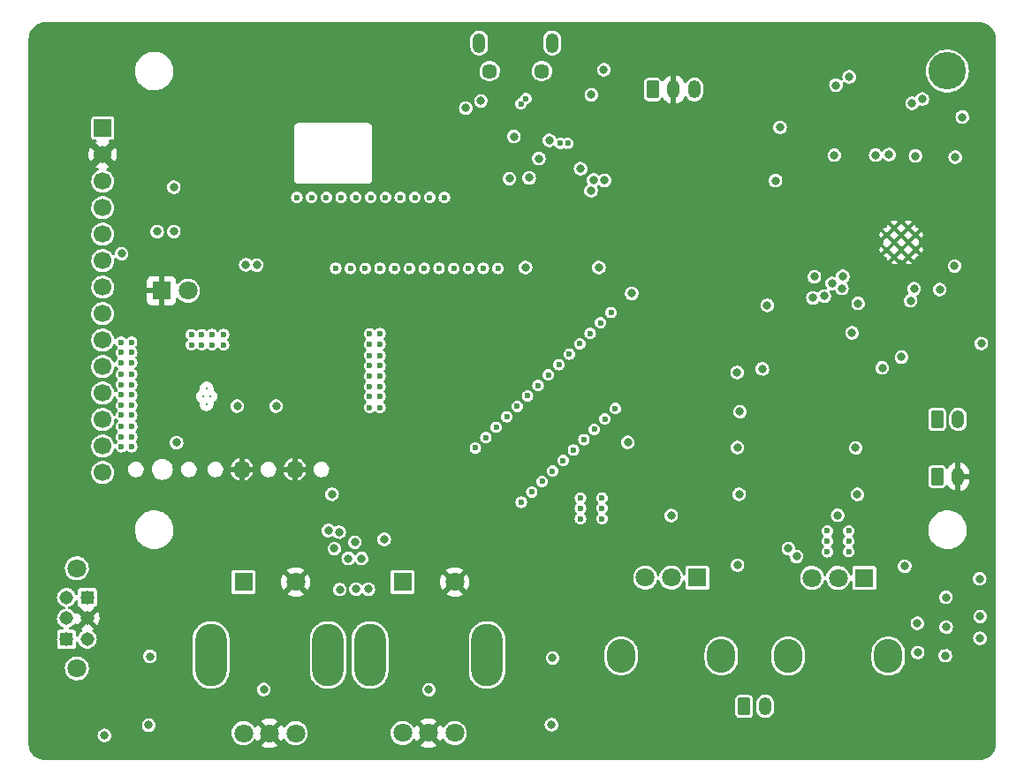
<source format=gbr>
%TF.GenerationSoftware,KiCad,Pcbnew,(6.0.11)*%
%TF.CreationDate,2024-03-19T14:29:21-04:00*%
%TF.ProjectId,Ultrasonic Sound Steering - Remote Rev. B,556c7472-6173-46f6-9e69-6320536f756e,rev?*%
%TF.SameCoordinates,Original*%
%TF.FileFunction,Copper,L3,Inr*%
%TF.FilePolarity,Positive*%
%FSLAX46Y46*%
G04 Gerber Fmt 4.6, Leading zero omitted, Abs format (unit mm)*
G04 Created by KiCad (PCBNEW (6.0.11)) date 2024-03-19 14:29:21*
%MOMM*%
%LPD*%
G01*
G04 APERTURE LIST*
G04 Aperture macros list*
%AMRoundRect*
0 Rectangle with rounded corners*
0 $1 Rounding radius*
0 $2 $3 $4 $5 $6 $7 $8 $9 X,Y pos of 4 corners*
0 Add a 4 corners polygon primitive as box body*
4,1,4,$2,$3,$4,$5,$6,$7,$8,$9,$2,$3,0*
0 Add four circle primitives for the rounded corners*
1,1,$1+$1,$2,$3*
1,1,$1+$1,$4,$5*
1,1,$1+$1,$6,$7*
1,1,$1+$1,$8,$9*
0 Add four rect primitives between the rounded corners*
20,1,$1+$1,$2,$3,$4,$5,0*
20,1,$1+$1,$4,$5,$6,$7,0*
20,1,$1+$1,$6,$7,$8,$9,0*
20,1,$1+$1,$8,$9,$2,$3,0*%
G04 Aperture macros list end*
%TA.AperFunction,ComponentPad*%
%ADD10R,1.308000X1.308000*%
%TD*%
%TA.AperFunction,ComponentPad*%
%ADD11C,1.308000*%
%TD*%
%TA.AperFunction,ComponentPad*%
%ADD12R,1.800000X1.800000*%
%TD*%
%TA.AperFunction,ComponentPad*%
%ADD13C,1.800000*%
%TD*%
%TA.AperFunction,ComponentPad*%
%ADD14O,3.000000X6.000000*%
%TD*%
%TA.AperFunction,ComponentPad*%
%ADD15C,3.600000*%
%TD*%
%TA.AperFunction,ComponentPad*%
%ADD16R,1.700000X1.700000*%
%TD*%
%TA.AperFunction,ComponentPad*%
%ADD17C,1.700000*%
%TD*%
%TA.AperFunction,ComponentPad*%
%ADD18O,2.720000X3.240000*%
%TD*%
%TA.AperFunction,ComponentPad*%
%ADD19C,0.300000*%
%TD*%
%TA.AperFunction,ComponentPad*%
%ADD20O,1.700000X1.700000*%
%TD*%
%TA.AperFunction,ComponentPad*%
%ADD21C,3.200000*%
%TD*%
%TA.AperFunction,ComponentPad*%
%ADD22C,2.900000*%
%TD*%
%TA.AperFunction,ComponentPad*%
%ADD23RoundRect,0.250000X-0.350000X-0.625000X0.350000X-0.625000X0.350000X0.625000X-0.350000X0.625000X0*%
%TD*%
%TA.AperFunction,ComponentPad*%
%ADD24O,1.200000X1.750000*%
%TD*%
%TA.AperFunction,ComponentPad*%
%ADD25C,1.450000*%
%TD*%
%TA.AperFunction,ComponentPad*%
%ADD26O,1.200000X1.900000*%
%TD*%
%TA.AperFunction,ComponentPad*%
%ADD27C,0.350000*%
%TD*%
%TA.AperFunction,ViaPad*%
%ADD28C,0.600000*%
%TD*%
%TA.AperFunction,ViaPad*%
%ADD29C,0.800000*%
%TD*%
G04 APERTURE END LIST*
D10*
%TO.N,unconnected-(P3-Pad1)*%
%TO.C,P3*%
X104530000Y-102070000D03*
D11*
%TO.N,VBAT*%
X104530000Y-100070000D03*
%TO.N,VMEAS*%
X104530000Y-98070000D03*
%TO.N,Net-(P3-Pad4)*%
X106530000Y-102070000D03*
%TO.N,GND*%
X106530000Y-100070000D03*
%TO.N,unconnected-(P3-Pad6)*%
X106530000Y-98070000D03*
%TD*%
D12*
%TO.N,Net-(D17-Pad2)*%
%TO.C,ENC1*%
X121490000Y-96582500D03*
D13*
%TO.N,GND*%
X126490000Y-96582500D03*
%TO.N,Net-(D15-Pad2)*%
X121490000Y-111082500D03*
%TO.N,Net-(D16-Pad2)*%
X126490000Y-111082500D03*
%TO.N,GND*%
X123990000Y-111082500D03*
D14*
%TO.N,Net-(ENC1-PadS1)*%
X118390000Y-103582500D03*
X129590000Y-103582500D03*
%TD*%
D12*
%TO.N,Net-(D14-Pad2)*%
%TO.C,ENC2*%
X136730000Y-96580000D03*
D13*
%TO.N,GND*%
X141730000Y-96580000D03*
%TO.N,Net-(ENC2-PadA)*%
X136730000Y-111080000D03*
%TO.N,Net-(ENC2-PadB)*%
X141730000Y-111080000D03*
%TO.N,GND*%
X139230000Y-111080000D03*
D14*
%TO.N,Net-(ENC2-PadS1)*%
X133630000Y-103580000D03*
X144830000Y-103580000D03*
%TD*%
D10*
%TO.N,unconnected-(SW1-Pad1)*%
%TO.C,SW1*%
X106530000Y-98070000D03*
D11*
%TO.N,GND*%
X106530000Y-100070000D03*
%TO.N,Net-(P3-Pad4)*%
X106530000Y-102070000D03*
%TO.N,VMEAS*%
X104530000Y-98070000D03*
%TO.N,VBAT*%
X104530000Y-100070000D03*
%TO.N,unconnected-(SW1-Pad6)*%
X104530000Y-102070000D03*
D13*
%TO.N,Net-(R1-Pad1)*%
X105530000Y-95270000D03*
X105530000Y-104870000D03*
%TD*%
D15*
%TO.N,GND*%
%TO.C,H3*%
X188960999Y-108957999D03*
%TD*%
D12*
%TO.N,GND*%
%TO.C,P1*%
X113620000Y-68650000D03*
D13*
%TO.N,Net-(D1-Pad2)*%
X116160000Y-68650000D03*
%TD*%
D15*
%TO.N,*%
%TO.C,P9*%
X188960999Y-47572999D03*
D16*
%TO.N,+3V3*%
X108011999Y-53062999D03*
D17*
%TO.N,GND*%
X108008999Y-55601999D03*
%TO.N,TFT_CS~*%
X108008999Y-58141999D03*
%TO.N,Net-(P9-Pad4)*%
X108008999Y-60681999D03*
%TO.N,TFT_DC*%
X108008999Y-63221999D03*
%TO.N,TFT_MOSI*%
X108008999Y-65761999D03*
%TO.N,TFT_SCK*%
X108008999Y-68301999D03*
%TO.N,TFT_BL*%
X108008999Y-70838999D03*
%TO.N,Net-(P9-Pad9)*%
X108008999Y-73378999D03*
%TO.N,unconnected-(P9-Pad10)*%
X108008999Y-75918999D03*
%TO.N,unconnected-(P9-Pad11)*%
X108008999Y-78458999D03*
%TO.N,unconnected-(P9-Pad12)*%
X108008999Y-80998999D03*
%TO.N,unconnected-(P9-Pad13)*%
X108008999Y-83538999D03*
%TO.N,unconnected-(P9-Pad14)*%
X108008999Y-86078999D03*
%TD*%
D15*
%TO.N,GND*%
%TO.C,H1*%
X105539000Y-47538999D03*
%TD*%
%TO.N,GND*%
%TO.C,H2*%
X105538999Y-109060999D03*
%TD*%
D12*
%TO.N,Net-(R74-Pad2)*%
%TO.C,RV2*%
X180985400Y-96192800D03*
D13*
%TO.N,Net-(C38-Pad2)*%
X178485400Y-96192800D03*
%TO.N,Net-(R75-Pad1)*%
X175985400Y-96192800D03*
D18*
%TO.N,Net-(R6-Pad1)*%
X173685400Y-103692800D03*
X183285400Y-103692800D03*
%TD*%
D19*
%TO.N,GND*%
%TO.C,U1*%
X118312152Y-78773962D03*
X117612152Y-78773962D03*
X117962152Y-78023962D03*
X117962152Y-79523962D03*
%TD*%
D12*
%TO.N,Net-(R64-Pad2)*%
%TO.C,RV1*%
X164985400Y-96175000D03*
D13*
%TO.N,Net-(C28-Pad2)*%
X162485400Y-96175000D03*
%TO.N,Net-(R65-Pad1)*%
X159985400Y-96175000D03*
D18*
%TO.N,Net-(R5-Pad1)*%
X157685400Y-103675000D03*
X167285400Y-103675000D03*
%TD*%
D20*
%TO.N,GND*%
%TO.C,P2*%
X121332114Y-85786461D03*
X126412114Y-85786461D03*
D21*
X103552114Y-84517861D03*
X103552114Y-68007861D03*
D22*
X134286114Y-69692861D03*
X134286114Y-82832861D03*
%TD*%
D23*
%TO.N,Net-(D11-Pad2)*%
%TO.C,P8*%
X169490000Y-108510000D03*
D24*
%TO.N,Net-(D11-Pad1)*%
X171490000Y-108510000D03*
%TD*%
D23*
%TO.N,Net-(D4-Pad2)*%
%TO.C,P4*%
X187970000Y-86480000D03*
D24*
%TO.N,GND*%
X189970000Y-86480000D03*
%TD*%
D25*
%TO.N,Net-(P6-Pad6)*%
%TO.C,P6*%
X150085000Y-47582500D03*
D26*
X151085000Y-44882500D03*
D25*
X145085000Y-47582500D03*
D26*
X144085000Y-44882500D03*
%TD*%
D27*
%TO.N,GND*%
%TO.C,U4*%
X185920000Y-64695000D03*
X185920000Y-63295000D03*
X185220000Y-65395000D03*
X185220000Y-63995000D03*
X185220000Y-62595000D03*
X184520000Y-64695000D03*
X184520000Y-63295000D03*
X183820000Y-65395000D03*
X183820000Y-63995000D03*
X183820000Y-62595000D03*
X183120000Y-64695000D03*
X183120000Y-63295000D03*
%TD*%
D23*
%TO.N,Net-(D10-Pad2)*%
%TO.C,P7*%
X187970000Y-80980000D03*
D24*
%TO.N,Net-(D10-Pad1)*%
X189970000Y-80980000D03*
%TD*%
D23*
%TO.N,Net-(P5-Pad1)*%
%TO.C,P5*%
X160700000Y-49350000D03*
D24*
%TO.N,GND*%
X162700000Y-49350000D03*
%TO.N,Net-(P5-Pad3)*%
X164700000Y-49350000D03*
%TD*%
D28*
%TO.N,GND*%
X118704970Y-75173962D03*
X134134500Y-96578600D03*
D29*
X165160000Y-82205000D03*
X140090001Y-53785001D03*
D28*
X146031944Y-57983056D03*
X154121971Y-57859474D03*
X130783082Y-98256823D03*
X151057997Y-71637128D03*
D29*
X179029999Y-98160001D03*
D28*
X162452624Y-89256463D03*
X119114970Y-81033962D03*
X149283756Y-75475108D03*
X169380000Y-79340000D03*
D29*
X178989999Y-105289999D03*
D28*
X144734892Y-70543756D03*
D29*
X168770000Y-82195000D03*
X122532152Y-75383962D03*
X152245000Y-47320000D03*
X158280000Y-86599999D03*
X170750000Y-85362625D03*
D28*
X144282003Y-73162872D03*
X149605000Y-50264500D03*
X149115000Y-46382500D03*
D29*
X110865000Y-103800000D03*
D28*
X177830000Y-47270000D03*
D29*
X150175000Y-50790000D03*
D28*
X138312998Y-106909858D03*
X131093931Y-87232181D03*
X132885381Y-93382753D03*
D29*
X138680000Y-89730000D03*
D28*
X117274970Y-76353962D03*
X184872850Y-94112663D03*
X153425000Y-57830000D03*
D29*
X189457500Y-75892500D03*
X186178543Y-97901457D03*
X125250000Y-89850000D03*
X192250000Y-72650000D03*
D28*
X154959977Y-48755023D03*
D29*
X168990000Y-75170000D03*
X120770000Y-63010000D03*
D28*
X190652786Y-55795122D03*
X109396518Y-65944744D03*
X169031633Y-89118975D03*
D29*
X140812500Y-106986250D03*
D28*
X150605108Y-74256244D03*
X193016915Y-101975882D03*
X181380000Y-66980000D03*
X188584538Y-97127654D03*
X186832255Y-55686805D03*
D29*
X162958355Y-52751427D03*
D28*
X192987119Y-96284930D03*
D29*
X112004970Y-75253962D03*
X143733698Y-54708698D03*
D28*
X187520000Y-50220000D03*
X174681970Y-93211731D03*
D29*
X111910000Y-83460000D03*
D28*
X117912152Y-81033962D03*
X184895535Y-51325500D03*
X180300000Y-49010000D03*
X179877283Y-67235500D03*
X146636668Y-75715528D03*
X144200000Y-72260000D03*
X189640000Y-65330497D03*
X180330000Y-89139503D03*
X115769500Y-62874500D03*
D29*
X172155400Y-94975000D03*
X121834970Y-88389962D03*
X186400000Y-75990000D03*
X163505001Y-81180001D03*
D28*
X175122338Y-69489482D03*
X151140000Y-72540000D03*
X147925879Y-57849064D03*
D29*
X165090000Y-74370000D03*
X130696300Y-100239553D03*
X145265000Y-50700000D03*
D28*
X113359482Y-110320419D03*
D29*
X187930000Y-75930000D03*
D28*
X179378205Y-90140367D03*
D29*
X157515000Y-47505000D03*
X152605500Y-55448638D03*
X137428191Y-89850001D03*
X175720000Y-105500000D03*
X154875000Y-47160000D03*
X180120000Y-82250000D03*
D28*
X117922152Y-82303962D03*
X172960000Y-57134500D03*
X150745108Y-70786244D03*
X178381371Y-89241743D03*
X150250000Y-111000000D03*
D29*
X113484970Y-75313962D03*
X143779999Y-53735001D03*
D28*
X172638974Y-70145500D03*
X149526244Y-69464892D03*
D29*
X186180000Y-67500000D03*
X159860000Y-52770000D03*
D28*
X113440000Y-104000000D03*
D29*
X125090000Y-106780000D03*
X172810000Y-98315000D03*
D28*
X116684970Y-81033962D03*
X176700000Y-68320000D03*
D29*
X131727500Y-109125000D03*
D28*
X155840000Y-87440000D03*
D29*
X158367655Y-80367655D03*
D28*
X167840000Y-95100000D03*
X144594892Y-74013756D03*
X193038428Y-99844837D03*
D29*
X124014970Y-75393962D03*
D28*
X177030000Y-55710000D03*
X152061611Y-103944037D03*
X154700534Y-66844221D03*
D29*
X114944970Y-75363962D03*
X108050000Y-106674460D03*
D28*
X123729398Y-66204491D03*
X184299501Y-55590000D03*
D29*
X192245000Y-55165000D03*
X149330000Y-110390000D03*
X132970000Y-98280000D03*
X121062152Y-75423962D03*
X156130000Y-94954998D03*
D28*
X117264970Y-75193962D03*
D29*
X192240000Y-52290000D03*
X176390000Y-82210000D03*
D28*
X145117345Y-74754666D03*
X188570000Y-100050000D03*
D29*
X184040000Y-77770000D03*
X135550000Y-57570000D03*
X140105000Y-55170000D03*
D28*
X113870779Y-58743152D03*
D29*
X192245000Y-69925000D03*
D28*
X172305288Y-53730000D03*
X150024666Y-74952655D03*
X178850000Y-47250000D03*
D29*
X118826000Y-62974500D03*
X115954970Y-80263962D03*
D28*
X153800000Y-91590000D03*
D29*
X190987500Y-75897500D03*
X175790000Y-76430000D03*
X175825000Y-98365000D03*
D28*
X181245017Y-56092061D03*
X190333168Y-51041654D03*
D29*
X181233155Y-76132154D03*
X161926610Y-82263283D03*
D28*
X145813756Y-75335108D03*
X122492988Y-106963735D03*
X177180000Y-67300000D03*
X145315334Y-69847345D03*
D29*
X133873812Y-94156785D03*
D28*
X112296206Y-63688274D03*
D29*
X153575000Y-51580000D03*
D28*
X150528816Y-56580298D03*
D29*
X120850000Y-58690000D03*
X163505000Y-89430000D03*
X118800000Y-58720000D03*
D28*
X142125000Y-50500000D03*
D29*
X110750000Y-110500000D03*
D28*
X155870000Y-91570000D03*
D29*
X149454999Y-104006001D03*
D28*
X118694970Y-76363962D03*
D29*
X174710000Y-76420000D03*
D28*
X181919966Y-76576689D03*
D29*
X147030000Y-109125000D03*
D28*
X148432872Y-75787997D03*
D29*
X121372152Y-80933962D03*
D28*
X144354472Y-71366668D03*
D29*
X156810000Y-98305000D03*
X185240000Y-67500000D03*
D28*
X148703332Y-69084472D03*
X153780000Y-87450000D03*
X147810000Y-68930000D03*
D29*
X143035000Y-48570000D03*
D28*
X150985528Y-73433332D03*
X120768570Y-66163573D03*
X147300000Y-66500000D03*
X131151292Y-93453710D03*
X146907128Y-69012003D03*
D29*
X129540000Y-97450000D03*
X151055000Y-50364500D03*
D28*
X147530000Y-75870000D03*
X150222655Y-70045334D03*
X188560000Y-102810000D03*
X146056244Y-69324892D03*
D29*
X188460000Y-67510000D03*
D28*
X179980000Y-47270000D03*
X153965000Y-58555500D03*
D29*
X174780000Y-89275000D03*
X174137915Y-69994500D03*
X137386595Y-91340001D03*
D28*
X180540000Y-48100000D03*
X158294347Y-82240844D03*
X157720000Y-69730000D03*
D29*
%TO.N,TFT_DC*%
X109810000Y-65090000D03*
%TO.N,TFT_MISO*%
X183349999Y-55589999D03*
%TO.N,RST~*%
X158700000Y-68900000D03*
X155550000Y-66420000D03*
X148520000Y-66420000D03*
X189640000Y-66280000D03*
%TO.N,IO0~*%
X142785000Y-51120000D03*
X172915000Y-52975000D03*
%TO.N,Enc1A_Filt*%
X133460000Y-97280000D03*
%TO.N,LB*%
X178927926Y-67270954D03*
X174504500Y-94144500D03*
%TO.N,Enc1B_Filt*%
X132274500Y-97265900D03*
%TO.N,Enc2A_Filt*%
X129977345Y-88165500D03*
%TO.N,MCU_HB*%
X179820000Y-72690000D03*
X173710000Y-93370000D03*
%TO.N,Enc2B_Filt*%
X130725500Y-97305000D03*
%TO.N,Net-(C28-Pad2)*%
X162485400Y-90205400D03*
%TO.N,ADC0_VBAT*%
X169060000Y-80240000D03*
%TO.N,ADC1_VPOTC*%
X169000000Y-88170000D03*
X185766054Y-68464417D03*
%TO.N,TFT_RST*%
X189703767Y-55825420D03*
X122773897Y-66190312D03*
%TO.N,Net-(C38-Pad2)*%
X178430000Y-90190000D03*
%TO.N,RX2*%
X178270000Y-48939500D03*
%TO.N,TX2*%
X179540000Y-48140000D03*
%TO.N,Enc1A*%
X132820000Y-94330000D03*
X176201394Y-67303341D03*
%TO.N,Enc1B*%
X131540000Y-94320000D03*
X171694782Y-70045218D03*
%TO.N,Enc2A*%
X129624500Y-91638055D03*
X177147835Y-69157257D03*
%TO.N,Enc2B*%
X130204600Y-93380710D03*
X176060000Y-69340000D03*
%TO.N,Sel1*%
X132160400Y-92769600D03*
X178845500Y-68430000D03*
%TO.N,Sel2*%
X130661023Y-91802600D03*
X177911539Y-67945265D03*
%TO.N,Net-(D10-Pad1)*%
X186070000Y-100540000D03*
%TO.N,Net-(D10-Pad2)*%
X188830000Y-100900000D03*
%TO.N,Net-(D11-Pad1)*%
X186110000Y-103350000D03*
%TO.N,Net-(D11-Pad2)*%
X188750000Y-103640000D03*
%TO.N,ADC2_VPOTD*%
X180330000Y-88190000D03*
X188213272Y-68530087D03*
D28*
%TO.N,+3V3*%
X134580000Y-79860000D03*
X109780000Y-75570000D03*
D29*
X182710000Y-76050000D03*
D28*
X156720000Y-70730000D03*
X148720000Y-78730000D03*
X110770000Y-73590000D03*
X110790000Y-78640000D03*
D29*
X123440000Y-106895000D03*
D28*
X177450000Y-93690000D03*
X143058000Y-66500000D03*
X134570000Y-73770000D03*
X109780000Y-76660000D03*
D29*
X150805000Y-54220000D03*
D28*
X133580000Y-77840000D03*
X134580000Y-78790000D03*
X116510000Y-72850000D03*
X145720000Y-81730000D03*
X155120000Y-81940000D03*
X109790000Y-77640000D03*
X110790000Y-82660000D03*
X138816000Y-66500000D03*
X119580000Y-73840000D03*
X157120000Y-79950000D03*
X153720000Y-73730000D03*
X117490000Y-73840000D03*
X148120000Y-88940000D03*
X177450000Y-92660000D03*
D29*
X184550000Y-75010500D03*
X112409999Y-110314689D03*
D28*
X145886000Y-66500000D03*
X110790000Y-79640000D03*
X134580000Y-77840000D03*
X110780000Y-75570000D03*
X109770000Y-73590000D03*
D29*
X168830000Y-83700000D03*
X171220000Y-76140000D03*
D28*
X150720000Y-76730000D03*
X139336000Y-59700000D03*
X151720000Y-75730000D03*
X109790000Y-81660000D03*
X110790000Y-81660000D03*
D29*
X113219500Y-62974500D03*
D28*
X153790000Y-88530000D03*
D29*
X168800000Y-76480000D03*
D28*
X152120000Y-84940000D03*
D29*
X139262500Y-106911250D03*
X115084970Y-83213964D03*
D28*
X177450000Y-91690000D03*
X133570000Y-72770000D03*
D29*
X168835398Y-94967082D03*
D28*
X155720000Y-71730000D03*
X140230000Y-66500000D03*
X156120000Y-80950000D03*
X152720000Y-74730000D03*
X154720000Y-72730000D03*
X110780000Y-76660000D03*
X137922000Y-59700000D03*
X129438000Y-59700000D03*
X110790000Y-80590000D03*
D29*
X114820000Y-58720000D03*
D28*
X116510000Y-73850000D03*
X109780000Y-74570000D03*
D29*
X151115001Y-103869999D03*
D28*
X133680000Y-59700000D03*
X134580000Y-75840000D03*
D29*
X112531942Y-103722536D03*
D28*
X133580000Y-75840000D03*
X110790000Y-83610000D03*
X143720000Y-83730000D03*
D29*
X192090000Y-99890000D03*
D28*
X151120000Y-85940000D03*
X144720000Y-82730000D03*
X130852000Y-59700000D03*
X133580000Y-76840000D03*
X110790000Y-77640000D03*
X130332000Y-66500000D03*
X134574000Y-66500000D03*
X153790000Y-89500000D03*
X132266000Y-59700000D03*
X149720000Y-77730000D03*
X118490000Y-72840000D03*
D29*
X134985000Y-92485000D03*
D28*
X144472000Y-66500000D03*
X117490000Y-72840000D03*
X133570000Y-73770000D03*
D29*
X151012501Y-110263513D03*
D28*
X119580000Y-72840000D03*
X126610000Y-59700000D03*
X118490000Y-73840000D03*
X109790000Y-83610000D03*
X149120000Y-87940000D03*
X131746000Y-66500000D03*
X134570000Y-72770000D03*
X109790000Y-79640000D03*
D29*
X192037663Y-96275514D03*
D28*
X137402000Y-66500000D03*
X146720000Y-80730000D03*
X134580000Y-76840000D03*
D29*
X192206309Y-73698592D03*
D28*
X109790000Y-82660000D03*
D29*
X192067518Y-101990000D03*
D28*
X153120000Y-83940000D03*
D29*
X156030000Y-47450000D03*
D28*
X133580000Y-78790000D03*
X140750000Y-59700000D03*
D29*
X108170000Y-111300000D03*
D28*
X133160000Y-66500000D03*
X128024000Y-59700000D03*
X135094000Y-59700000D03*
X155850000Y-88510000D03*
X154120000Y-82940000D03*
X110780000Y-74570000D03*
X109790000Y-78640000D03*
X147720000Y-79730000D03*
X155840000Y-90510000D03*
X109790000Y-80590000D03*
X133570000Y-74860000D03*
X153790000Y-90530000D03*
D29*
X114820000Y-62974500D03*
D28*
X179510000Y-92660000D03*
X133580000Y-79860000D03*
X179510000Y-91670000D03*
X134570000Y-74860000D03*
X155850000Y-89500000D03*
X179500000Y-93670000D03*
X136508000Y-59700000D03*
X141644000Y-66500000D03*
D29*
X184860400Y-95062082D03*
D28*
X135988000Y-66500000D03*
X150120000Y-86940000D03*
D29*
X180160000Y-83720000D03*
%TO.N,VBUS*%
X154826920Y-49853070D03*
X144245000Y-50450000D03*
%TO.N,DTR~*%
X147415000Y-53858697D03*
X153795270Y-56949514D03*
X148875023Y-57822987D03*
%TO.N,RTS~*%
X149807193Y-55963195D03*
X146977650Y-57898237D03*
X154804881Y-59040481D03*
%TO.N,ESP32_TXD0*%
X156106000Y-58067469D03*
X186545377Y-50262362D03*
%TO.N,ESP32_RXD0*%
X155057490Y-58021833D03*
X185575088Y-50662354D03*
%TO.N,TFT_BL{slash}PWM*%
X121718000Y-66151811D03*
X185883077Y-55711614D03*
%TO.N,Net-(R42-Pad1)*%
X180395000Y-69860000D03*
%TO.N,/Power/VIN*%
X124622152Y-79703962D03*
X120902152Y-79703962D03*
D28*
%TO.N,/Digital/D+*%
X152565000Y-54500000D03*
X148555000Y-50230000D03*
%TO.N,/Digital/D-*%
X148075000Y-50720000D03*
X151865000Y-54520000D03*
D29*
%TO.N,Net-(D4-Pad2)*%
X188810000Y-98050000D03*
%TO.N,VMEAS*%
X158320000Y-83190000D03*
%TO.N,Net-(R45-Pad1)*%
X178119943Y-55639943D03*
%TO.N,Net-(R46-Pad1)*%
X172479282Y-58081298D03*
%TO.N,Net-(R47-Pad1)*%
X182080000Y-55640000D03*
%TO.N,Net-(R48-Pad1)*%
X190380000Y-51990000D03*
%TO.N,Net-(R42-Pad3)*%
X185425500Y-69600000D03*
%TD*%
%TA.AperFunction,Conductor*%
%TO.N,GND*%
G36*
X191988704Y-42901997D02*
G01*
X192001387Y-42903968D01*
X192001388Y-42903968D01*
X192011183Y-42905490D01*
X192020969Y-42903911D01*
X192027415Y-42903892D01*
X192047301Y-42902984D01*
X192228712Y-42915457D01*
X192246555Y-42917975D01*
X192450919Y-42961916D01*
X192468219Y-42966953D01*
X192664231Y-43039600D01*
X192680623Y-43047049D01*
X192796632Y-43110134D01*
X192864266Y-43146913D01*
X192879435Y-43156628D01*
X193046957Y-43281670D01*
X193060578Y-43293444D01*
X193208545Y-43441099D01*
X193220358Y-43454707D01*
X193345742Y-43621950D01*
X193355491Y-43637100D01*
X193455746Y-43820538D01*
X193463231Y-43836920D01*
X193536288Y-44032770D01*
X193541362Y-44050060D01*
X193585732Y-44254318D01*
X193588289Y-44272157D01*
X193601148Y-44453580D01*
X193600286Y-44473357D01*
X193600281Y-44479882D01*
X193598722Y-44489674D01*
X193602127Y-44511287D01*
X193602170Y-44511557D01*
X193603706Y-44531193D01*
X193597666Y-73320861D01*
X193597006Y-76468449D01*
X193597005Y-76468480D01*
X193596996Y-76468537D01*
X193597000Y-76497641D01*
X193596993Y-76531435D01*
X193597003Y-76531499D01*
X193597005Y-76531542D01*
X193601994Y-112037546D01*
X193601994Y-112040149D01*
X193600501Y-112059506D01*
X193597010Y-112081972D01*
X193598589Y-112091758D01*
X193598608Y-112098204D01*
X193599517Y-112118086D01*
X193590305Y-112252072D01*
X193587044Y-112299506D01*
X193584527Y-112317344D01*
X193547252Y-112490714D01*
X193540588Y-112521707D01*
X193535552Y-112539005D01*
X193493534Y-112652377D01*
X193462904Y-112735020D01*
X193455449Y-112751425D01*
X193355595Y-112935052D01*
X193345877Y-112950226D01*
X193220841Y-113117744D01*
X193209056Y-113131378D01*
X193061407Y-113279339D01*
X193047800Y-113291152D01*
X192880550Y-113416542D01*
X192865396Y-113426292D01*
X192681973Y-113526540D01*
X192665586Y-113534028D01*
X192469731Y-113607088D01*
X192452442Y-113612161D01*
X192248183Y-113656531D01*
X192230346Y-113659088D01*
X192048983Y-113671944D01*
X192028981Y-113671072D01*
X192022617Y-113671067D01*
X192012826Y-113669508D01*
X191990883Y-113672965D01*
X191971275Y-113674500D01*
X102541436Y-113674500D01*
X102521726Y-113672949D01*
X102509793Y-113671059D01*
X102500000Y-113669508D01*
X102490206Y-113671059D01*
X102485045Y-113671059D01*
X102463794Y-113671995D01*
X102397023Y-113667376D01*
X102288075Y-113659839D01*
X102270850Y-113657444D01*
X102071497Y-113615536D01*
X102054765Y-113610792D01*
X102044467Y-113607087D01*
X102016122Y-113596890D01*
X101863077Y-113541831D01*
X101847167Y-113534833D01*
X101666789Y-113440128D01*
X101651999Y-113431008D01*
X101486388Y-113312374D01*
X101472988Y-113301300D01*
X101325282Y-113160984D01*
X101313539Y-113148174D01*
X101186567Y-112988863D01*
X101176695Y-112974551D01*
X101150689Y-112930647D01*
X101144629Y-112920417D01*
X101072875Y-112799283D01*
X101065066Y-112783745D01*
X100986363Y-112595842D01*
X100980767Y-112579374D01*
X100928693Y-112382437D01*
X100925418Y-112365358D01*
X100910727Y-112243906D01*
X123193423Y-112243906D01*
X123198704Y-112250961D01*
X123375080Y-112354027D01*
X123384363Y-112358474D01*
X123591003Y-112437383D01*
X123600901Y-112440259D01*
X123817653Y-112484357D01*
X123827883Y-112485576D01*
X124048914Y-112493682D01*
X124059223Y-112493214D01*
X124278623Y-112465108D01*
X124288688Y-112462968D01*
X124500557Y-112399405D01*
X124510152Y-112395644D01*
X124708778Y-112298338D01*
X124717636Y-112293059D01*
X124775097Y-112252072D01*
X124783472Y-112241406D01*
X138433423Y-112241406D01*
X138438704Y-112248461D01*
X138615080Y-112351527D01*
X138624363Y-112355974D01*
X138831003Y-112434883D01*
X138840901Y-112437759D01*
X139057653Y-112481857D01*
X139067883Y-112483076D01*
X139288914Y-112491182D01*
X139299223Y-112490714D01*
X139518623Y-112462608D01*
X139528688Y-112460468D01*
X139740557Y-112396905D01*
X139750152Y-112393144D01*
X139948778Y-112295838D01*
X139957636Y-112290559D01*
X140015097Y-112249572D01*
X140023497Y-112238874D01*
X140016510Y-112225721D01*
X139242811Y-111452021D01*
X139228868Y-111444408D01*
X139227034Y-111444539D01*
X139220420Y-111448790D01*
X138440180Y-112229031D01*
X138433423Y-112241406D01*
X124783472Y-112241406D01*
X124783497Y-112241374D01*
X124776510Y-112228221D01*
X124002811Y-111454521D01*
X123988868Y-111446908D01*
X123987034Y-111447039D01*
X123980420Y-111451290D01*
X123200180Y-112231531D01*
X123193423Y-112243906D01*
X100910727Y-112243906D01*
X100904301Y-112190781D01*
X100904138Y-112168475D01*
X100903911Y-112164064D01*
X100904958Y-112154205D01*
X100902907Y-112144504D01*
X100902751Y-112141471D01*
X100900500Y-112119948D01*
X100900500Y-111293138D01*
X107514758Y-111293138D01*
X107532035Y-111449633D01*
X107586143Y-111597490D01*
X107590380Y-111603796D01*
X107590382Y-111603799D01*
X107603146Y-111622793D01*
X107673958Y-111728172D01*
X107790410Y-111834135D01*
X107797085Y-111837759D01*
X107922099Y-111905637D01*
X107922101Y-111905638D01*
X107928776Y-111909262D01*
X107936125Y-111911190D01*
X108073719Y-111947287D01*
X108073721Y-111947287D01*
X108081069Y-111949215D01*
X108164380Y-111950524D01*
X108230898Y-111951569D01*
X108230901Y-111951569D01*
X108238495Y-111951688D01*
X108391968Y-111916538D01*
X108532625Y-111845795D01*
X108582708Y-111803020D01*
X108646574Y-111748474D01*
X108646576Y-111748471D01*
X108652348Y-111743542D01*
X108744224Y-111615683D01*
X108802950Y-111469598D01*
X108825134Y-111313723D01*
X108825278Y-111300000D01*
X108806363Y-111143694D01*
X108785915Y-111089580D01*
X108771811Y-111052254D01*
X120334967Y-111052254D01*
X120348796Y-111263249D01*
X120350217Y-111268845D01*
X120350218Y-111268850D01*
X120397373Y-111454521D01*
X120400845Y-111468190D01*
X120403262Y-111473433D01*
X120486951Y-111654969D01*
X120489369Y-111660214D01*
X120611405Y-111832891D01*
X120762865Y-111980437D01*
X120767661Y-111983642D01*
X120767664Y-111983644D01*
X120881212Y-112059514D01*
X120938677Y-112097911D01*
X120943985Y-112100192D01*
X120943986Y-112100192D01*
X121127650Y-112179100D01*
X121127653Y-112179101D01*
X121132953Y-112181378D01*
X121138582Y-112182652D01*
X121138583Y-112182652D01*
X121333550Y-112226769D01*
X121333553Y-112226769D01*
X121339186Y-112228044D01*
X121344957Y-112228271D01*
X121344959Y-112228271D01*
X121406989Y-112230708D01*
X121550470Y-112236346D01*
X121556179Y-112235518D01*
X121556183Y-112235518D01*
X121754015Y-112206833D01*
X121754019Y-112206832D01*
X121759730Y-112206004D01*
X121846352Y-112176600D01*
X121954483Y-112139895D01*
X121954488Y-112139893D01*
X121959955Y-112138037D01*
X121964998Y-112135213D01*
X122139395Y-112037546D01*
X122139399Y-112037543D01*
X122144442Y-112034719D01*
X122307012Y-111899512D01*
X122442219Y-111736942D01*
X122484458Y-111661519D01*
X122535195Y-111611858D01*
X122604727Y-111597511D01*
X122670978Y-111623033D01*
X122711135Y-111675682D01*
X122726989Y-111714726D01*
X122731634Y-111723921D01*
X122820097Y-111868281D01*
X122830553Y-111877742D01*
X122839331Y-111873958D01*
X123617979Y-111095311D01*
X123624356Y-111083632D01*
X124354408Y-111083632D01*
X124354539Y-111085466D01*
X124358790Y-111092080D01*
X125136307Y-111869596D01*
X125148313Y-111876152D01*
X125160052Y-111867184D01*
X125198010Y-111814359D01*
X125203321Y-111805520D01*
X125269890Y-111670828D01*
X125318004Y-111618621D01*
X125386705Y-111600714D01*
X125454181Y-111622793D01*
X125489015Y-111660464D01*
X125489369Y-111660214D01*
X125492702Y-111664930D01*
X125492707Y-111664938D01*
X125537397Y-111728172D01*
X125611405Y-111832891D01*
X125762865Y-111980437D01*
X125767661Y-111983642D01*
X125767664Y-111983644D01*
X125881212Y-112059514D01*
X125938677Y-112097911D01*
X125943985Y-112100192D01*
X125943986Y-112100192D01*
X126127650Y-112179100D01*
X126127653Y-112179101D01*
X126132953Y-112181378D01*
X126138582Y-112182652D01*
X126138583Y-112182652D01*
X126333550Y-112226769D01*
X126333553Y-112226769D01*
X126339186Y-112228044D01*
X126344957Y-112228271D01*
X126344959Y-112228271D01*
X126406989Y-112230708D01*
X126550470Y-112236346D01*
X126556179Y-112235518D01*
X126556183Y-112235518D01*
X126754015Y-112206833D01*
X126754019Y-112206832D01*
X126759730Y-112206004D01*
X126846352Y-112176600D01*
X126954483Y-112139895D01*
X126954488Y-112139893D01*
X126959955Y-112138037D01*
X126964998Y-112135213D01*
X127139395Y-112037546D01*
X127139399Y-112037543D01*
X127144442Y-112034719D01*
X127307012Y-111899512D01*
X127442219Y-111736942D01*
X127445043Y-111731899D01*
X127445046Y-111731895D01*
X127542713Y-111557498D01*
X127542714Y-111557496D01*
X127545537Y-111552455D01*
X127547393Y-111546988D01*
X127547395Y-111546983D01*
X127611647Y-111357700D01*
X127613504Y-111352230D01*
X127618496Y-111317807D01*
X127643314Y-111146640D01*
X127643314Y-111146638D01*
X127643846Y-111142970D01*
X127645429Y-111082500D01*
X127642420Y-111049754D01*
X135574967Y-111049754D01*
X135588796Y-111260749D01*
X135590217Y-111266345D01*
X135590218Y-111266350D01*
X135634850Y-111442084D01*
X135640845Y-111465690D01*
X135643262Y-111470933D01*
X135710194Y-111616121D01*
X135729369Y-111657714D01*
X135851405Y-111830391D01*
X135862152Y-111840860D01*
X135975798Y-111951569D01*
X136002865Y-111977937D01*
X136007661Y-111981142D01*
X136007664Y-111981144D01*
X136108693Y-112048649D01*
X136178677Y-112095411D01*
X136183985Y-112097692D01*
X136183986Y-112097692D01*
X136367650Y-112176600D01*
X136367653Y-112176601D01*
X136372953Y-112178878D01*
X136378582Y-112180152D01*
X136378583Y-112180152D01*
X136573550Y-112224269D01*
X136573553Y-112224269D01*
X136579186Y-112225544D01*
X136584957Y-112225771D01*
X136584959Y-112225771D01*
X136642810Y-112228044D01*
X136790470Y-112233846D01*
X136796179Y-112233018D01*
X136796183Y-112233018D01*
X136994015Y-112204333D01*
X136994019Y-112204332D01*
X136999730Y-112203504D01*
X137079052Y-112176578D01*
X137194483Y-112137395D01*
X137194488Y-112137393D01*
X137199955Y-112135537D01*
X137204998Y-112132713D01*
X137379395Y-112035046D01*
X137379399Y-112035043D01*
X137384442Y-112032219D01*
X137547012Y-111897012D01*
X137682219Y-111734442D01*
X137724458Y-111659019D01*
X137775195Y-111609358D01*
X137844727Y-111595011D01*
X137910978Y-111620533D01*
X137951135Y-111673182D01*
X137966989Y-111712226D01*
X137971634Y-111721421D01*
X138060097Y-111865781D01*
X138070553Y-111875242D01*
X138079331Y-111871458D01*
X138857979Y-111092811D01*
X138864356Y-111081132D01*
X139594408Y-111081132D01*
X139594539Y-111082966D01*
X139598790Y-111089580D01*
X140376307Y-111867096D01*
X140388313Y-111873652D01*
X140400052Y-111864684D01*
X140438010Y-111811859D01*
X140443321Y-111803020D01*
X140509890Y-111668328D01*
X140558004Y-111616121D01*
X140626705Y-111598214D01*
X140694181Y-111620293D01*
X140729015Y-111657964D01*
X140729369Y-111657714D01*
X140732702Y-111662430D01*
X140732707Y-111662438D01*
X140774707Y-111721866D01*
X140851405Y-111830391D01*
X140862152Y-111840860D01*
X140975798Y-111951569D01*
X141002865Y-111977937D01*
X141007661Y-111981142D01*
X141007664Y-111981144D01*
X141108693Y-112048649D01*
X141178677Y-112095411D01*
X141183985Y-112097692D01*
X141183986Y-112097692D01*
X141367650Y-112176600D01*
X141367653Y-112176601D01*
X141372953Y-112178878D01*
X141378582Y-112180152D01*
X141378583Y-112180152D01*
X141573550Y-112224269D01*
X141573553Y-112224269D01*
X141579186Y-112225544D01*
X141584957Y-112225771D01*
X141584959Y-112225771D01*
X141642810Y-112228044D01*
X141790470Y-112233846D01*
X141796179Y-112233018D01*
X141796183Y-112233018D01*
X141994015Y-112204333D01*
X141994019Y-112204332D01*
X141999730Y-112203504D01*
X142079052Y-112176578D01*
X142194483Y-112137395D01*
X142194488Y-112137393D01*
X142199955Y-112135537D01*
X142204998Y-112132713D01*
X142379395Y-112035046D01*
X142379399Y-112035043D01*
X142384442Y-112032219D01*
X142547012Y-111897012D01*
X142682219Y-111734442D01*
X142685043Y-111729399D01*
X142685046Y-111729395D01*
X142782713Y-111554998D01*
X142782714Y-111554996D01*
X142785537Y-111549955D01*
X142787393Y-111544488D01*
X142787395Y-111544483D01*
X142834173Y-111406676D01*
X142853504Y-111349730D01*
X142860116Y-111304134D01*
X142883314Y-111144140D01*
X142883314Y-111144138D01*
X142883846Y-111140470D01*
X142885429Y-111080000D01*
X142866081Y-110869440D01*
X142863871Y-110861602D01*
X142835757Y-110761919D01*
X142808686Y-110665931D01*
X142801243Y-110650837D01*
X142717719Y-110481469D01*
X142715165Y-110476290D01*
X142588651Y-110306867D01*
X142534328Y-110256651D01*
X150357259Y-110256651D01*
X150374536Y-110413146D01*
X150428644Y-110561003D01*
X150432881Y-110567309D01*
X150432883Y-110567312D01*
X150458238Y-110605043D01*
X150516459Y-110691685D01*
X150545336Y-110717961D01*
X150589374Y-110758032D01*
X150632911Y-110797648D01*
X150639586Y-110801272D01*
X150764600Y-110869150D01*
X150764602Y-110869151D01*
X150771277Y-110872775D01*
X150778626Y-110874703D01*
X150916220Y-110910800D01*
X150916222Y-110910800D01*
X150923570Y-110912728D01*
X151006881Y-110914037D01*
X151073399Y-110915082D01*
X151073402Y-110915082D01*
X151080996Y-110915201D01*
X151234469Y-110880051D01*
X151375126Y-110809308D01*
X151429155Y-110763163D01*
X151489075Y-110711987D01*
X151489077Y-110711984D01*
X151494849Y-110707055D01*
X151586725Y-110579196D01*
X151645451Y-110433111D01*
X151653312Y-110377877D01*
X151667054Y-110281320D01*
X151667054Y-110281317D01*
X151667635Y-110277236D01*
X151667779Y-110263513D01*
X151648864Y-110107207D01*
X151621628Y-110035129D01*
X151595895Y-109967027D01*
X151595894Y-109967024D01*
X151593211Y-109959925D01*
X151504032Y-109830170D01*
X151449587Y-109781661D01*
X151392149Y-109730485D01*
X151392146Y-109730483D01*
X151386477Y-109725432D01*
X151247332Y-109651758D01*
X151230623Y-109647561D01*
X151101999Y-109615253D01*
X151101997Y-109615253D01*
X151094629Y-109613402D01*
X151087031Y-109613362D01*
X151087029Y-109613362D01*
X151019820Y-109613010D01*
X150937185Y-109612578D01*
X150929806Y-109614350D01*
X150929802Y-109614350D01*
X150791468Y-109647561D01*
X150791464Y-109647562D01*
X150784089Y-109649333D01*
X150700538Y-109692457D01*
X150673353Y-109706488D01*
X150644180Y-109721545D01*
X150638458Y-109726537D01*
X150638456Y-109726538D01*
X150531260Y-109820051D01*
X150531257Y-109820054D01*
X150525535Y-109825046D01*
X150521168Y-109831260D01*
X150448590Y-109934528D01*
X150435002Y-109953861D01*
X150377810Y-110100552D01*
X150357259Y-110256651D01*
X142534328Y-110256651D01*
X142433381Y-110163337D01*
X142254554Y-110050505D01*
X142058160Y-109972152D01*
X142052503Y-109971027D01*
X142052497Y-109971025D01*
X141856442Y-109932028D01*
X141856440Y-109932028D01*
X141850775Y-109930901D01*
X141845000Y-109930825D01*
X141844996Y-109930825D01*
X141738976Y-109929437D01*
X141639346Y-109928133D01*
X141633649Y-109929112D01*
X141633648Y-109929112D01*
X141436650Y-109962962D01*
X141436649Y-109962962D01*
X141430953Y-109963941D01*
X141232575Y-110037127D01*
X141227614Y-110040079D01*
X141227613Y-110040079D01*
X141113312Y-110108081D01*
X141050856Y-110145238D01*
X140891881Y-110284655D01*
X140760976Y-110450708D01*
X140758287Y-110455819D01*
X140758285Y-110455822D01*
X140735909Y-110498352D01*
X140686489Y-110549324D01*
X140617357Y-110565487D01*
X140550461Y-110541708D01*
X140508852Y-110489927D01*
X140477193Y-110417118D01*
X140472315Y-110408020D01*
X140399224Y-110295038D01*
X140388538Y-110285835D01*
X140378973Y-110290238D01*
X139602021Y-111067189D01*
X139594408Y-111081132D01*
X138864356Y-111081132D01*
X138865592Y-111078868D01*
X138865461Y-111077034D01*
X138861210Y-111070420D01*
X138083862Y-110293073D01*
X138072330Y-110286776D01*
X138060048Y-110296399D01*
X138004467Y-110377877D01*
X137999379Y-110386833D01*
X137951031Y-110490992D01*
X137904207Y-110544359D01*
X137835964Y-110563940D01*
X137767968Y-110543517D01*
X137723739Y-110493674D01*
X137717723Y-110481475D01*
X137717718Y-110481466D01*
X137715165Y-110476290D01*
X137588651Y-110306867D01*
X137433381Y-110163337D01*
X137254554Y-110050505D01*
X137058160Y-109972152D01*
X137052503Y-109971027D01*
X137052497Y-109971025D01*
X136856442Y-109932028D01*
X136856440Y-109932028D01*
X136850775Y-109930901D01*
X136845000Y-109930825D01*
X136844996Y-109930825D01*
X136738976Y-109929437D01*
X136639346Y-109928133D01*
X136633649Y-109929112D01*
X136633648Y-109929112D01*
X136436650Y-109962962D01*
X136436649Y-109962962D01*
X136430953Y-109963941D01*
X136232575Y-110037127D01*
X136227614Y-110040079D01*
X136227613Y-110040079D01*
X136113312Y-110108081D01*
X136050856Y-110145238D01*
X135891881Y-110284655D01*
X135760976Y-110450708D01*
X135758287Y-110455819D01*
X135758285Y-110455822D01*
X135738466Y-110493492D01*
X135662523Y-110637836D01*
X135599820Y-110839773D01*
X135574967Y-111049754D01*
X127642420Y-111049754D01*
X127626081Y-110871940D01*
X127623166Y-110861602D01*
X127605129Y-110797648D01*
X127568686Y-110668431D01*
X127559543Y-110649889D01*
X127477719Y-110483969D01*
X127475165Y-110478790D01*
X127348651Y-110309367D01*
X127193381Y-110165837D01*
X127014554Y-110053005D01*
X126818160Y-109974652D01*
X126812503Y-109973527D01*
X126812497Y-109973525D01*
X126616442Y-109934528D01*
X126616440Y-109934528D01*
X126610775Y-109933401D01*
X126605000Y-109933325D01*
X126604996Y-109933325D01*
X126498976Y-109931937D01*
X126399346Y-109930633D01*
X126393649Y-109931612D01*
X126393648Y-109931612D01*
X126196650Y-109965462D01*
X126196649Y-109965462D01*
X126190953Y-109966441D01*
X125992575Y-110039627D01*
X125987614Y-110042579D01*
X125987613Y-110042579D01*
X125877514Y-110108081D01*
X125810856Y-110147738D01*
X125651881Y-110287155D01*
X125520976Y-110453208D01*
X125518287Y-110458319D01*
X125518285Y-110458322D01*
X125495909Y-110500852D01*
X125446489Y-110551824D01*
X125377357Y-110567987D01*
X125310461Y-110544208D01*
X125268852Y-110492427D01*
X125237193Y-110419618D01*
X125232315Y-110410520D01*
X125159224Y-110297538D01*
X125148538Y-110288335D01*
X125138973Y-110292738D01*
X124362021Y-111069689D01*
X124354408Y-111083632D01*
X123624356Y-111083632D01*
X123625592Y-111081368D01*
X123625461Y-111079534D01*
X123621210Y-111072920D01*
X122843862Y-110295573D01*
X122832330Y-110289276D01*
X122820048Y-110298899D01*
X122764467Y-110380377D01*
X122759379Y-110389333D01*
X122711031Y-110493492D01*
X122664207Y-110546859D01*
X122595964Y-110566440D01*
X122527968Y-110546017D01*
X122483739Y-110496174D01*
X122477723Y-110483975D01*
X122477718Y-110483966D01*
X122475165Y-110478790D01*
X122348651Y-110309367D01*
X122193381Y-110165837D01*
X122014554Y-110053005D01*
X121818160Y-109974652D01*
X121812503Y-109973527D01*
X121812497Y-109973525D01*
X121616442Y-109934528D01*
X121616440Y-109934528D01*
X121610775Y-109933401D01*
X121605000Y-109933325D01*
X121604996Y-109933325D01*
X121498976Y-109931937D01*
X121399346Y-109930633D01*
X121393649Y-109931612D01*
X121393648Y-109931612D01*
X121196650Y-109965462D01*
X121196649Y-109965462D01*
X121190953Y-109966441D01*
X120992575Y-110039627D01*
X120987614Y-110042579D01*
X120987613Y-110042579D01*
X120877514Y-110108081D01*
X120810856Y-110147738D01*
X120651881Y-110287155D01*
X120520976Y-110453208D01*
X120518287Y-110458319D01*
X120518285Y-110458322D01*
X120495909Y-110500852D01*
X120422523Y-110640336D01*
X120359820Y-110842273D01*
X120334967Y-111052254D01*
X108771811Y-111052254D01*
X108753394Y-111003514D01*
X108753393Y-111003511D01*
X108750710Y-110996412D01*
X108661531Y-110866657D01*
X108588145Y-110801272D01*
X108549648Y-110766972D01*
X108549645Y-110766970D01*
X108543976Y-110761919D01*
X108404831Y-110688245D01*
X108338150Y-110671496D01*
X108259498Y-110651740D01*
X108259496Y-110651740D01*
X108252128Y-110649889D01*
X108244530Y-110649849D01*
X108244528Y-110649849D01*
X108177319Y-110649497D01*
X108094684Y-110649065D01*
X108087305Y-110650837D01*
X108087301Y-110650837D01*
X107948967Y-110684048D01*
X107948963Y-110684049D01*
X107941588Y-110685820D01*
X107801679Y-110758032D01*
X107795957Y-110763024D01*
X107795955Y-110763025D01*
X107688759Y-110856538D01*
X107688756Y-110856541D01*
X107683034Y-110861533D01*
X107668828Y-110881746D01*
X107611003Y-110964023D01*
X107592501Y-110990348D01*
X107535309Y-111137039D01*
X107534318Y-111144568D01*
X107517956Y-111268850D01*
X107514758Y-111293138D01*
X100900500Y-111293138D01*
X100900500Y-110307827D01*
X111754757Y-110307827D01*
X111772034Y-110464322D01*
X111826142Y-110612179D01*
X111830379Y-110618485D01*
X111830381Y-110618488D01*
X111867681Y-110673996D01*
X111913957Y-110742861D01*
X111930995Y-110758364D01*
X112023210Y-110842273D01*
X112030409Y-110848824D01*
X112051884Y-110860484D01*
X112162098Y-110920326D01*
X112162100Y-110920327D01*
X112168775Y-110923951D01*
X112176124Y-110925879D01*
X112313718Y-110961976D01*
X112313720Y-110961976D01*
X112321068Y-110963904D01*
X112404379Y-110965213D01*
X112470897Y-110966258D01*
X112470900Y-110966258D01*
X112478494Y-110966377D01*
X112631967Y-110931227D01*
X112772624Y-110860484D01*
X112803333Y-110834256D01*
X112886573Y-110763163D01*
X112886575Y-110763160D01*
X112892347Y-110758231D01*
X112984223Y-110630372D01*
X113042949Y-110484287D01*
X113053074Y-110413146D01*
X113064552Y-110332496D01*
X113064552Y-110332493D01*
X113065133Y-110328412D01*
X113065277Y-110314689D01*
X113064331Y-110306867D01*
X113047738Y-110169757D01*
X113046362Y-110158383D01*
X113005735Y-110050866D01*
X112993393Y-110018203D01*
X112993392Y-110018200D01*
X112990709Y-110011101D01*
X112930303Y-109923211D01*
X123195508Y-109923211D01*
X123202251Y-109935540D01*
X123977189Y-110710479D01*
X123991132Y-110718092D01*
X123992966Y-110717961D01*
X123999580Y-110713710D01*
X124778994Y-109934295D01*
X124786011Y-109921444D01*
X124785477Y-109920711D01*
X138435508Y-109920711D01*
X138442251Y-109933040D01*
X139217189Y-110707979D01*
X139231132Y-110715592D01*
X139232966Y-110715461D01*
X139239580Y-110711210D01*
X140018994Y-109931795D01*
X140026011Y-109918944D01*
X140018237Y-109908274D01*
X140015902Y-109906430D01*
X140007320Y-109900729D01*
X139813678Y-109793833D01*
X139804272Y-109789606D01*
X139595772Y-109715772D01*
X139585809Y-109713140D01*
X139368047Y-109674350D01*
X139357796Y-109673381D01*
X139136616Y-109670679D01*
X139126332Y-109671399D01*
X138907693Y-109704855D01*
X138897666Y-109707244D01*
X138687426Y-109775961D01*
X138677916Y-109779958D01*
X138481725Y-109882089D01*
X138473007Y-109887578D01*
X138443961Y-109909386D01*
X138435508Y-109920711D01*
X124785477Y-109920711D01*
X124778237Y-109910774D01*
X124775902Y-109908930D01*
X124767320Y-109903229D01*
X124573678Y-109796333D01*
X124564272Y-109792106D01*
X124355772Y-109718272D01*
X124345809Y-109715640D01*
X124128047Y-109676850D01*
X124117796Y-109675881D01*
X123896616Y-109673179D01*
X123886332Y-109673899D01*
X123667693Y-109707355D01*
X123657666Y-109709744D01*
X123447426Y-109778461D01*
X123437916Y-109782458D01*
X123241725Y-109884589D01*
X123233007Y-109890078D01*
X123203961Y-109911886D01*
X123195508Y-109923211D01*
X112930303Y-109923211D01*
X112901530Y-109881346D01*
X112845315Y-109831260D01*
X112789647Y-109781661D01*
X112789644Y-109781659D01*
X112783975Y-109776608D01*
X112644830Y-109702934D01*
X112628121Y-109698737D01*
X112499497Y-109666429D01*
X112499495Y-109666429D01*
X112492127Y-109664578D01*
X112484529Y-109664538D01*
X112484527Y-109664538D01*
X112417318Y-109664186D01*
X112334683Y-109663754D01*
X112327304Y-109665526D01*
X112327300Y-109665526D01*
X112188966Y-109698737D01*
X112188962Y-109698738D01*
X112181587Y-109700509D01*
X112041678Y-109772721D01*
X112035956Y-109777713D01*
X112035954Y-109777714D01*
X111928758Y-109871227D01*
X111928755Y-109871230D01*
X111923033Y-109876222D01*
X111886549Y-109928133D01*
X111859977Y-109965942D01*
X111832500Y-110005037D01*
X111775308Y-110151728D01*
X111768507Y-110203389D01*
X111756112Y-110297538D01*
X111754757Y-110307827D01*
X100900500Y-110307827D01*
X100900500Y-107837623D01*
X168639500Y-107837623D01*
X168639501Y-109182376D01*
X168639870Y-109185770D01*
X168639870Y-109185776D01*
X168643805Y-109221998D01*
X168646149Y-109243580D01*
X168696474Y-109377824D01*
X168701854Y-109385003D01*
X168701856Y-109385006D01*
X168743328Y-109440341D01*
X168782454Y-109492546D01*
X168789635Y-109497928D01*
X168889994Y-109573144D01*
X168889997Y-109573146D01*
X168897176Y-109578526D01*
X168971707Y-109606466D01*
X169024025Y-109626079D01*
X169024027Y-109626079D01*
X169031420Y-109628851D01*
X169039270Y-109629704D01*
X169039271Y-109629704D01*
X169089217Y-109635130D01*
X169092623Y-109635500D01*
X169489941Y-109635500D01*
X169887376Y-109635499D01*
X169890770Y-109635130D01*
X169890776Y-109635130D01*
X169940722Y-109629705D01*
X169940726Y-109629704D01*
X169948580Y-109628851D01*
X170082824Y-109578526D01*
X170090003Y-109573146D01*
X170090006Y-109573144D01*
X170190365Y-109497928D01*
X170197546Y-109492546D01*
X170236672Y-109440341D01*
X170278144Y-109385006D01*
X170278146Y-109385003D01*
X170283526Y-109377824D01*
X170333851Y-109243580D01*
X170340500Y-109182377D01*
X170340500Y-108831164D01*
X170639500Y-108831164D01*
X170654442Y-108968709D01*
X170713383Y-109143848D01*
X170808557Y-109302244D01*
X170813248Y-109307204D01*
X170813249Y-109307206D01*
X170886822Y-109385006D01*
X170935524Y-109436507D01*
X171088360Y-109540375D01*
X171094694Y-109542908D01*
X171094697Y-109542910D01*
X171253598Y-109606466D01*
X171253603Y-109606467D01*
X171259935Y-109609000D01*
X171351689Y-109624190D01*
X171435506Y-109638066D01*
X171435510Y-109638066D01*
X171442244Y-109639181D01*
X171449061Y-109638824D01*
X171449065Y-109638824D01*
X171604111Y-109630698D01*
X171626781Y-109629510D01*
X171633354Y-109627699D01*
X171633357Y-109627699D01*
X171798354Y-109582251D01*
X171804936Y-109580438D01*
X171968398Y-109494254D01*
X172109540Y-109374980D01*
X172113791Y-109369420D01*
X172217633Y-109233601D01*
X172217636Y-109233597D01*
X172221777Y-109228180D01*
X172224660Y-109221998D01*
X172296993Y-109066880D01*
X172296994Y-109066877D01*
X172299873Y-109060703D01*
X172301358Y-109054058D01*
X172301360Y-109054053D01*
X172339057Y-108885400D01*
X172340183Y-108880363D01*
X172340500Y-108874693D01*
X172340500Y-108188836D01*
X172325558Y-108051291D01*
X172266617Y-107876152D01*
X172171443Y-107717756D01*
X172166751Y-107712794D01*
X172049165Y-107588451D01*
X172049163Y-107588449D01*
X172044476Y-107583493D01*
X171891640Y-107479625D01*
X171885306Y-107477092D01*
X171885303Y-107477090D01*
X171726402Y-107413534D01*
X171726397Y-107413533D01*
X171720065Y-107411000D01*
X171616899Y-107393921D01*
X171544494Y-107381934D01*
X171544490Y-107381934D01*
X171537756Y-107380819D01*
X171530939Y-107381176D01*
X171530935Y-107381176D01*
X171375889Y-107389302D01*
X171353219Y-107390490D01*
X171346646Y-107392301D01*
X171346643Y-107392301D01*
X171212919Y-107429135D01*
X171175064Y-107439562D01*
X171011602Y-107525746D01*
X170870460Y-107645020D01*
X170866313Y-107650444D01*
X170866312Y-107650445D01*
X170762367Y-107786399D01*
X170762364Y-107786403D01*
X170758223Y-107791820D01*
X170755341Y-107798000D01*
X170755340Y-107798002D01*
X170736865Y-107837623D01*
X170680127Y-107959297D01*
X170678642Y-107965942D01*
X170678640Y-107965947D01*
X170647365Y-108105871D01*
X170639817Y-108139637D01*
X170639500Y-108145307D01*
X170639500Y-108831164D01*
X170340500Y-108831164D01*
X170340499Y-107837624D01*
X170340130Y-107834224D01*
X170334705Y-107784278D01*
X170334704Y-107784274D01*
X170333851Y-107776420D01*
X170283526Y-107642176D01*
X170278146Y-107634997D01*
X170278144Y-107634994D01*
X170202928Y-107534635D01*
X170197546Y-107527454D01*
X170190365Y-107522072D01*
X170090006Y-107446856D01*
X170090003Y-107446854D01*
X170082824Y-107441474D01*
X169993439Y-107407966D01*
X169955975Y-107393921D01*
X169955973Y-107393921D01*
X169948580Y-107391149D01*
X169940730Y-107390296D01*
X169940729Y-107390296D01*
X169890774Y-107384869D01*
X169890773Y-107384869D01*
X169887377Y-107384500D01*
X169490059Y-107384500D01*
X169092624Y-107384501D01*
X169089230Y-107384870D01*
X169089224Y-107384870D01*
X169039278Y-107390295D01*
X169039274Y-107390296D01*
X169031420Y-107391149D01*
X168897176Y-107441474D01*
X168889997Y-107446854D01*
X168889994Y-107446856D01*
X168789635Y-107522072D01*
X168782454Y-107527454D01*
X168777072Y-107534635D01*
X168701856Y-107634994D01*
X168701854Y-107634997D01*
X168696474Y-107642176D01*
X168646149Y-107776420D01*
X168639500Y-107837623D01*
X100900500Y-107837623D01*
X100900500Y-106888138D01*
X122784758Y-106888138D01*
X122802035Y-107044633D01*
X122856143Y-107192490D01*
X122860380Y-107198796D01*
X122860382Y-107198799D01*
X122874552Y-107219886D01*
X122943958Y-107323172D01*
X122961817Y-107339422D01*
X123039256Y-107409886D01*
X123060410Y-107429135D01*
X123120369Y-107461690D01*
X123192099Y-107500637D01*
X123192101Y-107500638D01*
X123198776Y-107504262D01*
X123206125Y-107506190D01*
X123343719Y-107542287D01*
X123343721Y-107542287D01*
X123351069Y-107544215D01*
X123434380Y-107545524D01*
X123500898Y-107546569D01*
X123500901Y-107546569D01*
X123508495Y-107546688D01*
X123661968Y-107511538D01*
X123802625Y-107440795D01*
X123834544Y-107413534D01*
X123916574Y-107343474D01*
X123916576Y-107343471D01*
X123922348Y-107338542D01*
X124014224Y-107210683D01*
X124072950Y-107064598D01*
X124092240Y-106929057D01*
X124094553Y-106912807D01*
X124094553Y-106912804D01*
X124095134Y-106908723D01*
X124095179Y-106904388D01*
X138607258Y-106904388D01*
X138624535Y-107060883D01*
X138678643Y-107208740D01*
X138682880Y-107215046D01*
X138682882Y-107215049D01*
X138723209Y-107275061D01*
X138766458Y-107339422D01*
X138788770Y-107359724D01*
X138876511Y-107439562D01*
X138882910Y-107445385D01*
X138889585Y-107449009D01*
X139014599Y-107516887D01*
X139014601Y-107516888D01*
X139021276Y-107520512D01*
X139028625Y-107522440D01*
X139166219Y-107558537D01*
X139166221Y-107558537D01*
X139173569Y-107560465D01*
X139256880Y-107561774D01*
X139323398Y-107562819D01*
X139323401Y-107562819D01*
X139330995Y-107562938D01*
X139484468Y-107527788D01*
X139625125Y-107457045D01*
X139657803Y-107429135D01*
X139739074Y-107359724D01*
X139739076Y-107359721D01*
X139744848Y-107354792D01*
X139836724Y-107226933D01*
X139843257Y-107210683D01*
X139892614Y-107087902D01*
X139895450Y-107080848D01*
X139917634Y-106924973D01*
X139917778Y-106911250D01*
X139898863Y-106754944D01*
X139846841Y-106617271D01*
X139845894Y-106614764D01*
X139845893Y-106614761D01*
X139843210Y-106607662D01*
X139754031Y-106477907D01*
X139707471Y-106436424D01*
X139642148Y-106378222D01*
X139642145Y-106378220D01*
X139636476Y-106373169D01*
X139497331Y-106299495D01*
X139487677Y-106297070D01*
X139351998Y-106262990D01*
X139351996Y-106262990D01*
X139344628Y-106261139D01*
X139337030Y-106261099D01*
X139337028Y-106261099D01*
X139269819Y-106260747D01*
X139187184Y-106260315D01*
X139179805Y-106262087D01*
X139179801Y-106262087D01*
X139041467Y-106295298D01*
X139041463Y-106295299D01*
X139034088Y-106297070D01*
X138894179Y-106369282D01*
X138888457Y-106374274D01*
X138888455Y-106374275D01*
X138781259Y-106467788D01*
X138781256Y-106467791D01*
X138775534Y-106472783D01*
X138771167Y-106478997D01*
X138692160Y-106591412D01*
X138685001Y-106601598D01*
X138627809Y-106748289D01*
X138626818Y-106755818D01*
X138608494Y-106895000D01*
X138607258Y-106904388D01*
X124095179Y-106904388D01*
X124095278Y-106895000D01*
X124076363Y-106738694D01*
X124031426Y-106619771D01*
X124023394Y-106598514D01*
X124023393Y-106598511D01*
X124020710Y-106591412D01*
X123931531Y-106461657D01*
X123823943Y-106365799D01*
X123819648Y-106361972D01*
X123819645Y-106361970D01*
X123813976Y-106356919D01*
X123674831Y-106283245D01*
X123658122Y-106279048D01*
X123529498Y-106246740D01*
X123529496Y-106246740D01*
X123522128Y-106244889D01*
X123514530Y-106244849D01*
X123514528Y-106244849D01*
X123447319Y-106244497D01*
X123364684Y-106244065D01*
X123357305Y-106245837D01*
X123357301Y-106245837D01*
X123218967Y-106279048D01*
X123218963Y-106279049D01*
X123211588Y-106280820D01*
X123071679Y-106353032D01*
X123065957Y-106358024D01*
X123065955Y-106358025D01*
X122958759Y-106451538D01*
X122958756Y-106451541D01*
X122953034Y-106456533D01*
X122862501Y-106585348D01*
X122805309Y-106732039D01*
X122801301Y-106762484D01*
X122792572Y-106828789D01*
X122784758Y-106888138D01*
X100900500Y-106888138D01*
X100900500Y-104839754D01*
X104374967Y-104839754D01*
X104388796Y-105050749D01*
X104390217Y-105056345D01*
X104390218Y-105056350D01*
X104436539Y-105238736D01*
X104440845Y-105255690D01*
X104529369Y-105447714D01*
X104651405Y-105620391D01*
X104802865Y-105767937D01*
X104807661Y-105771142D01*
X104807664Y-105771144D01*
X104904314Y-105835723D01*
X104978677Y-105885411D01*
X104983985Y-105887692D01*
X104983986Y-105887692D01*
X105167650Y-105966600D01*
X105167653Y-105966601D01*
X105172953Y-105968878D01*
X105178582Y-105970152D01*
X105178583Y-105970152D01*
X105373550Y-106014269D01*
X105373553Y-106014269D01*
X105379186Y-106015544D01*
X105384957Y-106015771D01*
X105384959Y-106015771D01*
X105446989Y-106018208D01*
X105590470Y-106023846D01*
X105596179Y-106023018D01*
X105596183Y-106023018D01*
X105794015Y-105994333D01*
X105794019Y-105994332D01*
X105799730Y-105993504D01*
X105878987Y-105966600D01*
X105994483Y-105927395D01*
X105994488Y-105927393D01*
X105999955Y-105925537D01*
X106004998Y-105922713D01*
X106179395Y-105825046D01*
X106179399Y-105825043D01*
X106184442Y-105822219D01*
X106347012Y-105687012D01*
X106482219Y-105524442D01*
X106485043Y-105519399D01*
X106485046Y-105519395D01*
X106582713Y-105344998D01*
X106582714Y-105344996D01*
X106585537Y-105339955D01*
X106587393Y-105334488D01*
X106587395Y-105334483D01*
X106650512Y-105148544D01*
X116639500Y-105148544D01*
X116639673Y-105150869D01*
X116639673Y-105150875D01*
X116653343Y-105334814D01*
X116653874Y-105341966D01*
X116711295Y-105595732D01*
X116712987Y-105600084D01*
X116712988Y-105600086D01*
X116726552Y-105634964D01*
X116805595Y-105838223D01*
X116934701Y-106064112D01*
X117095777Y-106268436D01*
X117285286Y-106446708D01*
X117339283Y-106484167D01*
X117491618Y-106589846D01*
X117499063Y-106595011D01*
X117503253Y-106597077D01*
X117503256Y-106597079D01*
X117728225Y-106708021D01*
X117728228Y-106708022D01*
X117732413Y-106710086D01*
X117736856Y-106711508D01*
X117736858Y-106711509D01*
X117829653Y-106741213D01*
X117980208Y-106789406D01*
X118042483Y-106799548D01*
X118232394Y-106830477D01*
X118232395Y-106830477D01*
X118237006Y-106831228D01*
X118367085Y-106832931D01*
X118492488Y-106834573D01*
X118492491Y-106834573D01*
X118497165Y-106834634D01*
X118754970Y-106799548D01*
X118763548Y-106797048D01*
X118905001Y-106755818D01*
X119004757Y-106726742D01*
X119040887Y-106710086D01*
X119060780Y-106700915D01*
X119241039Y-106617814D01*
X119244944Y-106615254D01*
X119244949Y-106615251D01*
X119454712Y-106477725D01*
X119454717Y-106477721D01*
X119458625Y-106475159D01*
X119585440Y-106361972D01*
X119649243Y-106305026D01*
X119649245Y-106305024D01*
X119652735Y-106301909D01*
X119819105Y-106101871D01*
X119954080Y-105879439D01*
X119956938Y-105872623D01*
X120052886Y-105643814D01*
X120052888Y-105643809D01*
X120054695Y-105639499D01*
X120065340Y-105597586D01*
X120117018Y-105394098D01*
X120118739Y-105387323D01*
X120140500Y-105171214D01*
X120140500Y-105148544D01*
X127839500Y-105148544D01*
X127839673Y-105150869D01*
X127839673Y-105150875D01*
X127853343Y-105334814D01*
X127853874Y-105341966D01*
X127911295Y-105595732D01*
X127912987Y-105600084D01*
X127912988Y-105600086D01*
X127926552Y-105634964D01*
X128005595Y-105838223D01*
X128134701Y-106064112D01*
X128295777Y-106268436D01*
X128485286Y-106446708D01*
X128539283Y-106484167D01*
X128691618Y-106589846D01*
X128699063Y-106595011D01*
X128703253Y-106597077D01*
X128703256Y-106597079D01*
X128928225Y-106708021D01*
X128928228Y-106708022D01*
X128932413Y-106710086D01*
X128936856Y-106711508D01*
X128936858Y-106711509D01*
X129029653Y-106741213D01*
X129180208Y-106789406D01*
X129242483Y-106799548D01*
X129432394Y-106830477D01*
X129432395Y-106830477D01*
X129437006Y-106831228D01*
X129567085Y-106832931D01*
X129692488Y-106834573D01*
X129692491Y-106834573D01*
X129697165Y-106834634D01*
X129954970Y-106799548D01*
X129963548Y-106797048D01*
X130105001Y-106755818D01*
X130204757Y-106726742D01*
X130240887Y-106710086D01*
X130260780Y-106700915D01*
X130441039Y-106617814D01*
X130444944Y-106615254D01*
X130444949Y-106615251D01*
X130654712Y-106477725D01*
X130654717Y-106477721D01*
X130658625Y-106475159D01*
X130785440Y-106361972D01*
X130849243Y-106305026D01*
X130849245Y-106305024D01*
X130852735Y-106301909D01*
X131019105Y-106101871D01*
X131154080Y-105879439D01*
X131156938Y-105872623D01*
X131252886Y-105643814D01*
X131252888Y-105643809D01*
X131254695Y-105639499D01*
X131265340Y-105597586D01*
X131317018Y-105394098D01*
X131318739Y-105387323D01*
X131340500Y-105171214D01*
X131340500Y-105146044D01*
X131879500Y-105146044D01*
X131879673Y-105148369D01*
X131879673Y-105148375D01*
X131893504Y-105334483D01*
X131893874Y-105339466D01*
X131951295Y-105593232D01*
X131952987Y-105597584D01*
X131952988Y-105597586D01*
X132040344Y-105822219D01*
X132045595Y-105835723D01*
X132174701Y-106061612D01*
X132335777Y-106265936D01*
X132525286Y-106444208D01*
X132677252Y-106549631D01*
X132728738Y-106585348D01*
X132739063Y-106592511D01*
X132743253Y-106594577D01*
X132743256Y-106594579D01*
X132968225Y-106705521D01*
X132968228Y-106705522D01*
X132972413Y-106707586D01*
X132976856Y-106709008D01*
X132976858Y-106709009D01*
X133028542Y-106725553D01*
X133220208Y-106786906D01*
X133301702Y-106800178D01*
X133472394Y-106827977D01*
X133472395Y-106827977D01*
X133477006Y-106828728D01*
X133607086Y-106830431D01*
X133732488Y-106832073D01*
X133732491Y-106832073D01*
X133737165Y-106832134D01*
X133994970Y-106797048D01*
X134018616Y-106790156D01*
X134136424Y-106755818D01*
X134244757Y-106724242D01*
X134280887Y-106707586D01*
X134300780Y-106698415D01*
X134481039Y-106615314D01*
X134484944Y-106612754D01*
X134484949Y-106612751D01*
X134694712Y-106475225D01*
X134694717Y-106475221D01*
X134698625Y-106472659D01*
X134892735Y-106299409D01*
X135059105Y-106099371D01*
X135194080Y-105876939D01*
X135208614Y-105842279D01*
X135292886Y-105641314D01*
X135292888Y-105641309D01*
X135294695Y-105636999D01*
X135300111Y-105615676D01*
X135356383Y-105394098D01*
X135358739Y-105384823D01*
X135380500Y-105168714D01*
X135380500Y-105146044D01*
X143079500Y-105146044D01*
X143079673Y-105148369D01*
X143079673Y-105148375D01*
X143093504Y-105334483D01*
X143093874Y-105339466D01*
X143151295Y-105593232D01*
X143152987Y-105597584D01*
X143152988Y-105597586D01*
X143240344Y-105822219D01*
X143245595Y-105835723D01*
X143374701Y-106061612D01*
X143535777Y-106265936D01*
X143725286Y-106444208D01*
X143877252Y-106549631D01*
X143928738Y-106585348D01*
X143939063Y-106592511D01*
X143943253Y-106594577D01*
X143943256Y-106594579D01*
X144168225Y-106705521D01*
X144168228Y-106705522D01*
X144172413Y-106707586D01*
X144176856Y-106709008D01*
X144176858Y-106709009D01*
X144228542Y-106725553D01*
X144420208Y-106786906D01*
X144501702Y-106800178D01*
X144672394Y-106827977D01*
X144672395Y-106827977D01*
X144677006Y-106828728D01*
X144807086Y-106830431D01*
X144932488Y-106832073D01*
X144932491Y-106832073D01*
X144937165Y-106832134D01*
X145194970Y-106797048D01*
X145218616Y-106790156D01*
X145336424Y-106755818D01*
X145444757Y-106724242D01*
X145480887Y-106707586D01*
X145500780Y-106698415D01*
X145681039Y-106615314D01*
X145684944Y-106612754D01*
X145684949Y-106612751D01*
X145894712Y-106475225D01*
X145894717Y-106475221D01*
X145898625Y-106472659D01*
X146092735Y-106299409D01*
X146259105Y-106099371D01*
X146394080Y-105876939D01*
X146408614Y-105842279D01*
X146492886Y-105641314D01*
X146492888Y-105641309D01*
X146494695Y-105636999D01*
X146500111Y-105615676D01*
X146556383Y-105394098D01*
X146558739Y-105384823D01*
X146580500Y-105168714D01*
X146580500Y-103863137D01*
X150459759Y-103863137D01*
X150477036Y-104019632D01*
X150531144Y-104167489D01*
X150535381Y-104173795D01*
X150535383Y-104173798D01*
X150547971Y-104192530D01*
X150618959Y-104298171D01*
X150660160Y-104335661D01*
X150702410Y-104374105D01*
X150735411Y-104404134D01*
X150781943Y-104429399D01*
X150867100Y-104475636D01*
X150867102Y-104475637D01*
X150873777Y-104479261D01*
X150881126Y-104481189D01*
X151018720Y-104517286D01*
X151018722Y-104517286D01*
X151026070Y-104519214D01*
X151109381Y-104520523D01*
X151175899Y-104521568D01*
X151175902Y-104521568D01*
X151183496Y-104521687D01*
X151336969Y-104486537D01*
X151477626Y-104415794D01*
X151528284Y-104372528D01*
X151591575Y-104318473D01*
X151591577Y-104318470D01*
X151597349Y-104313541D01*
X151689225Y-104185682D01*
X151747951Y-104039597D01*
X151753832Y-103998278D01*
X156074900Y-103998278D01*
X156075093Y-104000726D01*
X156075093Y-104000735D01*
X156078707Y-104046651D01*
X156089809Y-104187717D01*
X156090963Y-104192524D01*
X156090964Y-104192530D01*
X156124400Y-104331798D01*
X156148987Y-104434211D01*
X156150880Y-104438782D01*
X156150881Y-104438784D01*
X156239976Y-104653876D01*
X156245997Y-104668413D01*
X156378449Y-104884555D01*
X156381661Y-104888315D01*
X156381664Y-104888320D01*
X156515466Y-105044982D01*
X156543083Y-105077317D01*
X156546845Y-105080530D01*
X156732080Y-105238736D01*
X156732085Y-105238739D01*
X156735845Y-105241951D01*
X156951987Y-105374403D01*
X156956557Y-105376296D01*
X156956561Y-105376298D01*
X157140360Y-105452430D01*
X157186189Y-105471413D01*
X157252442Y-105487319D01*
X157427870Y-105529436D01*
X157427876Y-105529437D01*
X157432683Y-105530591D01*
X157685400Y-105550480D01*
X157938117Y-105530591D01*
X157942924Y-105529437D01*
X157942930Y-105529436D01*
X158118358Y-105487319D01*
X158184611Y-105471413D01*
X158230440Y-105452430D01*
X158414239Y-105376298D01*
X158414243Y-105376296D01*
X158418813Y-105374403D01*
X158634955Y-105241951D01*
X158638715Y-105238739D01*
X158638720Y-105238736D01*
X158823955Y-105080530D01*
X158827717Y-105077317D01*
X158855334Y-105044982D01*
X158989136Y-104888320D01*
X158989139Y-104888315D01*
X158992351Y-104884555D01*
X159124803Y-104668413D01*
X159130825Y-104653876D01*
X159219919Y-104438784D01*
X159219920Y-104438782D01*
X159221813Y-104434211D01*
X159246400Y-104331798D01*
X159279836Y-104192530D01*
X159279837Y-104192524D01*
X159280991Y-104187717D01*
X159292093Y-104046651D01*
X159295707Y-104000735D01*
X159295707Y-104000726D01*
X159295900Y-103998278D01*
X165674900Y-103998278D01*
X165675093Y-104000726D01*
X165675093Y-104000735D01*
X165678707Y-104046651D01*
X165689809Y-104187717D01*
X165690963Y-104192524D01*
X165690964Y-104192530D01*
X165724400Y-104331798D01*
X165748987Y-104434211D01*
X165750880Y-104438782D01*
X165750881Y-104438784D01*
X165839976Y-104653876D01*
X165845997Y-104668413D01*
X165978449Y-104884555D01*
X165981661Y-104888315D01*
X165981664Y-104888320D01*
X166115466Y-105044982D01*
X166143083Y-105077317D01*
X166146845Y-105080530D01*
X166332080Y-105238736D01*
X166332085Y-105238739D01*
X166335845Y-105241951D01*
X166551987Y-105374403D01*
X166556557Y-105376296D01*
X166556561Y-105376298D01*
X166740360Y-105452430D01*
X166786189Y-105471413D01*
X166852442Y-105487319D01*
X167027870Y-105529436D01*
X167027876Y-105529437D01*
X167032683Y-105530591D01*
X167285400Y-105550480D01*
X167538117Y-105530591D01*
X167542924Y-105529437D01*
X167542930Y-105529436D01*
X167718358Y-105487319D01*
X167784611Y-105471413D01*
X167830440Y-105452430D01*
X168014239Y-105376298D01*
X168014243Y-105376296D01*
X168018813Y-105374403D01*
X168234955Y-105241951D01*
X168238715Y-105238739D01*
X168238720Y-105238736D01*
X168423955Y-105080530D01*
X168427717Y-105077317D01*
X168455334Y-105044982D01*
X168589136Y-104888320D01*
X168589139Y-104888315D01*
X168592351Y-104884555D01*
X168724803Y-104668413D01*
X168730825Y-104653876D01*
X168819919Y-104438784D01*
X168819920Y-104438782D01*
X168821813Y-104434211D01*
X168846400Y-104331798D01*
X168879836Y-104192530D01*
X168879837Y-104192524D01*
X168880991Y-104187717D01*
X168892093Y-104046651D01*
X168894499Y-104016078D01*
X172074900Y-104016078D01*
X172075093Y-104018526D01*
X172075093Y-104018535D01*
X172080209Y-104083542D01*
X172089809Y-104205517D01*
X172090963Y-104210324D01*
X172090964Y-104210330D01*
X172110468Y-104291569D01*
X172148987Y-104452011D01*
X172150880Y-104456582D01*
X172150881Y-104456584D01*
X172237292Y-104665197D01*
X172245997Y-104686213D01*
X172378449Y-104902355D01*
X172381661Y-104906115D01*
X172381664Y-104906120D01*
X172500264Y-105044982D01*
X172543083Y-105095117D01*
X172546845Y-105098330D01*
X172732080Y-105256536D01*
X172732085Y-105256539D01*
X172735845Y-105259751D01*
X172951987Y-105392203D01*
X172956557Y-105394096D01*
X172956561Y-105394098D01*
X173181616Y-105487319D01*
X173186189Y-105489213D01*
X173271978Y-105509809D01*
X173427870Y-105547236D01*
X173427876Y-105547237D01*
X173432683Y-105548391D01*
X173685400Y-105568280D01*
X173938117Y-105548391D01*
X173942924Y-105547237D01*
X173942930Y-105547236D01*
X174098822Y-105509809D01*
X174184611Y-105489213D01*
X174189184Y-105487319D01*
X174414239Y-105394098D01*
X174414243Y-105394096D01*
X174418813Y-105392203D01*
X174634955Y-105259751D01*
X174638715Y-105256539D01*
X174638720Y-105256536D01*
X174823955Y-105098330D01*
X174827717Y-105095117D01*
X174870536Y-105044982D01*
X174989136Y-104906120D01*
X174989139Y-104906115D01*
X174992351Y-104902355D01*
X175124803Y-104686213D01*
X175133509Y-104665197D01*
X175219919Y-104456584D01*
X175219920Y-104456582D01*
X175221813Y-104452011D01*
X175260332Y-104291569D01*
X175279836Y-104210330D01*
X175279837Y-104210324D01*
X175280991Y-104205517D01*
X175290591Y-104083542D01*
X175295707Y-104018535D01*
X175295707Y-104018526D01*
X175295900Y-104016078D01*
X181674900Y-104016078D01*
X181675093Y-104018526D01*
X181675093Y-104018535D01*
X181680209Y-104083542D01*
X181689809Y-104205517D01*
X181690963Y-104210324D01*
X181690964Y-104210330D01*
X181710468Y-104291569D01*
X181748987Y-104452011D01*
X181750880Y-104456582D01*
X181750881Y-104456584D01*
X181837292Y-104665197D01*
X181845997Y-104686213D01*
X181978449Y-104902355D01*
X181981661Y-104906115D01*
X181981664Y-104906120D01*
X182100264Y-105044982D01*
X182143083Y-105095117D01*
X182146845Y-105098330D01*
X182332080Y-105256536D01*
X182332085Y-105256539D01*
X182335845Y-105259751D01*
X182551987Y-105392203D01*
X182556557Y-105394096D01*
X182556561Y-105394098D01*
X182781616Y-105487319D01*
X182786189Y-105489213D01*
X182871978Y-105509809D01*
X183027870Y-105547236D01*
X183027876Y-105547237D01*
X183032683Y-105548391D01*
X183285400Y-105568280D01*
X183538117Y-105548391D01*
X183542924Y-105547237D01*
X183542930Y-105547236D01*
X183698822Y-105509809D01*
X183784611Y-105489213D01*
X183789184Y-105487319D01*
X184014239Y-105394098D01*
X184014243Y-105394096D01*
X184018813Y-105392203D01*
X184234955Y-105259751D01*
X184238715Y-105256539D01*
X184238720Y-105256536D01*
X184423955Y-105098330D01*
X184427717Y-105095117D01*
X184470536Y-105044982D01*
X184589136Y-104906120D01*
X184589139Y-104906115D01*
X184592351Y-104902355D01*
X184724803Y-104686213D01*
X184733509Y-104665197D01*
X184819919Y-104456584D01*
X184819920Y-104456582D01*
X184821813Y-104452011D01*
X184860332Y-104291569D01*
X184879836Y-104210330D01*
X184879837Y-104210324D01*
X184880991Y-104205517D01*
X184890591Y-104083542D01*
X184895707Y-104018535D01*
X184895707Y-104018526D01*
X184895900Y-104016078D01*
X184895900Y-103369522D01*
X184894041Y-103345892D01*
X184893824Y-103343138D01*
X185454758Y-103343138D01*
X185472035Y-103499633D01*
X185526143Y-103647490D01*
X185530380Y-103653796D01*
X185530382Y-103653799D01*
X185561403Y-103699962D01*
X185613958Y-103778172D01*
X185636270Y-103798474D01*
X185717260Y-103872169D01*
X185730410Y-103884135D01*
X185751885Y-103895795D01*
X185862099Y-103955637D01*
X185862101Y-103955638D01*
X185868776Y-103959262D01*
X185876125Y-103961190D01*
X186013719Y-103997287D01*
X186013721Y-103997287D01*
X186021069Y-103999215D01*
X186104380Y-104000524D01*
X186170898Y-104001569D01*
X186170901Y-104001569D01*
X186178495Y-104001688D01*
X186331968Y-103966538D01*
X186472625Y-103895795D01*
X186519680Y-103855606D01*
X186586574Y-103798474D01*
X186586576Y-103798471D01*
X186592348Y-103793542D01*
X186684224Y-103665683D01*
X186697307Y-103633138D01*
X188094758Y-103633138D01*
X188112035Y-103789633D01*
X188166143Y-103937490D01*
X188170380Y-103943796D01*
X188170382Y-103943799D01*
X188205332Y-103995809D01*
X188253958Y-104068172D01*
X188370410Y-104174135D01*
X188377085Y-104177759D01*
X188502099Y-104245637D01*
X188502101Y-104245638D01*
X188508776Y-104249262D01*
X188516125Y-104251190D01*
X188653719Y-104287287D01*
X188653721Y-104287287D01*
X188661069Y-104289215D01*
X188744380Y-104290524D01*
X188810898Y-104291569D01*
X188810901Y-104291569D01*
X188818495Y-104291688D01*
X188971968Y-104256538D01*
X189112625Y-104185795D01*
X189161090Y-104144402D01*
X189226574Y-104088474D01*
X189226576Y-104088471D01*
X189232348Y-104083542D01*
X189324224Y-103955683D01*
X189382950Y-103809598D01*
X189395925Y-103718428D01*
X189404553Y-103657807D01*
X189404553Y-103657804D01*
X189405134Y-103653723D01*
X189405278Y-103640000D01*
X189386363Y-103483694D01*
X189341030Y-103363723D01*
X189333394Y-103343514D01*
X189333393Y-103343511D01*
X189330710Y-103336412D01*
X189241531Y-103206657D01*
X189186325Y-103157470D01*
X189129648Y-103106972D01*
X189129645Y-103106970D01*
X189123976Y-103101919D01*
X188984831Y-103028245D01*
X188968122Y-103024048D01*
X188839498Y-102991740D01*
X188839496Y-102991740D01*
X188832128Y-102989889D01*
X188824530Y-102989849D01*
X188824528Y-102989849D01*
X188757319Y-102989497D01*
X188674684Y-102989065D01*
X188667305Y-102990837D01*
X188667301Y-102990837D01*
X188528967Y-103024048D01*
X188528963Y-103024049D01*
X188521588Y-103025820D01*
X188381679Y-103098032D01*
X188375957Y-103103024D01*
X188375955Y-103103025D01*
X188268759Y-103196538D01*
X188268756Y-103196541D01*
X188263034Y-103201533D01*
X188258667Y-103207747D01*
X188197026Y-103295453D01*
X188172501Y-103330348D01*
X188115309Y-103477039D01*
X188110697Y-103512072D01*
X188103452Y-103567104D01*
X188094758Y-103633138D01*
X186697307Y-103633138D01*
X186742950Y-103519598D01*
X186755474Y-103431601D01*
X186764553Y-103367807D01*
X186764553Y-103367804D01*
X186765134Y-103363723D01*
X186765278Y-103350000D01*
X186762620Y-103328031D01*
X186758051Y-103290283D01*
X186746363Y-103193694D01*
X186712102Y-103103025D01*
X186693394Y-103053514D01*
X186693393Y-103053511D01*
X186690710Y-103046412D01*
X186601531Y-102916657D01*
X186538300Y-102860320D01*
X186489648Y-102816972D01*
X186489645Y-102816970D01*
X186483976Y-102811919D01*
X186344831Y-102738245D01*
X186328122Y-102734048D01*
X186199498Y-102701740D01*
X186199496Y-102701740D01*
X186192128Y-102699889D01*
X186184530Y-102699849D01*
X186184528Y-102699849D01*
X186117319Y-102699497D01*
X186034684Y-102699065D01*
X186027305Y-102700837D01*
X186027301Y-102700837D01*
X185888967Y-102734048D01*
X185888963Y-102734049D01*
X185881588Y-102735820D01*
X185741679Y-102808032D01*
X185735957Y-102813024D01*
X185735955Y-102813025D01*
X185628759Y-102906538D01*
X185628756Y-102906541D01*
X185623034Y-102911533D01*
X185532501Y-103040348D01*
X185475309Y-103187039D01*
X185473440Y-103201234D01*
X185456090Y-103333024D01*
X185454758Y-103343138D01*
X184893824Y-103343138D01*
X184884124Y-103219888D01*
X184880991Y-103180083D01*
X184877903Y-103167217D01*
X184828727Y-102962387D01*
X184821813Y-102933589D01*
X184819919Y-102929016D01*
X184726698Y-102703961D01*
X184726696Y-102703957D01*
X184724803Y-102699387D01*
X184592351Y-102483245D01*
X184589139Y-102479485D01*
X184589136Y-102479480D01*
X184430930Y-102294245D01*
X184427717Y-102290483D01*
X184390963Y-102259092D01*
X184238720Y-102129064D01*
X184238715Y-102129061D01*
X184234955Y-102125849D01*
X184042328Y-102007807D01*
X184023033Y-101995983D01*
X184018813Y-101993397D01*
X184014243Y-101991504D01*
X184014239Y-101991502D01*
X183994047Y-101983138D01*
X191412276Y-101983138D01*
X191429553Y-102139633D01*
X191483661Y-102287490D01*
X191487898Y-102293796D01*
X191487900Y-102293799D01*
X191527569Y-102352832D01*
X191571476Y-102418172D01*
X191687928Y-102524135D01*
X191694603Y-102527759D01*
X191819617Y-102595637D01*
X191819619Y-102595638D01*
X191826294Y-102599262D01*
X191833643Y-102601190D01*
X191971237Y-102637287D01*
X191971239Y-102637287D01*
X191978587Y-102639215D01*
X192061898Y-102640524D01*
X192128416Y-102641569D01*
X192128419Y-102641569D01*
X192136013Y-102641688D01*
X192289486Y-102606538D01*
X192430143Y-102535795D01*
X192491671Y-102483245D01*
X192544092Y-102438474D01*
X192544094Y-102438471D01*
X192549866Y-102433542D01*
X192641742Y-102305683D01*
X192700468Y-102159598D01*
X192721196Y-102013956D01*
X192722071Y-102007807D01*
X192722071Y-102007804D01*
X192722652Y-102003723D01*
X192722733Y-101995983D01*
X192722753Y-101994134D01*
X192722753Y-101994128D01*
X192722796Y-101990000D01*
X192703881Y-101833694D01*
X192684474Y-101782335D01*
X192650912Y-101693514D01*
X192650911Y-101693511D01*
X192648228Y-101686412D01*
X192559049Y-101556657D01*
X192501786Y-101505637D01*
X192447166Y-101456972D01*
X192447163Y-101456970D01*
X192441494Y-101451919D01*
X192302349Y-101378245D01*
X192183825Y-101348474D01*
X192157016Y-101341740D01*
X192157014Y-101341740D01*
X192149646Y-101339889D01*
X192142048Y-101339849D01*
X192142046Y-101339849D01*
X192074837Y-101339497D01*
X191992202Y-101339065D01*
X191984823Y-101340837D01*
X191984819Y-101340837D01*
X191846485Y-101374048D01*
X191846481Y-101374049D01*
X191839106Y-101375820D01*
X191755555Y-101418944D01*
X191713093Y-101440860D01*
X191699197Y-101448032D01*
X191693475Y-101453024D01*
X191693473Y-101453025D01*
X191586277Y-101546538D01*
X191586274Y-101546541D01*
X191580552Y-101551533D01*
X191490019Y-101680348D01*
X191432827Y-101827039D01*
X191431836Y-101834568D01*
X191413269Y-101975597D01*
X191412276Y-101983138D01*
X183994047Y-101983138D01*
X183789184Y-101898281D01*
X183789182Y-101898280D01*
X183784611Y-101896387D01*
X183693987Y-101874630D01*
X183542930Y-101838364D01*
X183542924Y-101838363D01*
X183538117Y-101837209D01*
X183285400Y-101817320D01*
X183032683Y-101837209D01*
X183027876Y-101838363D01*
X183027870Y-101838364D01*
X182876813Y-101874630D01*
X182786189Y-101896387D01*
X182781618Y-101898280D01*
X182781616Y-101898281D01*
X182556561Y-101991502D01*
X182556557Y-101991504D01*
X182551987Y-101993397D01*
X182547767Y-101995983D01*
X182528472Y-102007807D01*
X182335845Y-102125849D01*
X182332085Y-102129061D01*
X182332080Y-102129064D01*
X182179837Y-102259092D01*
X182143083Y-102290483D01*
X182139870Y-102294245D01*
X181981664Y-102479480D01*
X181981661Y-102479485D01*
X181978449Y-102483245D01*
X181845997Y-102699387D01*
X181844104Y-102703957D01*
X181844102Y-102703961D01*
X181750881Y-102929016D01*
X181748987Y-102933589D01*
X181742073Y-102962387D01*
X181692898Y-103167217D01*
X181689809Y-103180083D01*
X181686676Y-103219888D01*
X181676760Y-103345892D01*
X181674900Y-103369522D01*
X181674900Y-104016078D01*
X175295900Y-104016078D01*
X175295900Y-103369522D01*
X175294041Y-103345892D01*
X175284124Y-103219888D01*
X175280991Y-103180083D01*
X175277903Y-103167217D01*
X175228727Y-102962387D01*
X175221813Y-102933589D01*
X175219919Y-102929016D01*
X175126698Y-102703961D01*
X175126696Y-102703957D01*
X175124803Y-102699387D01*
X174992351Y-102483245D01*
X174989139Y-102479485D01*
X174989136Y-102479480D01*
X174830930Y-102294245D01*
X174827717Y-102290483D01*
X174790963Y-102259092D01*
X174638720Y-102129064D01*
X174638715Y-102129061D01*
X174634955Y-102125849D01*
X174442328Y-102007807D01*
X174423033Y-101995983D01*
X174418813Y-101993397D01*
X174414243Y-101991504D01*
X174414239Y-101991502D01*
X174189184Y-101898281D01*
X174189182Y-101898280D01*
X174184611Y-101896387D01*
X174093987Y-101874630D01*
X173942930Y-101838364D01*
X173942924Y-101838363D01*
X173938117Y-101837209D01*
X173685400Y-101817320D01*
X173432683Y-101837209D01*
X173427876Y-101838363D01*
X173427870Y-101838364D01*
X173276813Y-101874630D01*
X173186189Y-101896387D01*
X173181618Y-101898280D01*
X173181616Y-101898281D01*
X172956561Y-101991502D01*
X172956557Y-101991504D01*
X172951987Y-101993397D01*
X172947767Y-101995983D01*
X172928472Y-102007807D01*
X172735845Y-102125849D01*
X172732085Y-102129061D01*
X172732080Y-102129064D01*
X172579837Y-102259092D01*
X172543083Y-102290483D01*
X172539870Y-102294245D01*
X172381664Y-102479480D01*
X172381661Y-102479485D01*
X172378449Y-102483245D01*
X172245997Y-102699387D01*
X172244104Y-102703957D01*
X172244102Y-102703961D01*
X172150881Y-102929016D01*
X172148987Y-102933589D01*
X172142073Y-102962387D01*
X172092898Y-103167217D01*
X172089809Y-103180083D01*
X172086676Y-103219888D01*
X172076760Y-103345892D01*
X172074900Y-103369522D01*
X172074900Y-104016078D01*
X168894499Y-104016078D01*
X168895707Y-104000735D01*
X168895707Y-104000726D01*
X168895900Y-103998278D01*
X168895900Y-103351722D01*
X168895442Y-103345892D01*
X168885599Y-103220836D01*
X168880991Y-103162283D01*
X168868627Y-103110781D01*
X168830764Y-102953072D01*
X168821813Y-102915789D01*
X168796117Y-102853754D01*
X168726698Y-102686161D01*
X168726696Y-102686157D01*
X168724803Y-102681587D01*
X168592351Y-102465445D01*
X168589139Y-102461685D01*
X168589136Y-102461680D01*
X168430930Y-102276445D01*
X168427717Y-102272683D01*
X168404120Y-102252529D01*
X168238720Y-102111264D01*
X168238715Y-102111261D01*
X168234955Y-102108049D01*
X168018813Y-101975597D01*
X168014243Y-101973704D01*
X168014239Y-101973702D01*
X167789184Y-101880481D01*
X167789182Y-101880480D01*
X167784611Y-101878587D01*
X167698822Y-101857991D01*
X167542930Y-101820564D01*
X167542924Y-101820563D01*
X167538117Y-101819409D01*
X167285400Y-101799520D01*
X167032683Y-101819409D01*
X167027876Y-101820563D01*
X167027870Y-101820564D01*
X166871978Y-101857991D01*
X166786189Y-101878587D01*
X166781618Y-101880480D01*
X166781616Y-101880481D01*
X166556561Y-101973702D01*
X166556557Y-101973704D01*
X166551987Y-101975597D01*
X166335845Y-102108049D01*
X166332085Y-102111261D01*
X166332080Y-102111264D01*
X166166680Y-102252529D01*
X166143083Y-102272683D01*
X166139870Y-102276445D01*
X165981664Y-102461680D01*
X165981661Y-102461685D01*
X165978449Y-102465445D01*
X165845997Y-102681587D01*
X165844104Y-102686157D01*
X165844102Y-102686161D01*
X165774683Y-102853754D01*
X165748987Y-102915789D01*
X165740036Y-102953072D01*
X165702174Y-103110781D01*
X165689809Y-103162283D01*
X165685201Y-103220836D01*
X165675359Y-103345892D01*
X165674900Y-103351722D01*
X165674900Y-103998278D01*
X159295900Y-103998278D01*
X159295900Y-103351722D01*
X159295442Y-103345892D01*
X159285599Y-103220836D01*
X159280991Y-103162283D01*
X159268627Y-103110781D01*
X159230764Y-102953072D01*
X159221813Y-102915789D01*
X159196117Y-102853754D01*
X159126698Y-102686161D01*
X159126696Y-102686157D01*
X159124803Y-102681587D01*
X158992351Y-102465445D01*
X158989139Y-102461685D01*
X158989136Y-102461680D01*
X158830930Y-102276445D01*
X158827717Y-102272683D01*
X158804120Y-102252529D01*
X158638720Y-102111264D01*
X158638715Y-102111261D01*
X158634955Y-102108049D01*
X158418813Y-101975597D01*
X158414243Y-101973704D01*
X158414239Y-101973702D01*
X158189184Y-101880481D01*
X158189182Y-101880480D01*
X158184611Y-101878587D01*
X158098822Y-101857991D01*
X157942930Y-101820564D01*
X157942924Y-101820563D01*
X157938117Y-101819409D01*
X157685400Y-101799520D01*
X157432683Y-101819409D01*
X157427876Y-101820563D01*
X157427870Y-101820564D01*
X157271978Y-101857991D01*
X157186189Y-101878587D01*
X157181618Y-101880480D01*
X157181616Y-101880481D01*
X156956561Y-101973702D01*
X156956557Y-101973704D01*
X156951987Y-101975597D01*
X156735845Y-102108049D01*
X156732085Y-102111261D01*
X156732080Y-102111264D01*
X156566680Y-102252529D01*
X156543083Y-102272683D01*
X156539870Y-102276445D01*
X156381664Y-102461680D01*
X156381661Y-102461685D01*
X156378449Y-102465445D01*
X156245997Y-102681587D01*
X156244104Y-102686157D01*
X156244102Y-102686161D01*
X156174683Y-102853754D01*
X156148987Y-102915789D01*
X156140036Y-102953072D01*
X156102174Y-103110781D01*
X156089809Y-103162283D01*
X156085201Y-103220836D01*
X156075359Y-103345892D01*
X156074900Y-103351722D01*
X156074900Y-103998278D01*
X151753832Y-103998278D01*
X151754954Y-103990392D01*
X151769554Y-103887806D01*
X151769554Y-103887803D01*
X151770135Y-103883722D01*
X151770279Y-103869999D01*
X151751364Y-103713693D01*
X151695711Y-103566411D01*
X151606532Y-103436656D01*
X151524674Y-103363723D01*
X151494649Y-103336971D01*
X151494646Y-103336969D01*
X151488977Y-103331918D01*
X151349832Y-103258244D01*
X151333123Y-103254047D01*
X151204499Y-103221739D01*
X151204497Y-103221739D01*
X151197129Y-103219888D01*
X151189531Y-103219848D01*
X151189529Y-103219848D01*
X151122320Y-103219496D01*
X151039685Y-103219064D01*
X151032306Y-103220836D01*
X151032302Y-103220836D01*
X150893968Y-103254047D01*
X150893964Y-103254048D01*
X150886589Y-103255819D01*
X150746680Y-103328031D01*
X150740958Y-103333023D01*
X150740956Y-103333024D01*
X150633760Y-103426537D01*
X150633757Y-103426540D01*
X150628035Y-103431532D01*
X150623668Y-103437746D01*
X150543018Y-103552499D01*
X150537502Y-103560347D01*
X150480310Y-103707038D01*
X150477006Y-103732134D01*
X150462739Y-103840505D01*
X150459759Y-103863137D01*
X146580500Y-103863137D01*
X146580500Y-102013956D01*
X146579433Y-101999598D01*
X146566472Y-101825186D01*
X146566471Y-101825182D01*
X146566126Y-101820534D01*
X146508705Y-101566768D01*
X146502807Y-101551602D01*
X146416098Y-101328630D01*
X146416097Y-101328628D01*
X146414405Y-101324277D01*
X146285299Y-101098388D01*
X146124223Y-100894064D01*
X145934714Y-100715792D01*
X145753613Y-100590157D01*
X145724779Y-100570154D01*
X145724776Y-100570152D01*
X145720937Y-100567489D01*
X145716747Y-100565423D01*
X145716744Y-100565421D01*
X145651280Y-100533138D01*
X185414758Y-100533138D01*
X185432035Y-100689633D01*
X185486143Y-100837490D01*
X185490380Y-100843796D01*
X185490382Y-100843799D01*
X185518476Y-100885607D01*
X185573958Y-100968172D01*
X185596270Y-100988474D01*
X185678315Y-101063129D01*
X185690410Y-101074135D01*
X185735078Y-101098388D01*
X185822099Y-101145637D01*
X185822101Y-101145638D01*
X185828776Y-101149262D01*
X185836125Y-101151190D01*
X185973719Y-101187287D01*
X185973721Y-101187287D01*
X185981069Y-101189215D01*
X186064380Y-101190524D01*
X186130898Y-101191569D01*
X186130901Y-101191569D01*
X186138495Y-101191688D01*
X186291968Y-101156538D01*
X186432625Y-101085795D01*
X186488235Y-101038300D01*
X186546574Y-100988474D01*
X186546576Y-100988471D01*
X186552348Y-100983542D01*
X186617310Y-100893138D01*
X188174758Y-100893138D01*
X188192035Y-101049633D01*
X188246143Y-101197490D01*
X188250380Y-101203796D01*
X188250382Y-101203799D01*
X188271617Y-101235399D01*
X188333958Y-101328172D01*
X188450410Y-101434135D01*
X188478171Y-101449208D01*
X188582099Y-101505637D01*
X188582101Y-101505638D01*
X188588776Y-101509262D01*
X188596125Y-101511190D01*
X188733719Y-101547287D01*
X188733721Y-101547287D01*
X188741069Y-101549215D01*
X188824380Y-101550524D01*
X188890898Y-101551569D01*
X188890901Y-101551569D01*
X188898495Y-101551688D01*
X189051968Y-101516538D01*
X189192625Y-101445795D01*
X189273882Y-101376395D01*
X189306574Y-101348474D01*
X189306576Y-101348471D01*
X189312348Y-101343542D01*
X189404224Y-101215683D01*
X189415784Y-101186928D01*
X189423912Y-101166707D01*
X189462950Y-101069598D01*
X189474496Y-100988474D01*
X189484553Y-100917807D01*
X189484553Y-100917804D01*
X189485134Y-100913723D01*
X189485278Y-100900000D01*
X189484173Y-100890864D01*
X189478477Y-100843799D01*
X189466363Y-100743694D01*
X189453479Y-100709598D01*
X189413394Y-100603514D01*
X189413393Y-100603511D01*
X189410710Y-100596412D01*
X189321531Y-100466657D01*
X189274971Y-100425174D01*
X189209648Y-100366972D01*
X189209645Y-100366970D01*
X189203976Y-100361919D01*
X189064831Y-100288245D01*
X189048122Y-100284048D01*
X188919498Y-100251740D01*
X188919496Y-100251740D01*
X188912128Y-100249889D01*
X188904530Y-100249849D01*
X188904528Y-100249849D01*
X188837319Y-100249497D01*
X188754684Y-100249065D01*
X188747305Y-100250837D01*
X188747301Y-100250837D01*
X188608967Y-100284048D01*
X188608963Y-100284049D01*
X188601588Y-100285820D01*
X188461679Y-100358032D01*
X188455957Y-100363024D01*
X188455955Y-100363025D01*
X188348759Y-100456538D01*
X188348756Y-100456541D01*
X188343034Y-100461533D01*
X188338667Y-100467747D01*
X188264937Y-100572654D01*
X188252501Y-100590348D01*
X188195309Y-100737039D01*
X188193634Y-100749760D01*
X188178714Y-100863091D01*
X188174758Y-100893138D01*
X186617310Y-100893138D01*
X186644224Y-100855683D01*
X186702950Y-100709598D01*
X186718048Y-100603514D01*
X186724553Y-100557807D01*
X186724553Y-100557804D01*
X186725134Y-100553723D01*
X186725278Y-100540000D01*
X186706363Y-100383694D01*
X186686838Y-100332023D01*
X186653394Y-100243514D01*
X186653393Y-100243511D01*
X186650710Y-100236412D01*
X186561531Y-100106657D01*
X186486305Y-100039633D01*
X186449648Y-100006972D01*
X186449645Y-100006970D01*
X186443976Y-100001919D01*
X186304831Y-99928245D01*
X186288122Y-99924048D01*
X186159498Y-99891740D01*
X186159496Y-99891740D01*
X186152128Y-99889889D01*
X186144530Y-99889849D01*
X186144528Y-99889849D01*
X186077319Y-99889497D01*
X185994684Y-99889065D01*
X185987305Y-99890837D01*
X185987301Y-99890837D01*
X185848967Y-99924048D01*
X185848963Y-99924049D01*
X185841588Y-99925820D01*
X185701679Y-99998032D01*
X185695957Y-100003024D01*
X185695955Y-100003025D01*
X185588759Y-100096538D01*
X185588756Y-100096541D01*
X185583034Y-100101533D01*
X185578667Y-100107747D01*
X185514789Y-100198636D01*
X185492501Y-100230348D01*
X185435309Y-100377039D01*
X185434318Y-100384568D01*
X185418037Y-100508233D01*
X185414758Y-100533138D01*
X145651280Y-100533138D01*
X145491775Y-100454479D01*
X145491772Y-100454478D01*
X145487587Y-100452414D01*
X145466435Y-100445643D01*
X145296461Y-100391234D01*
X145239792Y-100373094D01*
X145099569Y-100350257D01*
X144987606Y-100332023D01*
X144987605Y-100332023D01*
X144982994Y-100331272D01*
X144852915Y-100329569D01*
X144727512Y-100327927D01*
X144727509Y-100327927D01*
X144722835Y-100327866D01*
X144465030Y-100362952D01*
X144460544Y-100364260D01*
X144460542Y-100364260D01*
X144393893Y-100383686D01*
X144215243Y-100435758D01*
X144210990Y-100437718D01*
X144210989Y-100437719D01*
X144176777Y-100453491D01*
X143978961Y-100544686D01*
X143975056Y-100547246D01*
X143975051Y-100547249D01*
X143765288Y-100684775D01*
X143765283Y-100684779D01*
X143761375Y-100687341D01*
X143713621Y-100729963D01*
X143601143Y-100830354D01*
X143567265Y-100860591D01*
X143400895Y-101060629D01*
X143265920Y-101283061D01*
X143264111Y-101287375D01*
X143264110Y-101287377D01*
X143170258Y-101511190D01*
X143165305Y-101523001D01*
X143164154Y-101527533D01*
X143164153Y-101527536D01*
X143154190Y-101566768D01*
X143101261Y-101775177D01*
X143079500Y-101991286D01*
X143079500Y-105146044D01*
X135380500Y-105146044D01*
X135380500Y-102013956D01*
X135379433Y-101999598D01*
X135366472Y-101825186D01*
X135366471Y-101825182D01*
X135366126Y-101820534D01*
X135308705Y-101566768D01*
X135302807Y-101551602D01*
X135216098Y-101328630D01*
X135216097Y-101328628D01*
X135214405Y-101324277D01*
X135085299Y-101098388D01*
X134924223Y-100894064D01*
X134734714Y-100715792D01*
X134553613Y-100590157D01*
X134524779Y-100570154D01*
X134524776Y-100570152D01*
X134520937Y-100567489D01*
X134516747Y-100565423D01*
X134516744Y-100565421D01*
X134291775Y-100454479D01*
X134291772Y-100454478D01*
X134287587Y-100452414D01*
X134266435Y-100445643D01*
X134096461Y-100391234D01*
X134039792Y-100373094D01*
X133899569Y-100350257D01*
X133787606Y-100332023D01*
X133787605Y-100332023D01*
X133782994Y-100331272D01*
X133652915Y-100329569D01*
X133527512Y-100327927D01*
X133527509Y-100327927D01*
X133522835Y-100327866D01*
X133265030Y-100362952D01*
X133260544Y-100364260D01*
X133260542Y-100364260D01*
X133193893Y-100383686D01*
X133015243Y-100435758D01*
X133010990Y-100437718D01*
X133010989Y-100437719D01*
X132976777Y-100453491D01*
X132778961Y-100544686D01*
X132775056Y-100547246D01*
X132775051Y-100547249D01*
X132565288Y-100684775D01*
X132565283Y-100684779D01*
X132561375Y-100687341D01*
X132513621Y-100729963D01*
X132401143Y-100830354D01*
X132367265Y-100860591D01*
X132200895Y-101060629D01*
X132065920Y-101283061D01*
X132064111Y-101287375D01*
X132064110Y-101287377D01*
X131970258Y-101511190D01*
X131965305Y-101523001D01*
X131964154Y-101527533D01*
X131964153Y-101527536D01*
X131954190Y-101566768D01*
X131901261Y-101775177D01*
X131879500Y-101991286D01*
X131879500Y-105146044D01*
X131340500Y-105146044D01*
X131340500Y-102016456D01*
X131338841Y-101994134D01*
X131326472Y-101827686D01*
X131326471Y-101827682D01*
X131326126Y-101823034D01*
X131268705Y-101569268D01*
X131263801Y-101556657D01*
X131176098Y-101331130D01*
X131176097Y-101331128D01*
X131174405Y-101326777D01*
X131149022Y-101282365D01*
X131106882Y-101208636D01*
X131045299Y-101100888D01*
X130884223Y-100896564D01*
X130694714Y-100718292D01*
X130520493Y-100597430D01*
X130484779Y-100572654D01*
X130484776Y-100572652D01*
X130480937Y-100569989D01*
X130476747Y-100567923D01*
X130476744Y-100567921D01*
X130251775Y-100456979D01*
X130251772Y-100456978D01*
X130247587Y-100454914D01*
X130218625Y-100445643D01*
X130048651Y-100391234D01*
X129999792Y-100375594D01*
X129771866Y-100338474D01*
X129747606Y-100334523D01*
X129747605Y-100334523D01*
X129742994Y-100333772D01*
X129609401Y-100332023D01*
X129487512Y-100330427D01*
X129487509Y-100330427D01*
X129482835Y-100330366D01*
X129225030Y-100365452D01*
X129220544Y-100366760D01*
X129220542Y-100366760D01*
X129162444Y-100383694D01*
X128975243Y-100438258D01*
X128970990Y-100440218D01*
X128970989Y-100440219D01*
X128935591Y-100456538D01*
X128738961Y-100547186D01*
X128735056Y-100549746D01*
X128735051Y-100549749D01*
X128525288Y-100687275D01*
X128525283Y-100687279D01*
X128521375Y-100689841D01*
X128476422Y-100729963D01*
X128363944Y-100830354D01*
X128327265Y-100863091D01*
X128160895Y-101063129D01*
X128025920Y-101285561D01*
X128024111Y-101289875D01*
X128024110Y-101289877D01*
X127928163Y-101518686D01*
X127925305Y-101525501D01*
X127924154Y-101530033D01*
X127924153Y-101530036D01*
X127914190Y-101569268D01*
X127861261Y-101777677D01*
X127839500Y-101993786D01*
X127839500Y-105148544D01*
X120140500Y-105148544D01*
X120140500Y-102016456D01*
X120138841Y-101994134D01*
X120126472Y-101827686D01*
X120126471Y-101827682D01*
X120126126Y-101823034D01*
X120068705Y-101569268D01*
X120063801Y-101556657D01*
X119976098Y-101331130D01*
X119976097Y-101331128D01*
X119974405Y-101326777D01*
X119949022Y-101282365D01*
X119906882Y-101208636D01*
X119845299Y-101100888D01*
X119684223Y-100896564D01*
X119494714Y-100718292D01*
X119320493Y-100597430D01*
X119284779Y-100572654D01*
X119284776Y-100572652D01*
X119280937Y-100569989D01*
X119276747Y-100567923D01*
X119276744Y-100567921D01*
X119051775Y-100456979D01*
X119051772Y-100456978D01*
X119047587Y-100454914D01*
X119018625Y-100445643D01*
X118848651Y-100391234D01*
X118799792Y-100375594D01*
X118571866Y-100338474D01*
X118547606Y-100334523D01*
X118547605Y-100334523D01*
X118542994Y-100333772D01*
X118409401Y-100332023D01*
X118287512Y-100330427D01*
X118287509Y-100330427D01*
X118282835Y-100330366D01*
X118025030Y-100365452D01*
X118020544Y-100366760D01*
X118020542Y-100366760D01*
X117962444Y-100383694D01*
X117775243Y-100438258D01*
X117770990Y-100440218D01*
X117770989Y-100440219D01*
X117735591Y-100456538D01*
X117538961Y-100547186D01*
X117535056Y-100549746D01*
X117535051Y-100549749D01*
X117325288Y-100687275D01*
X117325283Y-100687279D01*
X117321375Y-100689841D01*
X117276422Y-100729963D01*
X117163944Y-100830354D01*
X117127265Y-100863091D01*
X116960895Y-101063129D01*
X116825920Y-101285561D01*
X116824111Y-101289875D01*
X116824110Y-101289877D01*
X116728163Y-101518686D01*
X116725305Y-101525501D01*
X116724154Y-101530033D01*
X116724153Y-101530036D01*
X116714190Y-101569268D01*
X116661261Y-101777677D01*
X116639500Y-101993786D01*
X116639500Y-105148544D01*
X106650512Y-105148544D01*
X106651647Y-105145200D01*
X106653504Y-105139730D01*
X106660519Y-105091355D01*
X106683314Y-104934140D01*
X106683314Y-104934138D01*
X106683846Y-104930470D01*
X106685429Y-104870000D01*
X106666081Y-104659440D01*
X106608686Y-104455931D01*
X106597553Y-104433354D01*
X106517719Y-104271469D01*
X106515165Y-104266290D01*
X106388651Y-104096867D01*
X106279327Y-103995809D01*
X106237622Y-103957257D01*
X106237620Y-103957255D01*
X106233381Y-103953337D01*
X106147592Y-103899208D01*
X106059434Y-103843584D01*
X106059433Y-103843584D01*
X106054554Y-103840505D01*
X105858160Y-103762152D01*
X105852503Y-103761027D01*
X105852497Y-103761025D01*
X105656442Y-103722028D01*
X105656440Y-103722028D01*
X105650775Y-103720901D01*
X105645000Y-103720825D01*
X105644996Y-103720825D01*
X105538976Y-103719437D01*
X105439346Y-103718133D01*
X105433649Y-103719112D01*
X105433648Y-103719112D01*
X105236650Y-103752962D01*
X105236649Y-103752962D01*
X105230953Y-103753941D01*
X105032575Y-103827127D01*
X105027614Y-103830079D01*
X105027613Y-103830079D01*
X104923308Y-103892134D01*
X104850856Y-103935238D01*
X104691881Y-104074655D01*
X104560976Y-104240708D01*
X104558287Y-104245819D01*
X104558285Y-104245822D01*
X104534154Y-104291688D01*
X104462523Y-104427836D01*
X104399820Y-104629773D01*
X104374967Y-104839754D01*
X100900500Y-104839754D01*
X100900500Y-103715674D01*
X111876700Y-103715674D01*
X111893977Y-103872169D01*
X111948085Y-104020026D01*
X111952322Y-104026332D01*
X111952324Y-104026335D01*
X111965976Y-104046651D01*
X112035900Y-104150708D01*
X112069037Y-104180860D01*
X112144210Y-104249262D01*
X112152352Y-104256671D01*
X112180113Y-104271744D01*
X112284041Y-104328173D01*
X112284043Y-104328174D01*
X112290718Y-104331798D01*
X112298067Y-104333726D01*
X112435661Y-104369823D01*
X112435663Y-104369823D01*
X112443011Y-104371751D01*
X112526322Y-104373060D01*
X112592840Y-104374105D01*
X112592843Y-104374105D01*
X112600437Y-104374224D01*
X112753910Y-104339074D01*
X112894567Y-104268331D01*
X112983319Y-104192530D01*
X113008516Y-104171010D01*
X113008518Y-104171007D01*
X113014290Y-104166078D01*
X113106166Y-104038219D01*
X113164892Y-103892134D01*
X113175635Y-103816652D01*
X113186495Y-103740343D01*
X113186495Y-103740340D01*
X113187076Y-103736259D01*
X113187220Y-103722536D01*
X113168305Y-103566230D01*
X113150684Y-103519598D01*
X113115336Y-103426050D01*
X113115335Y-103426047D01*
X113112652Y-103418948D01*
X113023473Y-103289193D01*
X112937863Y-103212917D01*
X112911590Y-103189508D01*
X112911587Y-103189506D01*
X112905918Y-103184455D01*
X112766773Y-103110781D01*
X112731492Y-103101919D01*
X112621440Y-103074276D01*
X112621438Y-103074276D01*
X112614070Y-103072425D01*
X112606472Y-103072385D01*
X112606470Y-103072385D01*
X112539261Y-103072033D01*
X112456626Y-103071601D01*
X112449247Y-103073373D01*
X112449243Y-103073373D01*
X112310909Y-103106584D01*
X112310905Y-103106585D01*
X112303530Y-103108356D01*
X112163621Y-103180568D01*
X112157899Y-103185560D01*
X112157897Y-103185561D01*
X112050701Y-103279074D01*
X112050698Y-103279077D01*
X112044976Y-103284069D01*
X112011347Y-103331918D01*
X111995693Y-103354192D01*
X111954443Y-103412884D01*
X111897251Y-103559575D01*
X111896260Y-103567104D01*
X111877837Y-103707038D01*
X111876700Y-103715674D01*
X100900500Y-103715674D01*
X100900500Y-102070000D01*
X103620518Y-102070000D01*
X103621208Y-102076565D01*
X103624810Y-102110836D01*
X103625500Y-102124006D01*
X103625500Y-102748674D01*
X103640034Y-102821740D01*
X103695399Y-102904601D01*
X103778260Y-102959966D01*
X103851326Y-102974500D01*
X105208674Y-102974500D01*
X105281740Y-102959966D01*
X105364601Y-102904601D01*
X105419966Y-102821740D01*
X105434500Y-102748674D01*
X105434500Y-102420953D01*
X105454502Y-102352832D01*
X105508158Y-102306339D01*
X105578432Y-102296235D01*
X105643012Y-102325729D01*
X105680333Y-102382017D01*
X105699147Y-102439920D01*
X105702450Y-102445642D01*
X105702451Y-102445643D01*
X105736655Y-102504885D01*
X105794214Y-102604580D01*
X105798632Y-102609487D01*
X105798633Y-102609488D01*
X105875779Y-102695167D01*
X105921438Y-102745877D01*
X106075259Y-102857635D01*
X106081287Y-102860319D01*
X106081289Y-102860320D01*
X106235584Y-102929016D01*
X106248955Y-102934969D01*
X106334123Y-102953072D01*
X106428476Y-102973128D01*
X106428480Y-102973128D01*
X106434933Y-102974500D01*
X106625067Y-102974500D01*
X106631520Y-102973128D01*
X106631524Y-102973128D01*
X106725877Y-102953072D01*
X106811045Y-102934969D01*
X106824416Y-102929016D01*
X106978711Y-102860320D01*
X106978713Y-102860319D01*
X106984741Y-102857635D01*
X107138562Y-102745877D01*
X107184221Y-102695167D01*
X107261367Y-102609488D01*
X107261368Y-102609487D01*
X107265786Y-102604580D01*
X107323345Y-102504885D01*
X107357549Y-102445643D01*
X107357550Y-102445642D01*
X107360853Y-102439920D01*
X107419608Y-102259092D01*
X107439482Y-102070000D01*
X107431703Y-101995983D01*
X107420298Y-101887471D01*
X107420298Y-101887469D01*
X107419608Y-101880908D01*
X107360853Y-101700080D01*
X107353550Y-101687430D01*
X107281371Y-101562414D01*
X107265786Y-101535420D01*
X107238970Y-101505637D01*
X107142984Y-101399034D01*
X107142983Y-101399033D01*
X107138562Y-101394123D01*
X107118162Y-101379301D01*
X107075732Y-101348474D01*
X107038952Y-101321751D01*
X106995598Y-101265530D01*
X106989523Y-101194794D01*
X107022654Y-101132002D01*
X107051447Y-101109881D01*
X107137708Y-101061573D01*
X107147570Y-101051497D01*
X107144615Y-101043825D01*
X106542812Y-100442022D01*
X106528868Y-100434408D01*
X106527035Y-100434539D01*
X106520420Y-100438790D01*
X105920328Y-101038882D01*
X105914132Y-101050228D01*
X105924014Y-101062717D01*
X105968362Y-101092350D01*
X105978478Y-101097843D01*
X105995313Y-101105076D01*
X106050006Y-101150345D01*
X106071542Y-101217996D01*
X106053084Y-101286551D01*
X106019637Y-101322777D01*
X105959728Y-101366304D01*
X105941839Y-101379301D01*
X105921438Y-101394123D01*
X105917017Y-101399033D01*
X105917016Y-101399034D01*
X105821031Y-101505637D01*
X105794214Y-101535420D01*
X105778629Y-101562414D01*
X105706451Y-101687430D01*
X105699147Y-101700080D01*
X105697105Y-101706365D01*
X105680333Y-101757983D01*
X105640259Y-101816589D01*
X105574863Y-101844226D01*
X105504906Y-101832119D01*
X105452600Y-101784113D01*
X105434500Y-101719047D01*
X105434500Y-101391326D01*
X105419966Y-101318260D01*
X105364601Y-101235399D01*
X105297185Y-101190354D01*
X105292058Y-101186928D01*
X105292057Y-101186928D01*
X105281740Y-101180034D01*
X105208674Y-101165500D01*
X104886048Y-101165500D01*
X104817927Y-101145498D01*
X104771434Y-101091842D01*
X104761330Y-101021568D01*
X104790824Y-100956988D01*
X104834799Y-100924393D01*
X104858765Y-100913723D01*
X104921915Y-100885607D01*
X104978711Y-100860320D01*
X104978713Y-100860319D01*
X104984741Y-100857635D01*
X105138562Y-100745877D01*
X105196001Y-100682084D01*
X105261367Y-100609488D01*
X105261368Y-100609487D01*
X105265786Y-100604580D01*
X105269090Y-100598858D01*
X105272578Y-100592817D01*
X105323961Y-100543824D01*
X105393675Y-100530389D01*
X105459585Y-100556776D01*
X105496122Y-100603067D01*
X105516950Y-100648246D01*
X105522698Y-100658202D01*
X105537042Y-100678499D01*
X105547630Y-100686887D01*
X105560931Y-100679859D01*
X106157978Y-100082812D01*
X106164356Y-100071132D01*
X106894408Y-100071132D01*
X106894539Y-100072965D01*
X106898790Y-100079580D01*
X107499910Y-100680700D01*
X107512290Y-100687460D01*
X107518870Y-100682534D01*
X107593267Y-100549688D01*
X107597943Y-100539185D01*
X107662878Y-100347894D01*
X107665563Y-100336712D01*
X107694846Y-100134749D01*
X107695476Y-100127366D01*
X107696881Y-100073704D01*
X107696638Y-100066305D01*
X107679808Y-99883138D01*
X191434758Y-99883138D01*
X191452035Y-100039633D01*
X191506143Y-100187490D01*
X191510380Y-100193796D01*
X191510382Y-100193799D01*
X191530765Y-100224131D01*
X191593958Y-100318172D01*
X191710410Y-100424135D01*
X191736421Y-100438258D01*
X191842099Y-100495637D01*
X191842101Y-100495638D01*
X191848776Y-100499262D01*
X191856125Y-100501190D01*
X191993719Y-100537287D01*
X191993721Y-100537287D01*
X192001069Y-100539215D01*
X192084380Y-100540524D01*
X192150898Y-100541569D01*
X192150901Y-100541569D01*
X192158495Y-100541688D01*
X192311968Y-100506538D01*
X192452625Y-100435795D01*
X192512604Y-100384568D01*
X192566574Y-100338474D01*
X192566576Y-100338471D01*
X192572348Y-100333542D01*
X192664224Y-100205683D01*
X192722950Y-100059598D01*
X192741644Y-99928245D01*
X192744553Y-99907807D01*
X192744553Y-99907804D01*
X192745134Y-99903723D01*
X192745278Y-99890000D01*
X192726363Y-99733694D01*
X192670710Y-99586412D01*
X192581531Y-99456657D01*
X192511345Y-99394123D01*
X192469648Y-99356972D01*
X192469645Y-99356970D01*
X192463976Y-99351919D01*
X192324831Y-99278245D01*
X192308122Y-99274048D01*
X192179498Y-99241740D01*
X192179496Y-99241740D01*
X192172128Y-99239889D01*
X192164530Y-99239849D01*
X192164528Y-99239849D01*
X192097319Y-99239497D01*
X192014684Y-99239065D01*
X192007305Y-99240837D01*
X192007301Y-99240837D01*
X191868967Y-99274048D01*
X191868963Y-99274049D01*
X191861588Y-99275820D01*
X191721679Y-99348032D01*
X191715957Y-99353024D01*
X191715955Y-99353025D01*
X191608759Y-99446538D01*
X191608756Y-99446541D01*
X191603034Y-99451533D01*
X191512501Y-99580348D01*
X191455309Y-99727039D01*
X191454318Y-99734568D01*
X191438888Y-99851771D01*
X191434758Y-99883138D01*
X107679808Y-99883138D01*
X107677966Y-99863092D01*
X107675868Y-99851771D01*
X107621038Y-99657357D01*
X107616913Y-99646610D01*
X107527567Y-99465438D01*
X107523663Y-99459066D01*
X107513453Y-99451404D01*
X107501033Y-99458177D01*
X106902022Y-100057188D01*
X106894408Y-100071132D01*
X106164356Y-100071132D01*
X106165592Y-100068868D01*
X106165461Y-100067035D01*
X106161210Y-100060420D01*
X105558558Y-99457768D01*
X105546178Y-99451008D01*
X105540212Y-99455474D01*
X105493747Y-99543790D01*
X105444328Y-99594763D01*
X105375196Y-99610926D01*
X105308299Y-99587147D01*
X105273121Y-99548124D01*
X105265786Y-99535420D01*
X105138562Y-99394123D01*
X104984741Y-99282365D01*
X104978713Y-99279681D01*
X104978711Y-99279680D01*
X104817076Y-99207716D01*
X104817075Y-99207716D01*
X104811045Y-99205031D01*
X104755606Y-99193247D01*
X104693133Y-99159518D01*
X104658811Y-99097369D01*
X104663539Y-99026530D01*
X104705815Y-98969492D01*
X104755606Y-98946753D01*
X104758500Y-98946138D01*
X104811045Y-98934969D01*
X104817076Y-98932284D01*
X104978711Y-98860320D01*
X104978713Y-98860319D01*
X104984741Y-98857635D01*
X105138562Y-98745877D01*
X105179877Y-98699992D01*
X105261367Y-98609488D01*
X105261368Y-98609487D01*
X105265786Y-98604580D01*
X105360853Y-98439920D01*
X105379667Y-98382017D01*
X105419741Y-98323411D01*
X105485137Y-98295774D01*
X105555094Y-98307881D01*
X105607400Y-98355887D01*
X105625500Y-98420953D01*
X105625500Y-98748674D01*
X105640034Y-98821740D01*
X105695399Y-98904601D01*
X105778260Y-98959966D01*
X105790429Y-98962387D01*
X105790430Y-98962387D01*
X105808921Y-98966065D01*
X105871830Y-98998973D01*
X105906961Y-99060669D01*
X105907346Y-99074737D01*
X105916876Y-99097666D01*
X106517188Y-99697978D01*
X106531132Y-99705592D01*
X106532965Y-99705461D01*
X106539580Y-99701210D01*
X107139433Y-99101357D01*
X107152639Y-99077172D01*
X107162972Y-99029676D01*
X107213174Y-98979474D01*
X107248977Y-98966483D01*
X107269570Y-98962387D01*
X107269571Y-98962387D01*
X107281740Y-98959966D01*
X107364601Y-98904601D01*
X107419966Y-98821740D01*
X107434500Y-98748674D01*
X107434500Y-98124006D01*
X107435190Y-98110836D01*
X107438792Y-98076565D01*
X107439482Y-98070000D01*
X107436659Y-98043138D01*
X188154758Y-98043138D01*
X188172035Y-98199633D01*
X188226143Y-98347490D01*
X188230380Y-98353796D01*
X188230382Y-98353799D01*
X188249344Y-98382017D01*
X188313958Y-98478172D01*
X188430410Y-98584135D01*
X188437085Y-98587759D01*
X188562099Y-98655637D01*
X188562101Y-98655638D01*
X188568776Y-98659262D01*
X188576125Y-98661190D01*
X188713719Y-98697287D01*
X188713721Y-98697287D01*
X188721069Y-98699215D01*
X188804380Y-98700524D01*
X188870898Y-98701569D01*
X188870901Y-98701569D01*
X188878495Y-98701688D01*
X189031968Y-98666538D01*
X189172625Y-98595795D01*
X189198869Y-98573381D01*
X189286574Y-98498474D01*
X189286576Y-98498471D01*
X189292348Y-98493542D01*
X189384224Y-98365683D01*
X189442950Y-98219598D01*
X189458429Y-98110836D01*
X189464553Y-98067807D01*
X189464553Y-98067804D01*
X189465134Y-98063723D01*
X189465278Y-98050000D01*
X189446363Y-97893694D01*
X189431374Y-97854027D01*
X189393394Y-97753514D01*
X189393393Y-97753511D01*
X189390710Y-97746412D01*
X189301531Y-97616657D01*
X189241746Y-97563390D01*
X189189648Y-97516972D01*
X189189645Y-97516970D01*
X189183976Y-97511919D01*
X189044831Y-97438245D01*
X188954410Y-97415533D01*
X188899498Y-97401740D01*
X188899496Y-97401740D01*
X188892128Y-97399889D01*
X188884530Y-97399849D01*
X188884528Y-97399849D01*
X188817319Y-97399497D01*
X188734684Y-97399065D01*
X188727305Y-97400837D01*
X188727301Y-97400837D01*
X188588967Y-97434048D01*
X188588963Y-97434049D01*
X188581588Y-97435820D01*
X188545138Y-97454633D01*
X188455329Y-97500987D01*
X188441679Y-97508032D01*
X188435957Y-97513024D01*
X188435955Y-97513025D01*
X188328759Y-97606538D01*
X188328756Y-97606541D01*
X188323034Y-97611533D01*
X188315033Y-97622917D01*
X188238514Y-97731793D01*
X188232501Y-97740348D01*
X188175309Y-97887039D01*
X188170767Y-97921538D01*
X188156598Y-98029164D01*
X188154758Y-98043138D01*
X107436659Y-98043138D01*
X107435190Y-98029164D01*
X107434500Y-98015994D01*
X107434500Y-97743906D01*
X125693423Y-97743906D01*
X125698704Y-97750961D01*
X125875080Y-97854027D01*
X125884363Y-97858474D01*
X126091003Y-97937383D01*
X126100901Y-97940259D01*
X126317653Y-97984357D01*
X126327883Y-97985576D01*
X126548914Y-97993682D01*
X126559223Y-97993214D01*
X126778623Y-97965108D01*
X126788688Y-97962968D01*
X127000557Y-97899405D01*
X127010152Y-97895644D01*
X127208778Y-97798338D01*
X127217636Y-97793059D01*
X127275097Y-97752072D01*
X127283497Y-97741374D01*
X127276510Y-97728221D01*
X126502811Y-96954521D01*
X126488868Y-96946908D01*
X126487034Y-96947039D01*
X126480420Y-96951290D01*
X125700180Y-97731531D01*
X125693423Y-97743906D01*
X107434500Y-97743906D01*
X107434500Y-97507174D01*
X120339500Y-97507174D01*
X120354034Y-97580240D01*
X120360928Y-97590557D01*
X120360928Y-97590558D01*
X120368472Y-97601849D01*
X120409399Y-97663101D01*
X120419714Y-97669993D01*
X120478201Y-97709072D01*
X120492260Y-97718466D01*
X120565326Y-97733000D01*
X122414674Y-97733000D01*
X122487740Y-97718466D01*
X122501800Y-97709072D01*
X122560286Y-97669993D01*
X122570601Y-97663101D01*
X122611528Y-97601849D01*
X122619072Y-97590558D01*
X122619072Y-97590557D01*
X122625966Y-97580240D01*
X122640500Y-97507174D01*
X122640500Y-96553138D01*
X125077893Y-96553138D01*
X125090626Y-96773962D01*
X125092061Y-96784170D01*
X125140685Y-96999939D01*
X125143773Y-97009792D01*
X125226986Y-97214720D01*
X125231634Y-97223921D01*
X125320097Y-97368281D01*
X125330553Y-97377742D01*
X125339331Y-97373958D01*
X126117979Y-96595311D01*
X126124356Y-96583632D01*
X126854408Y-96583632D01*
X126854539Y-96585466D01*
X126858790Y-96592080D01*
X127636307Y-97369596D01*
X127648313Y-97376152D01*
X127660052Y-97367184D01*
X127698010Y-97314359D01*
X127703321Y-97305520D01*
X127706969Y-97298138D01*
X130070258Y-97298138D01*
X130087535Y-97454633D01*
X130141643Y-97602490D01*
X130145880Y-97608796D01*
X130145882Y-97608799D01*
X130173761Y-97650286D01*
X130229458Y-97733172D01*
X130249008Y-97750961D01*
X130331250Y-97825795D01*
X130345910Y-97839135D01*
X130381528Y-97858474D01*
X130477599Y-97910637D01*
X130477601Y-97910638D01*
X130484276Y-97914262D01*
X130491625Y-97916190D01*
X130629219Y-97952287D01*
X130629221Y-97952287D01*
X130636569Y-97954215D01*
X130719880Y-97955524D01*
X130786398Y-97956569D01*
X130786401Y-97956569D01*
X130793995Y-97956688D01*
X130947468Y-97921538D01*
X131088125Y-97850795D01*
X131130889Y-97814271D01*
X131202074Y-97753474D01*
X131202076Y-97753471D01*
X131207848Y-97748542D01*
X131299724Y-97620683D01*
X131358450Y-97474598D01*
X131363118Y-97441799D01*
X131378193Y-97335876D01*
X131398109Y-97292101D01*
X131393095Y-97280967D01*
X131602415Y-97280967D01*
X131628174Y-97339803D01*
X131636535Y-97415533D01*
X131690643Y-97563390D01*
X131694880Y-97569696D01*
X131694882Y-97569699D01*
X131729142Y-97620683D01*
X131778458Y-97694072D01*
X131894910Y-97800035D01*
X131933265Y-97820860D01*
X132026599Y-97871537D01*
X132026601Y-97871538D01*
X132033276Y-97875162D01*
X132040625Y-97877090D01*
X132178219Y-97913187D01*
X132178221Y-97913187D01*
X132185569Y-97915115D01*
X132268880Y-97916424D01*
X132335398Y-97917469D01*
X132335401Y-97917469D01*
X132342995Y-97917588D01*
X132496468Y-97882438D01*
X132637125Y-97811695D01*
X132700014Y-97757983D01*
X132751074Y-97714374D01*
X132751076Y-97714371D01*
X132756848Y-97709442D01*
X132761277Y-97703278D01*
X132766425Y-97697680D01*
X132768282Y-97699388D01*
X132814705Y-97663199D01*
X132885408Y-97656750D01*
X132948374Y-97689551D01*
X132956422Y-97698044D01*
X132959719Y-97701864D01*
X132963958Y-97708172D01*
X132985992Y-97728221D01*
X133050774Y-97787168D01*
X133080410Y-97814135D01*
X133087085Y-97817759D01*
X133212099Y-97885637D01*
X133212101Y-97885638D01*
X133218776Y-97889262D01*
X133226125Y-97891190D01*
X133363719Y-97927287D01*
X133363721Y-97927287D01*
X133371069Y-97929215D01*
X133454380Y-97930524D01*
X133520898Y-97931569D01*
X133520901Y-97931569D01*
X133528495Y-97931688D01*
X133681968Y-97896538D01*
X133822625Y-97825795D01*
X133863881Y-97790559D01*
X133921432Y-97741406D01*
X140933423Y-97741406D01*
X140938704Y-97748461D01*
X141115080Y-97851527D01*
X141124363Y-97855974D01*
X141331003Y-97934883D01*
X141340901Y-97937759D01*
X141557653Y-97981857D01*
X141567883Y-97983076D01*
X141788914Y-97991182D01*
X141799223Y-97990714D01*
X142018623Y-97962608D01*
X142028688Y-97960468D01*
X142240557Y-97896905D01*
X142250152Y-97893144D01*
X142448778Y-97795838D01*
X142457636Y-97790559D01*
X142515097Y-97749572D01*
X142523497Y-97738874D01*
X142516510Y-97725721D01*
X141742811Y-96952021D01*
X141728868Y-96944408D01*
X141727034Y-96944539D01*
X141720420Y-96948790D01*
X140940180Y-97729031D01*
X140933423Y-97741406D01*
X133921432Y-97741406D01*
X133936574Y-97728474D01*
X133936576Y-97728471D01*
X133942348Y-97723542D01*
X134034224Y-97595683D01*
X134070810Y-97504674D01*
X135579500Y-97504674D01*
X135594034Y-97577740D01*
X135600928Y-97588057D01*
X135600928Y-97588058D01*
X135605803Y-97595354D01*
X135649399Y-97660601D01*
X135690055Y-97687766D01*
X135708485Y-97700080D01*
X135732260Y-97715966D01*
X135805326Y-97730500D01*
X137654674Y-97730500D01*
X137727740Y-97715966D01*
X137751516Y-97700080D01*
X137769945Y-97687766D01*
X137810601Y-97660601D01*
X137854197Y-97595354D01*
X137859072Y-97588058D01*
X137859072Y-97588057D01*
X137865966Y-97577740D01*
X137880500Y-97504674D01*
X137880500Y-96550638D01*
X140317893Y-96550638D01*
X140330627Y-96771468D01*
X140332061Y-96781670D01*
X140380685Y-96997439D01*
X140383773Y-97007292D01*
X140466986Y-97212220D01*
X140471634Y-97221421D01*
X140560097Y-97365781D01*
X140570553Y-97375242D01*
X140579331Y-97371458D01*
X141357979Y-96592811D01*
X141364356Y-96581132D01*
X142094408Y-96581132D01*
X142094539Y-96582966D01*
X142098790Y-96589580D01*
X142876307Y-97367096D01*
X142888313Y-97373652D01*
X142900052Y-97364684D01*
X142938010Y-97311859D01*
X142943321Y-97303020D01*
X143041318Y-97104737D01*
X143045117Y-97095142D01*
X143109415Y-96883517D01*
X143111594Y-96873436D01*
X143140702Y-96652338D01*
X143141221Y-96645663D01*
X143142744Y-96583364D01*
X143142550Y-96576646D01*
X143124279Y-96354400D01*
X143122596Y-96344238D01*
X143072489Y-96144754D01*
X158830367Y-96144754D01*
X158844196Y-96355749D01*
X158845617Y-96361345D01*
X158845618Y-96361350D01*
X158894824Y-96555095D01*
X158896245Y-96560690D01*
X158898662Y-96565933D01*
X158978154Y-96738364D01*
X158984769Y-96752714D01*
X159106805Y-96925391D01*
X159258265Y-97072937D01*
X159263061Y-97076142D01*
X159263064Y-97076144D01*
X159398848Y-97166872D01*
X159434077Y-97190411D01*
X159439385Y-97192692D01*
X159439386Y-97192692D01*
X159623050Y-97271600D01*
X159623053Y-97271601D01*
X159628353Y-97273878D01*
X159633982Y-97275152D01*
X159633983Y-97275152D01*
X159828950Y-97319269D01*
X159828953Y-97319269D01*
X159834586Y-97320544D01*
X159840357Y-97320771D01*
X159840359Y-97320771D01*
X159902389Y-97323208D01*
X160045870Y-97328846D01*
X160051579Y-97328018D01*
X160051583Y-97328018D01*
X160249415Y-97299333D01*
X160249419Y-97299332D01*
X160255130Y-97298504D01*
X160334387Y-97271600D01*
X160449883Y-97232395D01*
X160449888Y-97232393D01*
X160455355Y-97230537D01*
X160471633Y-97221421D01*
X160634795Y-97130046D01*
X160634799Y-97130043D01*
X160639842Y-97127219D01*
X160802412Y-96992012D01*
X160937619Y-96829442D01*
X160940443Y-96824399D01*
X160940446Y-96824395D01*
X161038113Y-96649998D01*
X161038114Y-96649996D01*
X161040937Y-96644955D01*
X161042793Y-96639488D01*
X161042795Y-96639483D01*
X161107047Y-96450200D01*
X161108904Y-96444730D01*
X161110710Y-96432279D01*
X161111734Y-96425213D01*
X161141305Y-96360667D01*
X161201077Y-96322355D01*
X161272073Y-96322441D01*
X161331753Y-96360896D01*
X161358553Y-96412279D01*
X161394823Y-96555093D01*
X161394824Y-96555095D01*
X161396245Y-96560690D01*
X161398662Y-96565933D01*
X161478154Y-96738364D01*
X161484769Y-96752714D01*
X161606805Y-96925391D01*
X161758265Y-97072937D01*
X161763061Y-97076142D01*
X161763064Y-97076144D01*
X161898848Y-97166872D01*
X161934077Y-97190411D01*
X161939385Y-97192692D01*
X161939386Y-97192692D01*
X162123050Y-97271600D01*
X162123053Y-97271601D01*
X162128353Y-97273878D01*
X162133982Y-97275152D01*
X162133983Y-97275152D01*
X162328950Y-97319269D01*
X162328953Y-97319269D01*
X162334586Y-97320544D01*
X162340357Y-97320771D01*
X162340359Y-97320771D01*
X162402389Y-97323208D01*
X162545870Y-97328846D01*
X162551579Y-97328018D01*
X162551583Y-97328018D01*
X162749415Y-97299333D01*
X162749419Y-97299332D01*
X162755130Y-97298504D01*
X162834387Y-97271600D01*
X162949883Y-97232395D01*
X162949888Y-97232393D01*
X162955355Y-97230537D01*
X162971633Y-97221421D01*
X163134795Y-97130046D01*
X163134799Y-97130043D01*
X163139842Y-97127219D01*
X163302412Y-96992012D01*
X163437619Y-96829442D01*
X163440443Y-96824399D01*
X163440446Y-96824395D01*
X163538113Y-96649998D01*
X163538114Y-96649996D01*
X163540937Y-96644955D01*
X163542793Y-96639488D01*
X163542795Y-96639483D01*
X163589587Y-96501636D01*
X163630424Y-96443560D01*
X163696177Y-96416781D01*
X163765969Y-96429802D01*
X163817642Y-96478489D01*
X163834900Y-96542137D01*
X163834900Y-97099674D01*
X163849434Y-97172740D01*
X163856328Y-97183057D01*
X163856328Y-97183058D01*
X163870093Y-97203659D01*
X163904799Y-97255601D01*
X163915114Y-97262493D01*
X163961854Y-97293723D01*
X163987660Y-97310966D01*
X164060726Y-97325500D01*
X165910074Y-97325500D01*
X165983140Y-97310966D01*
X166008947Y-97293723D01*
X166055686Y-97262493D01*
X166066001Y-97255601D01*
X166100707Y-97203659D01*
X166114472Y-97183058D01*
X166114472Y-97183057D01*
X166121366Y-97172740D01*
X166135900Y-97099674D01*
X166135900Y-96162554D01*
X174830367Y-96162554D01*
X174844196Y-96373549D01*
X174845617Y-96379145D01*
X174845618Y-96379150D01*
X174894824Y-96572895D01*
X174896245Y-96578490D01*
X174898662Y-96583733D01*
X174965086Y-96727819D01*
X174984769Y-96770514D01*
X175106805Y-96943191D01*
X175258265Y-97090737D01*
X175263061Y-97093942D01*
X175263064Y-97093944D01*
X175371962Y-97166707D01*
X175434077Y-97208211D01*
X175439385Y-97210492D01*
X175439386Y-97210492D01*
X175623050Y-97289400D01*
X175623053Y-97289401D01*
X175628353Y-97291678D01*
X175633982Y-97292952D01*
X175633983Y-97292952D01*
X175828950Y-97337069D01*
X175828953Y-97337069D01*
X175834586Y-97338344D01*
X175840357Y-97338571D01*
X175840359Y-97338571D01*
X175902389Y-97341008D01*
X176045870Y-97346646D01*
X176051579Y-97345818D01*
X176051583Y-97345818D01*
X176249415Y-97317133D01*
X176249419Y-97317132D01*
X176255130Y-97316304D01*
X176334387Y-97289400D01*
X176449883Y-97250195D01*
X176449888Y-97250193D01*
X176455355Y-97248337D01*
X176477297Y-97236049D01*
X176634795Y-97147846D01*
X176634799Y-97147843D01*
X176639842Y-97145019D01*
X176802412Y-97009812D01*
X176937619Y-96847242D01*
X176940443Y-96842199D01*
X176940446Y-96842195D01*
X177038113Y-96667798D01*
X177038114Y-96667796D01*
X177040937Y-96662755D01*
X177042793Y-96657288D01*
X177042795Y-96657283D01*
X177107047Y-96468000D01*
X177108904Y-96462530D01*
X177111734Y-96443013D01*
X177141305Y-96378467D01*
X177201077Y-96340155D01*
X177272073Y-96340241D01*
X177331753Y-96378696D01*
X177358553Y-96430079D01*
X177394823Y-96572893D01*
X177394824Y-96572895D01*
X177396245Y-96578490D01*
X177398662Y-96583733D01*
X177465086Y-96727819D01*
X177484769Y-96770514D01*
X177606805Y-96943191D01*
X177758265Y-97090737D01*
X177763061Y-97093942D01*
X177763064Y-97093944D01*
X177871962Y-97166707D01*
X177934077Y-97208211D01*
X177939385Y-97210492D01*
X177939386Y-97210492D01*
X178123050Y-97289400D01*
X178123053Y-97289401D01*
X178128353Y-97291678D01*
X178133982Y-97292952D01*
X178133983Y-97292952D01*
X178328950Y-97337069D01*
X178328953Y-97337069D01*
X178334586Y-97338344D01*
X178340357Y-97338571D01*
X178340359Y-97338571D01*
X178402389Y-97341008D01*
X178545870Y-97346646D01*
X178551579Y-97345818D01*
X178551583Y-97345818D01*
X178749415Y-97317133D01*
X178749419Y-97317132D01*
X178755130Y-97316304D01*
X178834387Y-97289400D01*
X178949883Y-97250195D01*
X178949888Y-97250193D01*
X178955355Y-97248337D01*
X178977297Y-97236049D01*
X179134795Y-97147846D01*
X179134799Y-97147843D01*
X179139842Y-97145019D01*
X179302412Y-97009812D01*
X179437619Y-96847242D01*
X179440443Y-96842199D01*
X179440446Y-96842195D01*
X179538113Y-96667798D01*
X179538114Y-96667796D01*
X179540937Y-96662755D01*
X179542793Y-96657288D01*
X179542795Y-96657283D01*
X179589587Y-96519436D01*
X179630424Y-96461360D01*
X179696177Y-96434581D01*
X179765969Y-96447602D01*
X179817642Y-96496289D01*
X179834900Y-96559937D01*
X179834900Y-97117474D01*
X179849434Y-97190540D01*
X179904799Y-97273401D01*
X179924023Y-97286246D01*
X179975355Y-97320544D01*
X179987660Y-97328766D01*
X180060726Y-97343300D01*
X181910074Y-97343300D01*
X181983140Y-97328766D01*
X181995446Y-97320544D01*
X182046777Y-97286246D01*
X182066001Y-97273401D01*
X182121366Y-97190540D01*
X182135900Y-97117474D01*
X182135900Y-96268652D01*
X191382421Y-96268652D01*
X191399698Y-96425147D01*
X191453806Y-96573004D01*
X191458043Y-96579310D01*
X191458045Y-96579313D01*
X191491504Y-96629105D01*
X191541621Y-96703686D01*
X191560043Y-96720449D01*
X191606842Y-96763032D01*
X191658073Y-96809649D01*
X191707600Y-96836540D01*
X191789762Y-96881151D01*
X191789764Y-96881152D01*
X191796439Y-96884776D01*
X191803788Y-96886704D01*
X191941382Y-96922801D01*
X191941384Y-96922801D01*
X191948732Y-96924729D01*
X192032043Y-96926038D01*
X192098561Y-96927083D01*
X192098564Y-96927083D01*
X192106158Y-96927202D01*
X192259631Y-96892052D01*
X192400288Y-96821309D01*
X192458054Y-96771972D01*
X192514237Y-96723988D01*
X192514239Y-96723985D01*
X192520011Y-96719056D01*
X192611887Y-96591197D01*
X192616732Y-96579146D01*
X192667777Y-96452166D01*
X192670613Y-96445112D01*
X192685538Y-96340241D01*
X192692216Y-96293321D01*
X192692216Y-96293318D01*
X192692797Y-96289237D01*
X192692941Y-96275514D01*
X192674026Y-96119208D01*
X192666634Y-96099646D01*
X192621057Y-95979028D01*
X192621056Y-95979025D01*
X192618373Y-95971926D01*
X192529194Y-95842171D01*
X192452175Y-95773549D01*
X192417311Y-95742486D01*
X192417308Y-95742484D01*
X192411639Y-95737433D01*
X192393295Y-95727720D01*
X192356933Y-95708468D01*
X192272494Y-95663759D01*
X192214767Y-95649259D01*
X192127161Y-95627254D01*
X192127159Y-95627254D01*
X192119791Y-95625403D01*
X192112193Y-95625363D01*
X192112191Y-95625363D01*
X192044982Y-95625011D01*
X191962347Y-95624579D01*
X191954968Y-95626351D01*
X191954964Y-95626351D01*
X191816630Y-95659562D01*
X191816626Y-95659563D01*
X191809251Y-95661334D01*
X191775760Y-95678620D01*
X191707658Y-95713770D01*
X191669342Y-95733546D01*
X191663620Y-95738538D01*
X191663618Y-95738539D01*
X191556422Y-95832052D01*
X191556419Y-95832055D01*
X191550697Y-95837047D01*
X191546330Y-95843261D01*
X191465472Y-95958310D01*
X191460164Y-95965862D01*
X191402972Y-96112553D01*
X191399488Y-96139019D01*
X191386790Y-96235470D01*
X191382421Y-96268652D01*
X182135900Y-96268652D01*
X182135900Y-95268126D01*
X182121366Y-95195060D01*
X182105557Y-95171399D01*
X182072893Y-95122514D01*
X182066001Y-95112199D01*
X182015928Y-95078742D01*
X181993458Y-95063728D01*
X181993457Y-95063728D01*
X181983140Y-95056834D01*
X181975026Y-95055220D01*
X184205158Y-95055220D01*
X184222435Y-95211715D01*
X184276543Y-95359572D01*
X184280780Y-95365878D01*
X184280782Y-95365881D01*
X184309710Y-95408930D01*
X184364358Y-95490254D01*
X184420315Y-95541171D01*
X184472978Y-95589090D01*
X184480810Y-95596217D01*
X184487485Y-95599841D01*
X184612499Y-95667719D01*
X184612501Y-95667720D01*
X184619176Y-95671344D01*
X184626525Y-95673272D01*
X184764119Y-95709369D01*
X184764121Y-95709369D01*
X184771469Y-95711297D01*
X184854780Y-95712606D01*
X184921298Y-95713651D01*
X184921301Y-95713651D01*
X184928895Y-95713770D01*
X185082368Y-95678620D01*
X185223025Y-95607877D01*
X185259799Y-95576469D01*
X185336974Y-95510556D01*
X185336976Y-95510553D01*
X185342748Y-95505624D01*
X185434624Y-95377765D01*
X185493350Y-95231680D01*
X185503081Y-95163305D01*
X185514953Y-95079889D01*
X185514953Y-95079886D01*
X185515534Y-95075805D01*
X185515678Y-95062082D01*
X185515180Y-95057962D01*
X185504265Y-94967770D01*
X185496763Y-94905776D01*
X185455677Y-94797045D01*
X185443794Y-94765596D01*
X185443793Y-94765593D01*
X185441110Y-94758494D01*
X185351931Y-94628739D01*
X185289003Y-94572672D01*
X185240048Y-94529054D01*
X185240045Y-94529052D01*
X185234376Y-94524001D01*
X185095231Y-94450327D01*
X185030445Y-94434054D01*
X184949898Y-94413822D01*
X184949896Y-94413822D01*
X184942528Y-94411971D01*
X184934930Y-94411931D01*
X184934928Y-94411931D01*
X184867719Y-94411579D01*
X184785084Y-94411147D01*
X184777705Y-94412919D01*
X184777701Y-94412919D01*
X184639367Y-94446130D01*
X184639363Y-94446131D01*
X184631988Y-94447902D01*
X184492079Y-94520114D01*
X184486357Y-94525106D01*
X184486355Y-94525107D01*
X184379159Y-94618620D01*
X184379156Y-94618623D01*
X184373434Y-94623615D01*
X184344691Y-94664512D01*
X184290326Y-94741866D01*
X184282901Y-94752430D01*
X184225709Y-94899121D01*
X184219916Y-94943125D01*
X184206675Y-95043701D01*
X184205158Y-95055220D01*
X181975026Y-95055220D01*
X181910074Y-95042300D01*
X180060726Y-95042300D01*
X179987660Y-95056834D01*
X179977343Y-95063728D01*
X179977342Y-95063728D01*
X179954872Y-95078742D01*
X179904799Y-95112199D01*
X179897907Y-95122514D01*
X179865244Y-95171399D01*
X179849434Y-95195060D01*
X179834900Y-95268126D01*
X179834900Y-95828015D01*
X179814898Y-95896136D01*
X179761242Y-95942629D01*
X179690968Y-95952733D01*
X179626388Y-95923239D01*
X179587631Y-95862216D01*
X179569390Y-95797538D01*
X179564086Y-95778731D01*
X179558053Y-95766496D01*
X179473119Y-95594269D01*
X179470565Y-95589090D01*
X179392052Y-95483948D01*
X179347504Y-95424291D01*
X179347503Y-95424290D01*
X179344051Y-95419667D01*
X179210629Y-95296333D01*
X179193022Y-95280057D01*
X179193020Y-95280055D01*
X179188781Y-95276137D01*
X179180451Y-95270881D01*
X179014834Y-95166384D01*
X179014833Y-95166384D01*
X179009954Y-95163305D01*
X178813560Y-95084952D01*
X178807903Y-95083827D01*
X178807897Y-95083825D01*
X178611842Y-95044828D01*
X178611840Y-95044828D01*
X178606175Y-95043701D01*
X178600400Y-95043625D01*
X178600396Y-95043625D01*
X178494376Y-95042237D01*
X178394746Y-95040933D01*
X178389049Y-95041912D01*
X178389048Y-95041912D01*
X178192050Y-95075762D01*
X178192049Y-95075762D01*
X178186353Y-95076741D01*
X177987975Y-95149927D01*
X177983014Y-95152879D01*
X177983013Y-95152879D01*
X177829417Y-95244259D01*
X177806256Y-95258038D01*
X177647281Y-95397455D01*
X177516376Y-95563508D01*
X177513687Y-95568619D01*
X177513685Y-95568622D01*
X177471260Y-95649259D01*
X177417923Y-95750636D01*
X177355220Y-95952573D01*
X177353344Y-95951991D01*
X177323801Y-96006706D01*
X177261649Y-96041024D01*
X177190810Y-96036292D01*
X177133775Y-95994014D01*
X177113018Y-95952232D01*
X177082062Y-95842469D01*
X177064086Y-95778731D01*
X177058053Y-95766496D01*
X176973119Y-95594269D01*
X176970565Y-95589090D01*
X176892052Y-95483948D01*
X176847504Y-95424291D01*
X176847503Y-95424290D01*
X176844051Y-95419667D01*
X176710629Y-95296333D01*
X176693022Y-95280057D01*
X176693020Y-95280055D01*
X176688781Y-95276137D01*
X176680451Y-95270881D01*
X176514834Y-95166384D01*
X176514833Y-95166384D01*
X176509954Y-95163305D01*
X176313560Y-95084952D01*
X176307903Y-95083827D01*
X176307897Y-95083825D01*
X176111842Y-95044828D01*
X176111840Y-95044828D01*
X176106175Y-95043701D01*
X176100400Y-95043625D01*
X176100396Y-95043625D01*
X175994376Y-95042237D01*
X175894746Y-95040933D01*
X175889049Y-95041912D01*
X175889048Y-95041912D01*
X175692050Y-95075762D01*
X175692049Y-95075762D01*
X175686353Y-95076741D01*
X175487975Y-95149927D01*
X175483014Y-95152879D01*
X175483013Y-95152879D01*
X175329417Y-95244259D01*
X175306256Y-95258038D01*
X175147281Y-95397455D01*
X175016376Y-95563508D01*
X175013687Y-95568619D01*
X175013685Y-95568622D01*
X174971260Y-95649259D01*
X174917923Y-95750636D01*
X174855220Y-95952573D01*
X174830367Y-96162554D01*
X166135900Y-96162554D01*
X166135900Y-95250326D01*
X166121366Y-95177260D01*
X166066001Y-95094399D01*
X166013680Y-95059440D01*
X165993458Y-95045928D01*
X165993457Y-95045928D01*
X165983140Y-95039034D01*
X165910074Y-95024500D01*
X164060726Y-95024500D01*
X163987660Y-95039034D01*
X163977343Y-95045928D01*
X163977342Y-95045928D01*
X163957120Y-95059440D01*
X163904799Y-95094399D01*
X163849434Y-95177260D01*
X163834900Y-95250326D01*
X163834900Y-95810215D01*
X163814898Y-95878336D01*
X163761242Y-95924829D01*
X163690968Y-95934933D01*
X163626388Y-95905439D01*
X163587631Y-95844416D01*
X163572080Y-95789276D01*
X163564086Y-95760931D01*
X163559010Y-95750636D01*
X163473119Y-95576469D01*
X163470565Y-95571290D01*
X163377405Y-95446534D01*
X163347504Y-95406491D01*
X163347503Y-95406490D01*
X163344051Y-95401867D01*
X163229885Y-95296333D01*
X163193022Y-95262257D01*
X163193020Y-95262255D01*
X163188781Y-95258337D01*
X163155414Y-95237284D01*
X163014834Y-95148584D01*
X163014833Y-95148584D01*
X163009954Y-95145505D01*
X162813560Y-95067152D01*
X162807903Y-95066027D01*
X162807897Y-95066025D01*
X162611842Y-95027028D01*
X162611840Y-95027028D01*
X162606175Y-95025901D01*
X162600400Y-95025825D01*
X162600396Y-95025825D01*
X162494376Y-95024437D01*
X162394746Y-95023133D01*
X162389049Y-95024112D01*
X162389048Y-95024112D01*
X162192050Y-95057962D01*
X162192049Y-95057962D01*
X162186353Y-95058941D01*
X161987975Y-95132127D01*
X161983014Y-95135079D01*
X161983013Y-95135079D01*
X161843178Y-95218272D01*
X161806256Y-95240238D01*
X161647281Y-95379655D01*
X161516376Y-95545708D01*
X161513687Y-95550819D01*
X161513685Y-95550822D01*
X161479237Y-95616297D01*
X161417923Y-95732836D01*
X161355220Y-95934773D01*
X161353344Y-95934191D01*
X161323801Y-95988906D01*
X161261649Y-96023224D01*
X161190810Y-96018492D01*
X161133775Y-95976214D01*
X161113018Y-95934432D01*
X161072080Y-95789276D01*
X161064086Y-95760931D01*
X161059010Y-95750636D01*
X160973119Y-95576469D01*
X160970565Y-95571290D01*
X160877405Y-95446534D01*
X160847504Y-95406491D01*
X160847503Y-95406490D01*
X160844051Y-95401867D01*
X160729885Y-95296333D01*
X160693022Y-95262257D01*
X160693020Y-95262255D01*
X160688781Y-95258337D01*
X160655414Y-95237284D01*
X160514834Y-95148584D01*
X160514833Y-95148584D01*
X160509954Y-95145505D01*
X160313560Y-95067152D01*
X160307903Y-95066027D01*
X160307897Y-95066025D01*
X160111842Y-95027028D01*
X160111840Y-95027028D01*
X160106175Y-95025901D01*
X160100400Y-95025825D01*
X160100396Y-95025825D01*
X159994376Y-95024437D01*
X159894746Y-95023133D01*
X159889049Y-95024112D01*
X159889048Y-95024112D01*
X159692050Y-95057962D01*
X159692049Y-95057962D01*
X159686353Y-95058941D01*
X159487975Y-95132127D01*
X159483014Y-95135079D01*
X159483013Y-95135079D01*
X159343178Y-95218272D01*
X159306256Y-95240238D01*
X159147281Y-95379655D01*
X159016376Y-95545708D01*
X159013687Y-95550819D01*
X159013685Y-95550822D01*
X158979237Y-95616297D01*
X158917923Y-95732836D01*
X158855220Y-95934773D01*
X158830367Y-96144754D01*
X143072489Y-96144754D01*
X143068710Y-96129708D01*
X143065389Y-96119953D01*
X142977193Y-95917118D01*
X142972315Y-95908020D01*
X142899224Y-95795038D01*
X142888538Y-95785835D01*
X142878973Y-95790238D01*
X142102021Y-96567189D01*
X142094408Y-96581132D01*
X141364356Y-96581132D01*
X141365592Y-96578868D01*
X141365461Y-96577034D01*
X141361210Y-96570420D01*
X140583862Y-95793073D01*
X140572330Y-95786776D01*
X140560048Y-95796399D01*
X140504467Y-95877877D01*
X140499379Y-95886833D01*
X140406252Y-96087459D01*
X140402689Y-96097146D01*
X140343581Y-96310280D01*
X140341650Y-96320400D01*
X140318145Y-96540349D01*
X140317893Y-96550638D01*
X137880500Y-96550638D01*
X137880500Y-95655326D01*
X137865966Y-95582260D01*
X137810601Y-95499399D01*
X137746173Y-95456350D01*
X137738058Y-95450928D01*
X137738057Y-95450928D01*
X137727740Y-95444034D01*
X137654674Y-95429500D01*
X135805326Y-95429500D01*
X135732260Y-95444034D01*
X135721943Y-95450928D01*
X135721942Y-95450928D01*
X135713827Y-95456350D01*
X135649399Y-95499399D01*
X135594034Y-95582260D01*
X135579500Y-95655326D01*
X135579500Y-97504674D01*
X134070810Y-97504674D01*
X134092950Y-97449598D01*
X134102107Y-97385259D01*
X134114553Y-97297807D01*
X134114553Y-97297804D01*
X134115134Y-97293723D01*
X134115202Y-97287254D01*
X134115235Y-97284134D01*
X134115235Y-97284128D01*
X134115278Y-97280000D01*
X134114480Y-97273401D01*
X134106867Y-97210492D01*
X134096363Y-97123694D01*
X134085574Y-97095142D01*
X134043394Y-96983514D01*
X134043393Y-96983511D01*
X134040710Y-96976412D01*
X133951531Y-96846657D01*
X133904259Y-96804539D01*
X133839648Y-96746972D01*
X133839645Y-96746970D01*
X133833976Y-96741919D01*
X133800111Y-96723988D01*
X133701543Y-96671799D01*
X133701544Y-96671799D01*
X133694831Y-96668245D01*
X133672974Y-96662755D01*
X133549498Y-96631740D01*
X133549496Y-96631740D01*
X133542128Y-96629889D01*
X133534530Y-96629849D01*
X133534528Y-96629849D01*
X133467319Y-96629497D01*
X133384684Y-96629065D01*
X133377305Y-96630837D01*
X133377301Y-96630837D01*
X133238967Y-96664048D01*
X133238963Y-96664049D01*
X133231588Y-96665820D01*
X133224843Y-96669301D01*
X133224844Y-96669301D01*
X133109324Y-96728925D01*
X133091679Y-96738032D01*
X133085957Y-96743024D01*
X133085955Y-96743025D01*
X133054444Y-96770514D01*
X132973034Y-96841533D01*
X132968669Y-96847744D01*
X132966613Y-96850027D01*
X132906166Y-96887264D01*
X132835182Y-96885910D01*
X132776199Y-96846394D01*
X132771210Y-96839811D01*
X132770333Y-96838816D01*
X132766031Y-96832557D01*
X132698032Y-96771972D01*
X132654148Y-96732872D01*
X132654145Y-96732870D01*
X132648476Y-96727819D01*
X132509331Y-96654145D01*
X132492622Y-96649948D01*
X132363998Y-96617640D01*
X132363996Y-96617640D01*
X132356628Y-96615789D01*
X132349030Y-96615749D01*
X132349028Y-96615749D01*
X132281819Y-96615397D01*
X132199184Y-96614965D01*
X132191805Y-96616737D01*
X132191801Y-96616737D01*
X132053467Y-96649948D01*
X132053463Y-96649949D01*
X132046088Y-96651720D01*
X131906179Y-96723932D01*
X131900457Y-96728924D01*
X131900455Y-96728925D01*
X131793259Y-96822438D01*
X131793256Y-96822441D01*
X131787534Y-96827433D01*
X131756453Y-96871657D01*
X131702243Y-96948790D01*
X131697001Y-96956248D01*
X131639809Y-97102939D01*
X131622371Y-97235399D01*
X131622285Y-97236049D01*
X131602415Y-97280967D01*
X131393095Y-97280967D01*
X131372276Y-97234741D01*
X131368298Y-97201871D01*
X131361863Y-97148694D01*
X131346198Y-97107237D01*
X131308894Y-97008514D01*
X131308893Y-97008511D01*
X131306210Y-97001412D01*
X131217031Y-96871657D01*
X131167395Y-96827433D01*
X131105148Y-96771972D01*
X131105145Y-96771970D01*
X131099476Y-96766919D01*
X130960331Y-96693245D01*
X130943622Y-96689048D01*
X130814998Y-96656740D01*
X130814996Y-96656740D01*
X130807628Y-96654889D01*
X130800030Y-96654849D01*
X130800028Y-96654849D01*
X130732819Y-96654497D01*
X130650184Y-96654065D01*
X130642805Y-96655837D01*
X130642801Y-96655837D01*
X130504467Y-96689048D01*
X130504463Y-96689049D01*
X130497088Y-96690820D01*
X130357179Y-96763032D01*
X130351457Y-96768024D01*
X130351455Y-96768025D01*
X130244259Y-96861538D01*
X130244256Y-96861541D01*
X130238534Y-96866533D01*
X130224358Y-96886704D01*
X130153465Y-96987574D01*
X130148001Y-96995348D01*
X130090809Y-97142039D01*
X130087540Y-97166872D01*
X130071824Y-97286246D01*
X130070258Y-97298138D01*
X127706969Y-97298138D01*
X127801318Y-97107237D01*
X127805117Y-97097642D01*
X127869415Y-96886017D01*
X127871594Y-96875936D01*
X127900702Y-96654838D01*
X127901221Y-96648163D01*
X127902744Y-96585864D01*
X127902550Y-96579146D01*
X127884279Y-96356900D01*
X127882596Y-96346738D01*
X127828710Y-96132208D01*
X127825389Y-96122453D01*
X127737193Y-95919618D01*
X127732315Y-95910520D01*
X127659224Y-95797538D01*
X127648538Y-95788335D01*
X127638973Y-95792738D01*
X126862021Y-96569689D01*
X126854408Y-96583632D01*
X126124356Y-96583632D01*
X126125592Y-96581368D01*
X126125461Y-96579534D01*
X126121210Y-96572920D01*
X125343862Y-95795573D01*
X125332330Y-95789276D01*
X125320048Y-95798899D01*
X125264467Y-95880377D01*
X125259379Y-95889333D01*
X125166252Y-96089959D01*
X125162689Y-96099646D01*
X125103581Y-96312780D01*
X125101650Y-96322900D01*
X125078145Y-96542849D01*
X125077893Y-96553138D01*
X122640500Y-96553138D01*
X122640500Y-95657826D01*
X122625966Y-95584760D01*
X122617402Y-95571942D01*
X122592060Y-95534015D01*
X122570601Y-95501899D01*
X122487740Y-95446534D01*
X122414674Y-95432000D01*
X120565326Y-95432000D01*
X120492260Y-95446534D01*
X120409399Y-95501899D01*
X120387940Y-95534015D01*
X120362599Y-95571942D01*
X120354034Y-95584760D01*
X120339500Y-95657826D01*
X120339500Y-97507174D01*
X107434500Y-97507174D01*
X107434500Y-97391326D01*
X107419966Y-97318260D01*
X107364601Y-97235399D01*
X107312906Y-97200858D01*
X107292058Y-97186928D01*
X107292057Y-97186928D01*
X107281740Y-97180034D01*
X107208674Y-97165500D01*
X105851326Y-97165500D01*
X105778260Y-97180034D01*
X105767943Y-97186928D01*
X105767942Y-97186928D01*
X105747094Y-97200858D01*
X105695399Y-97235399D01*
X105640034Y-97318260D01*
X105625500Y-97391326D01*
X105625500Y-97719047D01*
X105605498Y-97787168D01*
X105551842Y-97833661D01*
X105481568Y-97843765D01*
X105416988Y-97814271D01*
X105379667Y-97757983D01*
X105362895Y-97706365D01*
X105360853Y-97700080D01*
X105353744Y-97687766D01*
X105291663Y-97580240D01*
X105265786Y-97535420D01*
X105249176Y-97516972D01*
X105142984Y-97399034D01*
X105142983Y-97399033D01*
X105138562Y-97394123D01*
X105013170Y-97303020D01*
X104990083Y-97286246D01*
X104990082Y-97286245D01*
X104984741Y-97282365D01*
X104978713Y-97279681D01*
X104978711Y-97279680D01*
X104817076Y-97207716D01*
X104817075Y-97207716D01*
X104811045Y-97205031D01*
X104685611Y-97178369D01*
X104631524Y-97166872D01*
X104631520Y-97166872D01*
X104625067Y-97165500D01*
X104434933Y-97165500D01*
X104428480Y-97166872D01*
X104428476Y-97166872D01*
X104374389Y-97178369D01*
X104248955Y-97205031D01*
X104242925Y-97207716D01*
X104242924Y-97207716D01*
X104081289Y-97279680D01*
X104081287Y-97279681D01*
X104075259Y-97282365D01*
X104069918Y-97286245D01*
X104069917Y-97286246D01*
X104046830Y-97303020D01*
X103921438Y-97394123D01*
X103917017Y-97399033D01*
X103917016Y-97399034D01*
X103810825Y-97516972D01*
X103794214Y-97535420D01*
X103768337Y-97580240D01*
X103706257Y-97687766D01*
X103699147Y-97700080D01*
X103640392Y-97880908D01*
X103639702Y-97887469D01*
X103639702Y-97887471D01*
X103632440Y-97956569D01*
X103620518Y-98070000D01*
X103640392Y-98259092D01*
X103699147Y-98439920D01*
X103794214Y-98604580D01*
X103798632Y-98609487D01*
X103798633Y-98609488D01*
X103880123Y-98699992D01*
X103921438Y-98745877D01*
X104075259Y-98857635D01*
X104081287Y-98860319D01*
X104081289Y-98860320D01*
X104242924Y-98932284D01*
X104248955Y-98934969D01*
X104301500Y-98946138D01*
X104304394Y-98946753D01*
X104366867Y-98980482D01*
X104401189Y-99042631D01*
X104396461Y-99113470D01*
X104354185Y-99170508D01*
X104304394Y-99193247D01*
X104248955Y-99205031D01*
X104242925Y-99207716D01*
X104242924Y-99207716D01*
X104081289Y-99279680D01*
X104081287Y-99279681D01*
X104075259Y-99282365D01*
X103921438Y-99394123D01*
X103794214Y-99535420D01*
X103699147Y-99700080D01*
X103640392Y-99880908D01*
X103639702Y-99887469D01*
X103639702Y-99887471D01*
X103635611Y-99926395D01*
X103620518Y-100070000D01*
X103621208Y-100076565D01*
X103639421Y-100249849D01*
X103640392Y-100259092D01*
X103699147Y-100439920D01*
X103794214Y-100604580D01*
X103798632Y-100609487D01*
X103798633Y-100609488D01*
X103863999Y-100682084D01*
X103921438Y-100745877D01*
X104075259Y-100857635D01*
X104081287Y-100860319D01*
X104081289Y-100860320D01*
X104138085Y-100885607D01*
X104201236Y-100913723D01*
X104225201Y-100924393D01*
X104279296Y-100970373D01*
X104299946Y-101038300D01*
X104280594Y-101106608D01*
X104227383Y-101153610D01*
X104173952Y-101165500D01*
X103851326Y-101165500D01*
X103778260Y-101180034D01*
X103767943Y-101186928D01*
X103767942Y-101186928D01*
X103762815Y-101190354D01*
X103695399Y-101235399D01*
X103640034Y-101318260D01*
X103625500Y-101391326D01*
X103625500Y-102015994D01*
X103624810Y-102029164D01*
X103620518Y-102070000D01*
X100900500Y-102070000D01*
X100900500Y-95239754D01*
X104374967Y-95239754D01*
X104388796Y-95450749D01*
X104390217Y-95456345D01*
X104390218Y-95456350D01*
X104431038Y-95617074D01*
X104440845Y-95655690D01*
X104443262Y-95660933D01*
X104500133Y-95784296D01*
X104529369Y-95847714D01*
X104651405Y-96020391D01*
X104655539Y-96024418D01*
X104753741Y-96120082D01*
X104802865Y-96167937D01*
X104807661Y-96171142D01*
X104807664Y-96171144D01*
X104950936Y-96266875D01*
X104978677Y-96285411D01*
X104983985Y-96287692D01*
X104983986Y-96287692D01*
X105167650Y-96366600D01*
X105167653Y-96366601D01*
X105172953Y-96368878D01*
X105178582Y-96370152D01*
X105178583Y-96370152D01*
X105373550Y-96414269D01*
X105373553Y-96414269D01*
X105379186Y-96415544D01*
X105384957Y-96415771D01*
X105384959Y-96415771D01*
X105446989Y-96418208D01*
X105590470Y-96423846D01*
X105596179Y-96423018D01*
X105596183Y-96423018D01*
X105794015Y-96394333D01*
X105794019Y-96394332D01*
X105799730Y-96393504D01*
X105894453Y-96361350D01*
X105994483Y-96327395D01*
X105994488Y-96327393D01*
X105999955Y-96325537D01*
X106004998Y-96322713D01*
X106179395Y-96225046D01*
X106179399Y-96225043D01*
X106184442Y-96222219D01*
X106347012Y-96087012D01*
X106482219Y-95924442D01*
X106485043Y-95919399D01*
X106485046Y-95919395D01*
X106582713Y-95744998D01*
X106582714Y-95744996D01*
X106585537Y-95739955D01*
X106587393Y-95734488D01*
X106587395Y-95734483D01*
X106642306Y-95572719D01*
X106653504Y-95539730D01*
X106657857Y-95509714D01*
X106670399Y-95423211D01*
X125695508Y-95423211D01*
X125702251Y-95435540D01*
X126477189Y-96210479D01*
X126491132Y-96218092D01*
X126492966Y-96217961D01*
X126499580Y-96213710D01*
X127278994Y-95434295D01*
X127286011Y-95421444D01*
X127285477Y-95420711D01*
X140935508Y-95420711D01*
X140942251Y-95433040D01*
X141717189Y-96207979D01*
X141731132Y-96215592D01*
X141732966Y-96215461D01*
X141739580Y-96211210D01*
X142518994Y-95431795D01*
X142526011Y-95418944D01*
X142518237Y-95408274D01*
X142515902Y-95406430D01*
X142507320Y-95400729D01*
X142313678Y-95293833D01*
X142304272Y-95289606D01*
X142095772Y-95215772D01*
X142085809Y-95213140D01*
X141868047Y-95174350D01*
X141857796Y-95173381D01*
X141636616Y-95170679D01*
X141626332Y-95171399D01*
X141407693Y-95204855D01*
X141397666Y-95207244D01*
X141187426Y-95275961D01*
X141177916Y-95279958D01*
X140981725Y-95382089D01*
X140973007Y-95387578D01*
X140943961Y-95409386D01*
X140935508Y-95420711D01*
X127285477Y-95420711D01*
X127278237Y-95410774D01*
X127275902Y-95408930D01*
X127267320Y-95403229D01*
X127073678Y-95296333D01*
X127064272Y-95292106D01*
X126855772Y-95218272D01*
X126845809Y-95215640D01*
X126628047Y-95176850D01*
X126617796Y-95175881D01*
X126396616Y-95173179D01*
X126386332Y-95173899D01*
X126167693Y-95207355D01*
X126157666Y-95209744D01*
X125947426Y-95278461D01*
X125937916Y-95282458D01*
X125741725Y-95384589D01*
X125733007Y-95390078D01*
X125703961Y-95411886D01*
X125695508Y-95423211D01*
X106670399Y-95423211D01*
X106683314Y-95334140D01*
X106683314Y-95334138D01*
X106683846Y-95330470D01*
X106685429Y-95270000D01*
X106666081Y-95059440D01*
X106661588Y-95043507D01*
X106643904Y-94980805D01*
X106608686Y-94855931D01*
X106605281Y-94849025D01*
X106517719Y-94671469D01*
X106515165Y-94666290D01*
X106406010Y-94520114D01*
X106392104Y-94501491D01*
X106392103Y-94501490D01*
X106388651Y-94496867D01*
X106288286Y-94404090D01*
X106237622Y-94357257D01*
X106237620Y-94357255D01*
X106233381Y-94353337D01*
X106169670Y-94313138D01*
X130884758Y-94313138D01*
X130902035Y-94469633D01*
X130956143Y-94617490D01*
X130960380Y-94623796D01*
X130960382Y-94623799D01*
X130997231Y-94678635D01*
X131043958Y-94748172D01*
X131063107Y-94765596D01*
X131113720Y-94811650D01*
X131160410Y-94854135D01*
X131220369Y-94886690D01*
X131292099Y-94925637D01*
X131292101Y-94925638D01*
X131298776Y-94929262D01*
X131306125Y-94931190D01*
X131443719Y-94967287D01*
X131443721Y-94967287D01*
X131451069Y-94969215D01*
X131534380Y-94970524D01*
X131600898Y-94971569D01*
X131600901Y-94971569D01*
X131608495Y-94971688D01*
X131761968Y-94936538D01*
X131902625Y-94865795D01*
X131947069Y-94827836D01*
X132016574Y-94768474D01*
X132016576Y-94768471D01*
X132022348Y-94763542D01*
X132026775Y-94757382D01*
X132026778Y-94757378D01*
X132071946Y-94694519D01*
X132074282Y-94691268D01*
X132130276Y-94647621D01*
X132200979Y-94641175D01*
X132263943Y-94673978D01*
X132281180Y-94694512D01*
X132323958Y-94758172D01*
X132440410Y-94864135D01*
X132452796Y-94870860D01*
X132572099Y-94935637D01*
X132572101Y-94935638D01*
X132578776Y-94939262D01*
X132586125Y-94941190D01*
X132723719Y-94977287D01*
X132723721Y-94977287D01*
X132731069Y-94979215D01*
X132814380Y-94980524D01*
X132880898Y-94981569D01*
X132880901Y-94981569D01*
X132888495Y-94981688D01*
X132982229Y-94960220D01*
X168180156Y-94960220D01*
X168197433Y-95116715D01*
X168251541Y-95264572D01*
X168255778Y-95270878D01*
X168255780Y-95270881D01*
X168293332Y-95326763D01*
X168339356Y-95395254D01*
X168370080Y-95423211D01*
X168449376Y-95495364D01*
X168455808Y-95501217D01*
X168473008Y-95510556D01*
X168587497Y-95572719D01*
X168587499Y-95572720D01*
X168594174Y-95576344D01*
X168601523Y-95578272D01*
X168739117Y-95614369D01*
X168739119Y-95614369D01*
X168746467Y-95616297D01*
X168829778Y-95617606D01*
X168896296Y-95618651D01*
X168896299Y-95618651D01*
X168903893Y-95618770D01*
X169057366Y-95583620D01*
X169198023Y-95512877D01*
X169277518Y-95444982D01*
X169311972Y-95415556D01*
X169311974Y-95415553D01*
X169317746Y-95410624D01*
X169409622Y-95282765D01*
X169468348Y-95136680D01*
X169478521Y-95065197D01*
X169489951Y-94984889D01*
X169489951Y-94984886D01*
X169490532Y-94980805D01*
X169490676Y-94967082D01*
X169471761Y-94810776D01*
X169457692Y-94773542D01*
X169418792Y-94670596D01*
X169418791Y-94670593D01*
X169416108Y-94663494D01*
X169326929Y-94533739D01*
X169254978Y-94469633D01*
X169215046Y-94434054D01*
X169215043Y-94434052D01*
X169209374Y-94429001D01*
X169175730Y-94411187D01*
X169076941Y-94358881D01*
X169076942Y-94358881D01*
X169070229Y-94355327D01*
X169062864Y-94353477D01*
X168924896Y-94318822D01*
X168924894Y-94318822D01*
X168917526Y-94316971D01*
X168909928Y-94316931D01*
X168909926Y-94316931D01*
X168842717Y-94316579D01*
X168760082Y-94316147D01*
X168752703Y-94317919D01*
X168752699Y-94317919D01*
X168614365Y-94351130D01*
X168614361Y-94351131D01*
X168606986Y-94352902D01*
X168595402Y-94358881D01*
X168490705Y-94412919D01*
X168467077Y-94425114D01*
X168461355Y-94430106D01*
X168461353Y-94430107D01*
X168354157Y-94523620D01*
X168354154Y-94523623D01*
X168348432Y-94528615D01*
X168344065Y-94534829D01*
X168271108Y-94638636D01*
X168257899Y-94657430D01*
X168200707Y-94804121D01*
X168197585Y-94827836D01*
X168182407Y-94943125D01*
X168180156Y-94960220D01*
X132982229Y-94960220D01*
X133041968Y-94946538D01*
X133182625Y-94875795D01*
X133244768Y-94822720D01*
X133296574Y-94778474D01*
X133296576Y-94778471D01*
X133302348Y-94773542D01*
X133394224Y-94645683D01*
X133401036Y-94628739D01*
X133439225Y-94533739D01*
X133452950Y-94499598D01*
X133460109Y-94449296D01*
X133474553Y-94347807D01*
X133474553Y-94347804D01*
X133475134Y-94343723D01*
X133475278Y-94330000D01*
X133473697Y-94316931D01*
X133464892Y-94244172D01*
X133456363Y-94173694D01*
X133421950Y-94082621D01*
X133403394Y-94033514D01*
X133403393Y-94033511D01*
X133400710Y-94026412D01*
X133311531Y-93896657D01*
X133264971Y-93855174D01*
X133199648Y-93796972D01*
X133199645Y-93796970D01*
X133193976Y-93791919D01*
X133175090Y-93781919D01*
X133061543Y-93721799D01*
X133061544Y-93721799D01*
X133054831Y-93718245D01*
X133029168Y-93711799D01*
X132909498Y-93681740D01*
X132909496Y-93681740D01*
X132902128Y-93679889D01*
X132894530Y-93679849D01*
X132894528Y-93679849D01*
X132827319Y-93679497D01*
X132744684Y-93679065D01*
X132737305Y-93680837D01*
X132737301Y-93680837D01*
X132598967Y-93714048D01*
X132598963Y-93714049D01*
X132591588Y-93715820D01*
X132584843Y-93719301D01*
X132584844Y-93719301D01*
X132470411Y-93778364D01*
X132451679Y-93788032D01*
X132445957Y-93793024D01*
X132445955Y-93793025D01*
X132338759Y-93886538D01*
X132338756Y-93886541D01*
X132333034Y-93891533D01*
X132298974Y-93939996D01*
X132286536Y-93957693D01*
X132231001Y-94001924D01*
X132160369Y-94009110D01*
X132097065Y-93976969D01*
X132079610Y-93956610D01*
X132035838Y-93892922D01*
X132035833Y-93892916D01*
X132031531Y-93886657D01*
X131984971Y-93845174D01*
X131919648Y-93786972D01*
X131919645Y-93786970D01*
X131913976Y-93781919D01*
X131774831Y-93708245D01*
X131767466Y-93706395D01*
X131629498Y-93671740D01*
X131629496Y-93671740D01*
X131622128Y-93669889D01*
X131614530Y-93669849D01*
X131614528Y-93669849D01*
X131547319Y-93669497D01*
X131464684Y-93669065D01*
X131457305Y-93670837D01*
X131457301Y-93670837D01*
X131318967Y-93704048D01*
X131318963Y-93704049D01*
X131311588Y-93705820D01*
X131171679Y-93778032D01*
X131165957Y-93783024D01*
X131165955Y-93783025D01*
X131058759Y-93876538D01*
X131058756Y-93876541D01*
X131053034Y-93881533D01*
X131021427Y-93926505D01*
X130968422Y-94001924D01*
X130962501Y-94010348D01*
X130905309Y-94157039D01*
X130903489Y-94170861D01*
X130893838Y-94244172D01*
X130884758Y-94313138D01*
X106169670Y-94313138D01*
X106139549Y-94294133D01*
X106059434Y-94243584D01*
X106059433Y-94243584D01*
X106054554Y-94240505D01*
X105858160Y-94162152D01*
X105852503Y-94161027D01*
X105852497Y-94161025D01*
X105656442Y-94122028D01*
X105656440Y-94122028D01*
X105650775Y-94120901D01*
X105645000Y-94120825D01*
X105644996Y-94120825D01*
X105538976Y-94119437D01*
X105439346Y-94118133D01*
X105433649Y-94119112D01*
X105433648Y-94119112D01*
X105236650Y-94152962D01*
X105236649Y-94152962D01*
X105230953Y-94153941D01*
X105032575Y-94227127D01*
X105027614Y-94230079D01*
X105027613Y-94230079D01*
X104874533Y-94321152D01*
X104850856Y-94335238D01*
X104691881Y-94474655D01*
X104560976Y-94640708D01*
X104558287Y-94645819D01*
X104558285Y-94645822D01*
X104508400Y-94740638D01*
X104462523Y-94827836D01*
X104399820Y-95029773D01*
X104374967Y-95239754D01*
X100900500Y-95239754D01*
X100900500Y-91615094D01*
X111079027Y-91615094D01*
X111104533Y-91882430D01*
X111105618Y-91886864D01*
X111105619Y-91886870D01*
X111158860Y-92104447D01*
X111168363Y-92143284D01*
X111170075Y-92147510D01*
X111170076Y-92147514D01*
X111226683Y-92287270D01*
X111269181Y-92392191D01*
X111404874Y-92623937D01*
X111480950Y-92719065D01*
X111519224Y-92766924D01*
X111572600Y-92833668D01*
X111768845Y-93016990D01*
X111850158Y-93073399D01*
X111985745Y-93167460D01*
X111985750Y-93167463D01*
X111989498Y-93170063D01*
X111993583Y-93172095D01*
X111993586Y-93172097D01*
X112063698Y-93206977D01*
X112229937Y-93289679D01*
X112234271Y-93291100D01*
X112234274Y-93291101D01*
X112480792Y-93371914D01*
X112480797Y-93371915D01*
X112485125Y-93373334D01*
X112489616Y-93374114D01*
X112489617Y-93374114D01*
X112745935Y-93418619D01*
X112745943Y-93418620D01*
X112749716Y-93419275D01*
X112753553Y-93419466D01*
X112832995Y-93423421D01*
X112833003Y-93423421D01*
X112834566Y-93423499D01*
X113002222Y-93423499D01*
X113004490Y-93423334D01*
X113004502Y-93423334D01*
X113134822Y-93413878D01*
X113201845Y-93409015D01*
X113206300Y-93408031D01*
X113206303Y-93408031D01*
X113361132Y-93373848D01*
X129549358Y-93373848D01*
X129566635Y-93530343D01*
X129620743Y-93678200D01*
X129624980Y-93684506D01*
X129624982Y-93684509D01*
X129646409Y-93716395D01*
X129708558Y-93808882D01*
X129726843Y-93825520D01*
X129817223Y-93907759D01*
X129825010Y-93914845D01*
X129831685Y-93918469D01*
X129956699Y-93986347D01*
X129956701Y-93986348D01*
X129963376Y-93989972D01*
X129970725Y-93991900D01*
X130108319Y-94027997D01*
X130108321Y-94027997D01*
X130115669Y-94029925D01*
X130198980Y-94031234D01*
X130265498Y-94032279D01*
X130265501Y-94032279D01*
X130273095Y-94032398D01*
X130426568Y-93997248D01*
X130567225Y-93926505D01*
X130613881Y-93886657D01*
X130681174Y-93829184D01*
X130681176Y-93829181D01*
X130686948Y-93824252D01*
X130778824Y-93696393D01*
X130784715Y-93681740D01*
X130814993Y-93606419D01*
X130837550Y-93550308D01*
X130848477Y-93473528D01*
X130859153Y-93398517D01*
X130859153Y-93398514D01*
X130859734Y-93394433D01*
X130859821Y-93386138D01*
X130859835Y-93384844D01*
X130859835Y-93384838D01*
X130859878Y-93380710D01*
X130858986Y-93373334D01*
X130851377Y-93310460D01*
X130840963Y-93224404D01*
X130834232Y-93206591D01*
X130787994Y-93084224D01*
X130787993Y-93084221D01*
X130785310Y-93077122D01*
X130696131Y-92947367D01*
X130649571Y-92905884D01*
X130584248Y-92847682D01*
X130584245Y-92847680D01*
X130578576Y-92842629D01*
X130558349Y-92831919D01*
X130486045Y-92793636D01*
X130439431Y-92768955D01*
X130414680Y-92762738D01*
X131505158Y-92762738D01*
X131522435Y-92919233D01*
X131576543Y-93067090D01*
X131580780Y-93073396D01*
X131580782Y-93073399D01*
X131620354Y-93132287D01*
X131664358Y-93197772D01*
X131693626Y-93224404D01*
X131768305Y-93292356D01*
X131780810Y-93303735D01*
X131787485Y-93307359D01*
X131912499Y-93375237D01*
X131912501Y-93375238D01*
X131919176Y-93378862D01*
X131926525Y-93380790D01*
X132064119Y-93416887D01*
X132064121Y-93416887D01*
X132071469Y-93418815D01*
X132154780Y-93420124D01*
X132221298Y-93421169D01*
X132221301Y-93421169D01*
X132228895Y-93421288D01*
X132382368Y-93386138D01*
X132428098Y-93363138D01*
X173054758Y-93363138D01*
X173072035Y-93519633D01*
X173126143Y-93667490D01*
X173130380Y-93673796D01*
X173130382Y-93673799D01*
X173159006Y-93716395D01*
X173213958Y-93798172D01*
X173225728Y-93808882D01*
X173323390Y-93897747D01*
X173330410Y-93904135D01*
X173356810Y-93918469D01*
X173462099Y-93975637D01*
X173462101Y-93975638D01*
X173468776Y-93979262D01*
X173476125Y-93981190D01*
X173613719Y-94017287D01*
X173613721Y-94017287D01*
X173621069Y-94019215D01*
X173726046Y-94020864D01*
X173793844Y-94041933D01*
X173839489Y-94096312D01*
X173847945Y-94137783D01*
X173849258Y-94137638D01*
X173866535Y-94294133D01*
X173920643Y-94441990D01*
X173924880Y-94448296D01*
X173924882Y-94448299D01*
X173957519Y-94496867D01*
X174008458Y-94572672D01*
X174030770Y-94592974D01*
X174117035Y-94671469D01*
X174124910Y-94678635D01*
X174131585Y-94682259D01*
X174256599Y-94750137D01*
X174256601Y-94750138D01*
X174263276Y-94753762D01*
X174270625Y-94755690D01*
X174408219Y-94791787D01*
X174408221Y-94791787D01*
X174415569Y-94793715D01*
X174498880Y-94795024D01*
X174565398Y-94796069D01*
X174565401Y-94796069D01*
X174572995Y-94796188D01*
X174726468Y-94761038D01*
X174867125Y-94690295D01*
X174931068Y-94635683D01*
X174981074Y-94592974D01*
X174981076Y-94592971D01*
X174986848Y-94588042D01*
X175078724Y-94460183D01*
X175137450Y-94314098D01*
X175147402Y-94244172D01*
X175159053Y-94162307D01*
X175159053Y-94162304D01*
X175159634Y-94158223D01*
X175159778Y-94144500D01*
X175140863Y-93988194D01*
X175129338Y-93957693D01*
X175087894Y-93848014D01*
X175087893Y-93848011D01*
X175085210Y-93840912D01*
X174996031Y-93711157D01*
X174972285Y-93690000D01*
X176894750Y-93690000D01*
X176913670Y-93833709D01*
X176957695Y-93939996D01*
X176964577Y-93956610D01*
X176969139Y-93967625D01*
X177057379Y-94082621D01*
X177172375Y-94170861D01*
X177306291Y-94226330D01*
X177450000Y-94245250D01*
X177593709Y-94226330D01*
X177727625Y-94170861D01*
X177842621Y-94082621D01*
X177930861Y-93967625D01*
X177935424Y-93956610D01*
X177942305Y-93939996D01*
X177986330Y-93833709D01*
X178005250Y-93690000D01*
X178002617Y-93670000D01*
X178944750Y-93670000D01*
X178963670Y-93813709D01*
X179019139Y-93947625D01*
X179107379Y-94062621D01*
X179222375Y-94150861D01*
X179356291Y-94206330D01*
X179500000Y-94225250D01*
X179643709Y-94206330D01*
X179777625Y-94150861D01*
X179892621Y-94062621D01*
X179980861Y-93947625D01*
X180036330Y-93813709D01*
X180055250Y-93670000D01*
X180036330Y-93526291D01*
X179980861Y-93392375D01*
X179892621Y-93277379D01*
X179881437Y-93268798D01*
X179839572Y-93211463D01*
X179835350Y-93140592D01*
X179870113Y-93078689D01*
X179881438Y-93068876D01*
X179896069Y-93057649D01*
X179896071Y-93057647D01*
X179902621Y-93052621D01*
X179990861Y-92937625D01*
X180046330Y-92803709D01*
X180065250Y-92660000D01*
X180046330Y-92516291D01*
X179990861Y-92382375D01*
X179902621Y-92267379D01*
X179896071Y-92262353D01*
X179890230Y-92256512D01*
X179892005Y-92254737D01*
X179857604Y-92207626D01*
X179853381Y-92136756D01*
X179888145Y-92074852D01*
X179893547Y-92070171D01*
X179896071Y-92067647D01*
X179902621Y-92062621D01*
X179990861Y-91947625D01*
X180046330Y-91813709D01*
X180065250Y-91670000D01*
X180058021Y-91615094D01*
X187106027Y-91615094D01*
X187131533Y-91882430D01*
X187132618Y-91886864D01*
X187132619Y-91886870D01*
X187185860Y-92104447D01*
X187195363Y-92143284D01*
X187197075Y-92147510D01*
X187197076Y-92147514D01*
X187253683Y-92287270D01*
X187296181Y-92392191D01*
X187431874Y-92623937D01*
X187507950Y-92719065D01*
X187546224Y-92766924D01*
X187599600Y-92833668D01*
X187795845Y-93016990D01*
X187877158Y-93073399D01*
X188012745Y-93167460D01*
X188012750Y-93167463D01*
X188016498Y-93170063D01*
X188020583Y-93172095D01*
X188020586Y-93172097D01*
X188090698Y-93206977D01*
X188256937Y-93289679D01*
X188261271Y-93291100D01*
X188261274Y-93291101D01*
X188507792Y-93371914D01*
X188507797Y-93371915D01*
X188512125Y-93373334D01*
X188516616Y-93374114D01*
X188516617Y-93374114D01*
X188772935Y-93418619D01*
X188772943Y-93418620D01*
X188776716Y-93419275D01*
X188780553Y-93419466D01*
X188859995Y-93423421D01*
X188860003Y-93423421D01*
X188861566Y-93423499D01*
X189029222Y-93423499D01*
X189031490Y-93423334D01*
X189031502Y-93423334D01*
X189161822Y-93413878D01*
X189228845Y-93409015D01*
X189233300Y-93408031D01*
X189233303Y-93408031D01*
X189486619Y-93352104D01*
X189486623Y-93352103D01*
X189491079Y-93351119D01*
X189668424Y-93283929D01*
X189737940Y-93257592D01*
X189737943Y-93257591D01*
X189742210Y-93255974D01*
X189976975Y-93125573D01*
X190045189Y-93073514D01*
X190186832Y-92965416D01*
X190186836Y-92965412D01*
X190190457Y-92962649D01*
X190214920Y-92937625D01*
X190365759Y-92783323D01*
X190378184Y-92770613D01*
X190471970Y-92641765D01*
X190533537Y-92557182D01*
X190533539Y-92557179D01*
X190536224Y-92553490D01*
X190608705Y-92415725D01*
X190659139Y-92319867D01*
X190659142Y-92319861D01*
X190661264Y-92315827D01*
X190670476Y-92289743D01*
X190749164Y-92066915D01*
X190749164Y-92066914D01*
X190750687Y-92062602D01*
X190788487Y-91870820D01*
X190801738Y-91803593D01*
X190801739Y-91803587D01*
X190802619Y-91799121D01*
X190809047Y-91670000D01*
X190815744Y-91535473D01*
X190815744Y-91535467D01*
X190815971Y-91530904D01*
X190790465Y-91263568D01*
X190789231Y-91258522D01*
X190727720Y-91007148D01*
X190726635Y-91002714D01*
X190721403Y-90989795D01*
X190627530Y-90758036D01*
X190627530Y-90758035D01*
X190625817Y-90753807D01*
X190490124Y-90522061D01*
X190378156Y-90382052D01*
X190325250Y-90315896D01*
X190325249Y-90315894D01*
X190322398Y-90312330D01*
X190126153Y-90129008D01*
X190010958Y-90049094D01*
X189909253Y-89978538D01*
X189909248Y-89978535D01*
X189905500Y-89975935D01*
X189901415Y-89973903D01*
X189901412Y-89973901D01*
X189727597Y-89887430D01*
X189665061Y-89856319D01*
X189660727Y-89854898D01*
X189660724Y-89854897D01*
X189414206Y-89774084D01*
X189414201Y-89774083D01*
X189409873Y-89772664D01*
X189394507Y-89769996D01*
X189149063Y-89727379D01*
X189149055Y-89727378D01*
X189145282Y-89726723D01*
X189136621Y-89726292D01*
X189062003Y-89722577D01*
X189061995Y-89722577D01*
X189060432Y-89722499D01*
X188892776Y-89722499D01*
X188890508Y-89722664D01*
X188890496Y-89722664D01*
X188760176Y-89732120D01*
X188693153Y-89736983D01*
X188688698Y-89737967D01*
X188688695Y-89737967D01*
X188435379Y-89793894D01*
X188435375Y-89793895D01*
X188430919Y-89794879D01*
X188305354Y-89842451D01*
X188184058Y-89888406D01*
X188184055Y-89888407D01*
X188179788Y-89890024D01*
X187945023Y-90020425D01*
X187917757Y-90041234D01*
X187735166Y-90180582D01*
X187735162Y-90180586D01*
X187731541Y-90183349D01*
X187728356Y-90186607D01*
X187728355Y-90186608D01*
X187700602Y-90214998D01*
X187543814Y-90375385D01*
X187541129Y-90379074D01*
X187425313Y-90538188D01*
X187385774Y-90592508D01*
X187326340Y-90705474D01*
X187262859Y-90826131D01*
X187262856Y-90826137D01*
X187260734Y-90830171D01*
X187259214Y-90834476D01*
X187259212Y-90834480D01*
X187199803Y-91002714D01*
X187171311Y-91083396D01*
X187150469Y-91189139D01*
X187124246Y-91322186D01*
X187119379Y-91346877D01*
X187119152Y-91351430D01*
X187119152Y-91351433D01*
X187109991Y-91535473D01*
X187106027Y-91615094D01*
X180058021Y-91615094D01*
X180046330Y-91526291D01*
X179990861Y-91392375D01*
X179902621Y-91277379D01*
X179787625Y-91189139D01*
X179653709Y-91133670D01*
X179510000Y-91114750D01*
X179366291Y-91133670D01*
X179232375Y-91189139D01*
X179117379Y-91277379D01*
X179029139Y-91392375D01*
X178973670Y-91526291D01*
X178954750Y-91670000D01*
X178973670Y-91813709D01*
X179029139Y-91947625D01*
X179117379Y-92062621D01*
X179123929Y-92067647D01*
X179129770Y-92073488D01*
X179127995Y-92075263D01*
X179162396Y-92122374D01*
X179166619Y-92193244D01*
X179131855Y-92255148D01*
X179126453Y-92259829D01*
X179123929Y-92262353D01*
X179117379Y-92267379D01*
X179029139Y-92382375D01*
X178973670Y-92516291D01*
X178954750Y-92660000D01*
X178973670Y-92803709D01*
X179029139Y-92937625D01*
X179117379Y-93052621D01*
X179128563Y-93061202D01*
X179170428Y-93118537D01*
X179174650Y-93189408D01*
X179139887Y-93251311D01*
X179128562Y-93261124D01*
X179113931Y-93272351D01*
X179113929Y-93272353D01*
X179107379Y-93277379D01*
X179019139Y-93392375D01*
X178963670Y-93526291D01*
X178944750Y-93670000D01*
X178002617Y-93670000D01*
X177986330Y-93546291D01*
X177930861Y-93412375D01*
X177842621Y-93297379D01*
X177813405Y-93274961D01*
X177771539Y-93217624D01*
X177767318Y-93146753D01*
X177802083Y-93084850D01*
X177813400Y-93075043D01*
X177842621Y-93052621D01*
X177930861Y-92937625D01*
X177986330Y-92803709D01*
X178005250Y-92660000D01*
X177986330Y-92516291D01*
X177930861Y-92382375D01*
X177842621Y-92267379D01*
X177837432Y-92263397D01*
X177803787Y-92201783D01*
X177808852Y-92130968D01*
X177837299Y-92086705D01*
X177842621Y-92082621D01*
X177930861Y-91967625D01*
X177986330Y-91833709D01*
X178005250Y-91690000D01*
X177986330Y-91546291D01*
X177930861Y-91412375D01*
X177842621Y-91297379D01*
X177727625Y-91209139D01*
X177593709Y-91153670D01*
X177450000Y-91134750D01*
X177306291Y-91153670D01*
X177172375Y-91209139D01*
X177057379Y-91297379D01*
X176969139Y-91412375D01*
X176913670Y-91546291D01*
X176894750Y-91690000D01*
X176913670Y-91833709D01*
X176969139Y-91967625D01*
X177057379Y-92082621D01*
X177062568Y-92086603D01*
X177096213Y-92148217D01*
X177091148Y-92219032D01*
X177062701Y-92263295D01*
X177057379Y-92267379D01*
X176969139Y-92382375D01*
X176913670Y-92516291D01*
X176894750Y-92660000D01*
X176913670Y-92803709D01*
X176969139Y-92937625D01*
X177057379Y-93052621D01*
X177086595Y-93075039D01*
X177128461Y-93132376D01*
X177132682Y-93203247D01*
X177097917Y-93265150D01*
X177086600Y-93274957D01*
X177057379Y-93297379D01*
X176969139Y-93412375D01*
X176913670Y-93546291D01*
X176894750Y-93690000D01*
X174972285Y-93690000D01*
X174939011Y-93660354D01*
X174884148Y-93611472D01*
X174884145Y-93611470D01*
X174878476Y-93606419D01*
X174739331Y-93532745D01*
X174729768Y-93530343D01*
X174593998Y-93496240D01*
X174593996Y-93496240D01*
X174586628Y-93494389D01*
X174579030Y-93494349D01*
X174579028Y-93494349D01*
X174551532Y-93494205D01*
X174490421Y-93493885D01*
X174422408Y-93473528D01*
X174376196Y-93419630D01*
X174365272Y-93374814D01*
X174365235Y-93374135D01*
X174365278Y-93370000D01*
X174346363Y-93213694D01*
X174337186Y-93189408D01*
X174293394Y-93073514D01*
X174293393Y-93073511D01*
X174290710Y-93066412D01*
X174201531Y-92936657D01*
X174101668Y-92847682D01*
X174089648Y-92836972D01*
X174089645Y-92836970D01*
X174083976Y-92831919D01*
X173944831Y-92758245D01*
X173928122Y-92754048D01*
X173799498Y-92721740D01*
X173799496Y-92721740D01*
X173792128Y-92719889D01*
X173784530Y-92719849D01*
X173784528Y-92719849D01*
X173717319Y-92719497D01*
X173634684Y-92719065D01*
X173627305Y-92720837D01*
X173627301Y-92720837D01*
X173488967Y-92754048D01*
X173488963Y-92754049D01*
X173481588Y-92755820D01*
X173436294Y-92779198D01*
X173382721Y-92806849D01*
X173341679Y-92828032D01*
X173335957Y-92833024D01*
X173335955Y-92833025D01*
X173228759Y-92926538D01*
X173228756Y-92926541D01*
X173223034Y-92931533D01*
X173211906Y-92947367D01*
X173137932Y-93052621D01*
X173132501Y-93060348D01*
X173075309Y-93207039D01*
X173073899Y-93217749D01*
X173056211Y-93352104D01*
X173054758Y-93363138D01*
X132428098Y-93363138D01*
X132523025Y-93315395D01*
X132577580Y-93268801D01*
X132636974Y-93218074D01*
X132636976Y-93218071D01*
X132642748Y-93213142D01*
X132734624Y-93085283D01*
X132737496Y-93078140D01*
X132782810Y-92965416D01*
X132793350Y-92939198D01*
X132800353Y-92889993D01*
X132814953Y-92787407D01*
X132814953Y-92787404D01*
X132815534Y-92783323D01*
X132815618Y-92775354D01*
X132815635Y-92773734D01*
X132815635Y-92773728D01*
X132815678Y-92769600D01*
X132814011Y-92755820D01*
X132810954Y-92730559D01*
X132796763Y-92613294D01*
X132760109Y-92516291D01*
X132745692Y-92478138D01*
X134329758Y-92478138D01*
X134347035Y-92634633D01*
X134401143Y-92782490D01*
X134405380Y-92788796D01*
X134405382Y-92788799D01*
X134438943Y-92838742D01*
X134488958Y-92913172D01*
X134605410Y-93019135D01*
X134612085Y-93022759D01*
X134737099Y-93090637D01*
X134737101Y-93090638D01*
X134743776Y-93094262D01*
X134751125Y-93096190D01*
X134888719Y-93132287D01*
X134888721Y-93132287D01*
X134896069Y-93134215D01*
X134979380Y-93135524D01*
X135045898Y-93136569D01*
X135045901Y-93136569D01*
X135053495Y-93136688D01*
X135206968Y-93101538D01*
X135347625Y-93030795D01*
X135431230Y-92959390D01*
X135461574Y-92933474D01*
X135461576Y-92933471D01*
X135467348Y-92928542D01*
X135559224Y-92800683D01*
X135570058Y-92773734D01*
X135615114Y-92661652D01*
X135617950Y-92654598D01*
X135640134Y-92498723D01*
X135640278Y-92485000D01*
X135621363Y-92328694D01*
X135594003Y-92256288D01*
X135568394Y-92188514D01*
X135568393Y-92188511D01*
X135565710Y-92181412D01*
X135476531Y-92051657D01*
X135389571Y-91974178D01*
X135364648Y-91951972D01*
X135364645Y-91951970D01*
X135358976Y-91946919D01*
X135337495Y-91935545D01*
X135226543Y-91876799D01*
X135226544Y-91876799D01*
X135219831Y-91873245D01*
X135092811Y-91841340D01*
X135074498Y-91836740D01*
X135074496Y-91836740D01*
X135067128Y-91834889D01*
X135059530Y-91834849D01*
X135059528Y-91834849D01*
X134992319Y-91834497D01*
X134909684Y-91834065D01*
X134902305Y-91835837D01*
X134902301Y-91835837D01*
X134763967Y-91869048D01*
X134763963Y-91869049D01*
X134756588Y-91870820D01*
X134616679Y-91943032D01*
X134610957Y-91948024D01*
X134610955Y-91948025D01*
X134503759Y-92041538D01*
X134503756Y-92041541D01*
X134498034Y-92046533D01*
X134479090Y-92073488D01*
X134413312Y-92167080D01*
X134407501Y-92175348D01*
X134350309Y-92322039D01*
X134349318Y-92329568D01*
X134332153Y-92459948D01*
X134329758Y-92478138D01*
X132745692Y-92478138D01*
X132743794Y-92473114D01*
X132743793Y-92473111D01*
X132741110Y-92466012D01*
X132651931Y-92336257D01*
X132599591Y-92289624D01*
X132540048Y-92236572D01*
X132540045Y-92236570D01*
X132534376Y-92231519D01*
X132395231Y-92157845D01*
X132378522Y-92153648D01*
X132249898Y-92121340D01*
X132249896Y-92121340D01*
X132242528Y-92119489D01*
X132234930Y-92119449D01*
X132234928Y-92119449D01*
X132167719Y-92119097D01*
X132085084Y-92118665D01*
X132077705Y-92120437D01*
X132077701Y-92120437D01*
X131939367Y-92153648D01*
X131939363Y-92153649D01*
X131931988Y-92155420D01*
X131899497Y-92172190D01*
X131807029Y-92219916D01*
X131792079Y-92227632D01*
X131786357Y-92232624D01*
X131786355Y-92232625D01*
X131679159Y-92326138D01*
X131679156Y-92326141D01*
X131673434Y-92331133D01*
X131642026Y-92375822D01*
X131610392Y-92420833D01*
X131582901Y-92459948D01*
X131525709Y-92606639D01*
X131521085Y-92641765D01*
X131509146Y-92732450D01*
X131505158Y-92762738D01*
X130414680Y-92762738D01*
X130410942Y-92761799D01*
X130294098Y-92732450D01*
X130294096Y-92732450D01*
X130286728Y-92730599D01*
X130279130Y-92730559D01*
X130279128Y-92730559D01*
X130211919Y-92730207D01*
X130129284Y-92729775D01*
X130121905Y-92731547D01*
X130121901Y-92731547D01*
X129983567Y-92764758D01*
X129983563Y-92764759D01*
X129976188Y-92766530D01*
X129923671Y-92793636D01*
X129847356Y-92833025D01*
X129836279Y-92838742D01*
X129830557Y-92843734D01*
X129830555Y-92843735D01*
X129723359Y-92937248D01*
X129723356Y-92937251D01*
X129717634Y-92942243D01*
X129701348Y-92965416D01*
X129636529Y-93057644D01*
X129627101Y-93071058D01*
X129569909Y-93217749D01*
X129563188Y-93268801D01*
X129552221Y-93352104D01*
X129549358Y-93373848D01*
X113361132Y-93373848D01*
X113459619Y-93352104D01*
X113459623Y-93352103D01*
X113464079Y-93351119D01*
X113641424Y-93283929D01*
X113710940Y-93257592D01*
X113710943Y-93257591D01*
X113715210Y-93255974D01*
X113949975Y-93125573D01*
X114018189Y-93073514D01*
X114159832Y-92965416D01*
X114159836Y-92965412D01*
X114163457Y-92962649D01*
X114187920Y-92937625D01*
X114338759Y-92783323D01*
X114351184Y-92770613D01*
X114444970Y-92641765D01*
X114506537Y-92557182D01*
X114506539Y-92557179D01*
X114509224Y-92553490D01*
X114581705Y-92415725D01*
X114632139Y-92319867D01*
X114632142Y-92319861D01*
X114634264Y-92315827D01*
X114643476Y-92289743D01*
X114722164Y-92066915D01*
X114722164Y-92066914D01*
X114723687Y-92062602D01*
X114761487Y-91870820D01*
X114774738Y-91803593D01*
X114774739Y-91803587D01*
X114775619Y-91799121D01*
X114782047Y-91670000D01*
X114783979Y-91631193D01*
X128969258Y-91631193D01*
X128986535Y-91787688D01*
X129040643Y-91935545D01*
X129044880Y-91941851D01*
X129044882Y-91941854D01*
X129062200Y-91967625D01*
X129128458Y-92066227D01*
X129146475Y-92082621D01*
X129230306Y-92158901D01*
X129244910Y-92172190D01*
X129299413Y-92201783D01*
X129376599Y-92243692D01*
X129376601Y-92243693D01*
X129383276Y-92247317D01*
X129390625Y-92249245D01*
X129528219Y-92285342D01*
X129528221Y-92285342D01*
X129535569Y-92287270D01*
X129618880Y-92288579D01*
X129685398Y-92289624D01*
X129685401Y-92289624D01*
X129692995Y-92289743D01*
X129846468Y-92254593D01*
X129939852Y-92207626D01*
X129980340Y-92187263D01*
X129980343Y-92187261D01*
X129987125Y-92183850D01*
X129987227Y-92184052D01*
X130051176Y-92164207D01*
X130119595Y-92183164D01*
X130157685Y-92219916D01*
X130160743Y-92224466D01*
X130160745Y-92224469D01*
X130164981Y-92230772D01*
X130201603Y-92264095D01*
X130273557Y-92329568D01*
X130281433Y-92336735D01*
X130288108Y-92340359D01*
X130413122Y-92408237D01*
X130413124Y-92408238D01*
X130419799Y-92411862D01*
X130427148Y-92413790D01*
X130564742Y-92449887D01*
X130564744Y-92449887D01*
X130572092Y-92451815D01*
X130655403Y-92453124D01*
X130721921Y-92454169D01*
X130721924Y-92454169D01*
X130729518Y-92454288D01*
X130882991Y-92419138D01*
X131023648Y-92348395D01*
X131054507Y-92322039D01*
X131137597Y-92251074D01*
X131137599Y-92251071D01*
X131143371Y-92246142D01*
X131235247Y-92118283D01*
X131293973Y-91972198D01*
X131313515Y-91834889D01*
X131315576Y-91820407D01*
X131315576Y-91820404D01*
X131316157Y-91816323D01*
X131316301Y-91802600D01*
X131314497Y-91787688D01*
X131301684Y-91681812D01*
X131297386Y-91646294D01*
X131256715Y-91538660D01*
X131244417Y-91506114D01*
X131244416Y-91506111D01*
X131241733Y-91499012D01*
X131152554Y-91369257D01*
X131071880Y-91297379D01*
X131040671Y-91269572D01*
X131040668Y-91269570D01*
X131034999Y-91264519D01*
X130895854Y-91190845D01*
X130879145Y-91186648D01*
X130750521Y-91154340D01*
X130750519Y-91154340D01*
X130743151Y-91152489D01*
X130735553Y-91152449D01*
X130735551Y-91152449D01*
X130668342Y-91152097D01*
X130585707Y-91151665D01*
X130578328Y-91153437D01*
X130578324Y-91153437D01*
X130439990Y-91186648D01*
X130439986Y-91186649D01*
X130432611Y-91188420D01*
X130292702Y-91260632D01*
X130291613Y-91258522D01*
X130235074Y-91276713D01*
X130166462Y-91258467D01*
X130128000Y-91222125D01*
X130120337Y-91210976D01*
X130120333Y-91210972D01*
X130116031Y-91204712D01*
X130057417Y-91152489D01*
X130004148Y-91105027D01*
X130004145Y-91105025D01*
X129998476Y-91099974D01*
X129968632Y-91084172D01*
X129866043Y-91029854D01*
X129866044Y-91029854D01*
X129859331Y-91026300D01*
X129810446Y-91014021D01*
X129713998Y-90989795D01*
X129713996Y-90989795D01*
X129706628Y-90987944D01*
X129699030Y-90987904D01*
X129699028Y-90987904D01*
X129631819Y-90987552D01*
X129549184Y-90987120D01*
X129541805Y-90988892D01*
X129541801Y-90988892D01*
X129403467Y-91022103D01*
X129403463Y-91022104D01*
X129396088Y-91023875D01*
X129319957Y-91063169D01*
X129280768Y-91083396D01*
X129256179Y-91096087D01*
X129250457Y-91101079D01*
X129250455Y-91101080D01*
X129143259Y-91194593D01*
X129143256Y-91194596D01*
X129137534Y-91199588D01*
X129127287Y-91214168D01*
X129064202Y-91303929D01*
X129047001Y-91328403D01*
X128989809Y-91475094D01*
X128988818Y-91482623D01*
X128970778Y-91619650D01*
X128969258Y-91631193D01*
X114783979Y-91631193D01*
X114788744Y-91535473D01*
X114788744Y-91535467D01*
X114788971Y-91530904D01*
X114763465Y-91263568D01*
X114762231Y-91258522D01*
X114700720Y-91007148D01*
X114699635Y-91002714D01*
X114694403Y-90989795D01*
X114600530Y-90758036D01*
X114600530Y-90758035D01*
X114598817Y-90753807D01*
X114467772Y-90530000D01*
X153234750Y-90530000D01*
X153253670Y-90673709D01*
X153309139Y-90807625D01*
X153397379Y-90922621D01*
X153512375Y-91010861D01*
X153646291Y-91066330D01*
X153790000Y-91085250D01*
X153933709Y-91066330D01*
X154067625Y-91010861D01*
X154182621Y-90922621D01*
X154270861Y-90807625D01*
X154326330Y-90673709D01*
X154345250Y-90530000D01*
X154342617Y-90510000D01*
X155284750Y-90510000D01*
X155303670Y-90653709D01*
X155359139Y-90787625D01*
X155447379Y-90902621D01*
X155562375Y-90990861D01*
X155696291Y-91046330D01*
X155840000Y-91065250D01*
X155983709Y-91046330D01*
X156117625Y-90990861D01*
X156232621Y-90902621D01*
X156320861Y-90787625D01*
X156376330Y-90653709D01*
X156395250Y-90510000D01*
X156376330Y-90366291D01*
X156320861Y-90232375D01*
X156294897Y-90198538D01*
X161830158Y-90198538D01*
X161847435Y-90355033D01*
X161901543Y-90502890D01*
X161905780Y-90509196D01*
X161905782Y-90509199D01*
X161919760Y-90530000D01*
X161989358Y-90633572D01*
X162033468Y-90673709D01*
X162088886Y-90724135D01*
X162105810Y-90739535D01*
X162165769Y-90772090D01*
X162237499Y-90811037D01*
X162237501Y-90811038D01*
X162244176Y-90814662D01*
X162251525Y-90816590D01*
X162389119Y-90852687D01*
X162389121Y-90852687D01*
X162396469Y-90854615D01*
X162479780Y-90855924D01*
X162546298Y-90856969D01*
X162546301Y-90856969D01*
X162553895Y-90857088D01*
X162707368Y-90821938D01*
X162848025Y-90751195D01*
X162953232Y-90661340D01*
X162961974Y-90653874D01*
X162961976Y-90653871D01*
X162967748Y-90648942D01*
X163059624Y-90521083D01*
X163118350Y-90374998D01*
X163127269Y-90312330D01*
X163139953Y-90223207D01*
X163139953Y-90223204D01*
X163140534Y-90219123D01*
X163140678Y-90205400D01*
X163137984Y-90183138D01*
X177774758Y-90183138D01*
X177792035Y-90339633D01*
X177846143Y-90487490D01*
X177850380Y-90493796D01*
X177850382Y-90493799D01*
X177880211Y-90538188D01*
X177933958Y-90618172D01*
X178050410Y-90724135D01*
X178057085Y-90727759D01*
X178182099Y-90795637D01*
X178182101Y-90795638D01*
X178188776Y-90799262D01*
X178196125Y-90801190D01*
X178333719Y-90837287D01*
X178333721Y-90837287D01*
X178341069Y-90839215D01*
X178424380Y-90840524D01*
X178490898Y-90841569D01*
X178490901Y-90841569D01*
X178498495Y-90841688D01*
X178651968Y-90806538D01*
X178792625Y-90735795D01*
X178856384Y-90681340D01*
X178906574Y-90638474D01*
X178906576Y-90638471D01*
X178912348Y-90633542D01*
X179004224Y-90505683D01*
X179008216Y-90495754D01*
X179052219Y-90386291D01*
X179062950Y-90359598D01*
X179082942Y-90219123D01*
X179084553Y-90207807D01*
X179084553Y-90207804D01*
X179085134Y-90203723D01*
X179085278Y-90190000D01*
X179066363Y-90033694D01*
X179046298Y-89980592D01*
X179013394Y-89893514D01*
X179013393Y-89893511D01*
X179010710Y-89886412D01*
X178921531Y-89756657D01*
X178821261Y-89667319D01*
X178809648Y-89656972D01*
X178809645Y-89656970D01*
X178803976Y-89651919D01*
X178664831Y-89578245D01*
X178573439Y-89555289D01*
X178519498Y-89541740D01*
X178519496Y-89541740D01*
X178512128Y-89539889D01*
X178504530Y-89539849D01*
X178504528Y-89539849D01*
X178437319Y-89539497D01*
X178354684Y-89539065D01*
X178347305Y-89540837D01*
X178347301Y-89540837D01*
X178208967Y-89574048D01*
X178208963Y-89574049D01*
X178201588Y-89575820D01*
X178165007Y-89594701D01*
X178070055Y-89643709D01*
X178061679Y-89648032D01*
X178055957Y-89653024D01*
X178055955Y-89653025D01*
X177948759Y-89746538D01*
X177948756Y-89746541D01*
X177943034Y-89751533D01*
X177852501Y-89880348D01*
X177795309Y-90027039D01*
X177791413Y-90056634D01*
X177781444Y-90132356D01*
X177774758Y-90183138D01*
X163137984Y-90183138D01*
X163121763Y-90049094D01*
X163104319Y-90002929D01*
X163068794Y-89908914D01*
X163068793Y-89908911D01*
X163066110Y-89901812D01*
X162976931Y-89772057D01*
X162921396Y-89722577D01*
X162865048Y-89672372D01*
X162865045Y-89672370D01*
X162859376Y-89667319D01*
X162823577Y-89648364D01*
X162726943Y-89597199D01*
X162726944Y-89597199D01*
X162720231Y-89593645D01*
X162663125Y-89579301D01*
X162574898Y-89557140D01*
X162574896Y-89557140D01*
X162567528Y-89555289D01*
X162559930Y-89555249D01*
X162559928Y-89555249D01*
X162492719Y-89554897D01*
X162410084Y-89554465D01*
X162402705Y-89556237D01*
X162402701Y-89556237D01*
X162264367Y-89589448D01*
X162264363Y-89589449D01*
X162256988Y-89591220D01*
X162117079Y-89663432D01*
X162111357Y-89668424D01*
X162111355Y-89668425D01*
X162004159Y-89761938D01*
X162004156Y-89761941D01*
X161998434Y-89766933D01*
X161978793Y-89794879D01*
X161918859Y-89880157D01*
X161907901Y-89895748D01*
X161850709Y-90042439D01*
X161849718Y-90049968D01*
X161831729Y-90186608D01*
X161830158Y-90198538D01*
X156294897Y-90198538D01*
X156232621Y-90117379D01*
X156221437Y-90108798D01*
X156179572Y-90051463D01*
X156175350Y-89980592D01*
X156210113Y-89918689D01*
X156221438Y-89908876D01*
X156236069Y-89897649D01*
X156236071Y-89897647D01*
X156242621Y-89892621D01*
X156330861Y-89777625D01*
X156386330Y-89643709D01*
X156405250Y-89500000D01*
X156386330Y-89356291D01*
X156330861Y-89222375D01*
X156242621Y-89107379D01*
X156236071Y-89102353D01*
X156230230Y-89096512D01*
X156232005Y-89094737D01*
X156197604Y-89047626D01*
X156193381Y-88976756D01*
X156228145Y-88914852D01*
X156233547Y-88910171D01*
X156236071Y-88907647D01*
X156242621Y-88902621D01*
X156330861Y-88787625D01*
X156386330Y-88653709D01*
X156405250Y-88510000D01*
X156386330Y-88366291D01*
X156330861Y-88232375D01*
X156277733Y-88163138D01*
X168344758Y-88163138D01*
X168362035Y-88319633D01*
X168416143Y-88467490D01*
X168420380Y-88473796D01*
X168420382Y-88473799D01*
X168445951Y-88511849D01*
X168503958Y-88598172D01*
X168521324Y-88613974D01*
X168595359Y-88681340D01*
X168620410Y-88704135D01*
X168627085Y-88707759D01*
X168752099Y-88775637D01*
X168752101Y-88775638D01*
X168758776Y-88779262D01*
X168766125Y-88781190D01*
X168903719Y-88817287D01*
X168903721Y-88817287D01*
X168911069Y-88819215D01*
X168994380Y-88820524D01*
X169060898Y-88821569D01*
X169060901Y-88821569D01*
X169068495Y-88821688D01*
X169221968Y-88786538D01*
X169362625Y-88715795D01*
X169402967Y-88681340D01*
X169476574Y-88618474D01*
X169476576Y-88618471D01*
X169482348Y-88613542D01*
X169574224Y-88485683D01*
X169632950Y-88339598D01*
X169649143Y-88225822D01*
X169654553Y-88187807D01*
X169654553Y-88187804D01*
X169655134Y-88183723D01*
X169655140Y-88183138D01*
X179674758Y-88183138D01*
X179692035Y-88339633D01*
X179746143Y-88487490D01*
X179750380Y-88493796D01*
X179750382Y-88493799D01*
X179786387Y-88547379D01*
X179833958Y-88618172D01*
X179856270Y-88638474D01*
X179927468Y-88703259D01*
X179950410Y-88724135D01*
X179957085Y-88727759D01*
X180082099Y-88795637D01*
X180082101Y-88795638D01*
X180088776Y-88799262D01*
X180096125Y-88801190D01*
X180233719Y-88837287D01*
X180233721Y-88837287D01*
X180241069Y-88839215D01*
X180324380Y-88840524D01*
X180390898Y-88841569D01*
X180390901Y-88841569D01*
X180398495Y-88841688D01*
X180551968Y-88806538D01*
X180692625Y-88735795D01*
X180756384Y-88681340D01*
X180806574Y-88638474D01*
X180806576Y-88638471D01*
X180812348Y-88633542D01*
X180904224Y-88505683D01*
X180908852Y-88494172D01*
X180952219Y-88386291D01*
X180962950Y-88359598D01*
X180982223Y-88224178D01*
X180984553Y-88207807D01*
X180984553Y-88207804D01*
X180985134Y-88203723D01*
X180985278Y-88190000D01*
X180984519Y-88183723D01*
X180978302Y-88132353D01*
X180966363Y-88033694D01*
X180910710Y-87886412D01*
X180821531Y-87756657D01*
X180774971Y-87715174D01*
X180709648Y-87656972D01*
X180709645Y-87656970D01*
X180703976Y-87651919D01*
X180564831Y-87578245D01*
X180548122Y-87574048D01*
X180419498Y-87541740D01*
X180419496Y-87541740D01*
X180412128Y-87539889D01*
X180404530Y-87539849D01*
X180404528Y-87539849D01*
X180337319Y-87539497D01*
X180254684Y-87539065D01*
X180247305Y-87540837D01*
X180247301Y-87540837D01*
X180108967Y-87574048D01*
X180108963Y-87574049D01*
X180101588Y-87575820D01*
X180044801Y-87605130D01*
X179992898Y-87631919D01*
X179961679Y-87648032D01*
X179955957Y-87653024D01*
X179955955Y-87653025D01*
X179848759Y-87746538D01*
X179848756Y-87746541D01*
X179843034Y-87751533D01*
X179805822Y-87804480D01*
X179760467Y-87869014D01*
X179752501Y-87880348D01*
X179695309Y-88027039D01*
X179691737Y-88054168D01*
X179676488Y-88170000D01*
X179674758Y-88183138D01*
X169655140Y-88183138D01*
X169655278Y-88170000D01*
X169654734Y-88165500D01*
X169644836Y-88083709D01*
X169636363Y-88013694D01*
X169614090Y-87954750D01*
X169583394Y-87873514D01*
X169583393Y-87873511D01*
X169580710Y-87866412D01*
X169491531Y-87736657D01*
X169408159Y-87662375D01*
X169379648Y-87636972D01*
X169379645Y-87636970D01*
X169373976Y-87631919D01*
X169234831Y-87558245D01*
X169216916Y-87553745D01*
X169089498Y-87521740D01*
X169089496Y-87521740D01*
X169082128Y-87519889D01*
X169074530Y-87519849D01*
X169074528Y-87519849D01*
X169007319Y-87519497D01*
X168924684Y-87519065D01*
X168917305Y-87520837D01*
X168917301Y-87520837D01*
X168778967Y-87554048D01*
X168778963Y-87554049D01*
X168771588Y-87555820D01*
X168728140Y-87578245D01*
X168640398Y-87623532D01*
X168631679Y-87628032D01*
X168625957Y-87633024D01*
X168625955Y-87633025D01*
X168518759Y-87726538D01*
X168518756Y-87726541D01*
X168513034Y-87731533D01*
X168490977Y-87762917D01*
X168440733Y-87834407D01*
X168422501Y-87860348D01*
X168365309Y-88007039D01*
X168361800Y-88033694D01*
X168346342Y-88151107D01*
X168344758Y-88163138D01*
X156277733Y-88163138D01*
X156242621Y-88117379D01*
X156127625Y-88029139D01*
X155993709Y-87973670D01*
X155850000Y-87954750D01*
X155706291Y-87973670D01*
X155572375Y-88029139D01*
X155457379Y-88117379D01*
X155369139Y-88232375D01*
X155313670Y-88366291D01*
X155294750Y-88510000D01*
X155313670Y-88653709D01*
X155369139Y-88787625D01*
X155457379Y-88902621D01*
X155463929Y-88907647D01*
X155469770Y-88913488D01*
X155467995Y-88915263D01*
X155502396Y-88962374D01*
X155506619Y-89033244D01*
X155471855Y-89095148D01*
X155466453Y-89099829D01*
X155463929Y-89102353D01*
X155457379Y-89107379D01*
X155369139Y-89222375D01*
X155313670Y-89356291D01*
X155294750Y-89500000D01*
X155313670Y-89643709D01*
X155369139Y-89777625D01*
X155457379Y-89892621D01*
X155468563Y-89901202D01*
X155510428Y-89958537D01*
X155514650Y-90029408D01*
X155479887Y-90091311D01*
X155468562Y-90101124D01*
X155453931Y-90112351D01*
X155453929Y-90112353D01*
X155447379Y-90117379D01*
X155359139Y-90232375D01*
X155303670Y-90366291D01*
X155284750Y-90510000D01*
X154342617Y-90510000D01*
X154326330Y-90386291D01*
X154270861Y-90252375D01*
X154182621Y-90137379D01*
X154153405Y-90114961D01*
X154111539Y-90057624D01*
X154107318Y-89986753D01*
X154142083Y-89924850D01*
X154153400Y-89915043D01*
X154182621Y-89892621D01*
X154270861Y-89777625D01*
X154326330Y-89643709D01*
X154345250Y-89500000D01*
X154326330Y-89356291D01*
X154270861Y-89222375D01*
X154182621Y-89107379D01*
X154177432Y-89103397D01*
X154143787Y-89041783D01*
X154148852Y-88970968D01*
X154177299Y-88926705D01*
X154182621Y-88922621D01*
X154270861Y-88807625D01*
X154326330Y-88673709D01*
X154345250Y-88530000D01*
X154326330Y-88386291D01*
X154270861Y-88252375D01*
X154182621Y-88137379D01*
X154067625Y-88049139D01*
X153933709Y-87993670D01*
X153790000Y-87974750D01*
X153646291Y-87993670D01*
X153512375Y-88049139D01*
X153397379Y-88137379D01*
X153309139Y-88252375D01*
X153253670Y-88386291D01*
X153234750Y-88530000D01*
X153253670Y-88673709D01*
X153309139Y-88807625D01*
X153397379Y-88922621D01*
X153402568Y-88926603D01*
X153436213Y-88988217D01*
X153431148Y-89059032D01*
X153402701Y-89103295D01*
X153397379Y-89107379D01*
X153309139Y-89222375D01*
X153253670Y-89356291D01*
X153234750Y-89500000D01*
X153253670Y-89643709D01*
X153309139Y-89777625D01*
X153397379Y-89892621D01*
X153426595Y-89915039D01*
X153468461Y-89972376D01*
X153472682Y-90043247D01*
X153437917Y-90105150D01*
X153426600Y-90114957D01*
X153397379Y-90137379D01*
X153309139Y-90252375D01*
X153253670Y-90386291D01*
X153234750Y-90530000D01*
X114467772Y-90530000D01*
X114463124Y-90522061D01*
X114351156Y-90382052D01*
X114298250Y-90315896D01*
X114298249Y-90315894D01*
X114295398Y-90312330D01*
X114099153Y-90129008D01*
X113983958Y-90049094D01*
X113882253Y-89978538D01*
X113882248Y-89978535D01*
X113878500Y-89975935D01*
X113874415Y-89973903D01*
X113874412Y-89973901D01*
X113700597Y-89887430D01*
X113638061Y-89856319D01*
X113633727Y-89854898D01*
X113633724Y-89854897D01*
X113387206Y-89774084D01*
X113387201Y-89774083D01*
X113382873Y-89772664D01*
X113367507Y-89769996D01*
X113122063Y-89727379D01*
X113122055Y-89727378D01*
X113118282Y-89726723D01*
X113109621Y-89726292D01*
X113035003Y-89722577D01*
X113034995Y-89722577D01*
X113033432Y-89722499D01*
X112865776Y-89722499D01*
X112863508Y-89722664D01*
X112863496Y-89722664D01*
X112733176Y-89732120D01*
X112666153Y-89736983D01*
X112661698Y-89737967D01*
X112661695Y-89737967D01*
X112408379Y-89793894D01*
X112408375Y-89793895D01*
X112403919Y-89794879D01*
X112278354Y-89842451D01*
X112157058Y-89888406D01*
X112157055Y-89888407D01*
X112152788Y-89890024D01*
X111918023Y-90020425D01*
X111890757Y-90041234D01*
X111708166Y-90180582D01*
X111708162Y-90180586D01*
X111704541Y-90183349D01*
X111701356Y-90186607D01*
X111701355Y-90186608D01*
X111673602Y-90214998D01*
X111516814Y-90375385D01*
X111514129Y-90379074D01*
X111398313Y-90538188D01*
X111358774Y-90592508D01*
X111299340Y-90705474D01*
X111235859Y-90826131D01*
X111235856Y-90826137D01*
X111233734Y-90830171D01*
X111232214Y-90834476D01*
X111232212Y-90834480D01*
X111172803Y-91002714D01*
X111144311Y-91083396D01*
X111123469Y-91189139D01*
X111097246Y-91322186D01*
X111092379Y-91346877D01*
X111092152Y-91351430D01*
X111092152Y-91351433D01*
X111082991Y-91535473D01*
X111079027Y-91615094D01*
X100900500Y-91615094D01*
X100900500Y-88940000D01*
X147564750Y-88940000D01*
X147583670Y-89083709D01*
X147639139Y-89217625D01*
X147727379Y-89332621D01*
X147842375Y-89420861D01*
X147976291Y-89476330D01*
X148120000Y-89495250D01*
X148263709Y-89476330D01*
X148397625Y-89420861D01*
X148512621Y-89332621D01*
X148600861Y-89217625D01*
X148656330Y-89083709D01*
X148675250Y-88940000D01*
X148656330Y-88796291D01*
X148600861Y-88662375D01*
X148512621Y-88547379D01*
X148397625Y-88459139D01*
X148263709Y-88403670D01*
X148120000Y-88384750D01*
X147976291Y-88403670D01*
X147842375Y-88459139D01*
X147727379Y-88547379D01*
X147639139Y-88662375D01*
X147583670Y-88796291D01*
X147564750Y-88940000D01*
X100900500Y-88940000D01*
X100900500Y-88158638D01*
X129322103Y-88158638D01*
X129339380Y-88315133D01*
X129393488Y-88462990D01*
X129397725Y-88469296D01*
X129397727Y-88469299D01*
X129426320Y-88511849D01*
X129481303Y-88593672D01*
X129597755Y-88699635D01*
X129618429Y-88710860D01*
X129729444Y-88771137D01*
X129729446Y-88771138D01*
X129736121Y-88774762D01*
X129743470Y-88776690D01*
X129881064Y-88812787D01*
X129881066Y-88812787D01*
X129888414Y-88814715D01*
X129971725Y-88816024D01*
X130038243Y-88817069D01*
X130038246Y-88817069D01*
X130045840Y-88817188D01*
X130199313Y-88782038D01*
X130339970Y-88711295D01*
X130425233Y-88638474D01*
X130453919Y-88613974D01*
X130453921Y-88613971D01*
X130459693Y-88609042D01*
X130551569Y-88481183D01*
X130610295Y-88335098D01*
X130623829Y-88240004D01*
X130631898Y-88183307D01*
X130631898Y-88183304D01*
X130632479Y-88179223D01*
X130632623Y-88165500D01*
X130613708Y-88009194D01*
X130593543Y-87955828D01*
X130587562Y-87940000D01*
X148564750Y-87940000D01*
X148583670Y-88083709D01*
X148639139Y-88217625D01*
X148727379Y-88332621D01*
X148842375Y-88420861D01*
X148976291Y-88476330D01*
X149120000Y-88495250D01*
X149263709Y-88476330D01*
X149397625Y-88420861D01*
X149512621Y-88332621D01*
X149600861Y-88217625D01*
X149656330Y-88083709D01*
X149675250Y-87940000D01*
X149656330Y-87796291D01*
X149600861Y-87662375D01*
X149512621Y-87547379D01*
X149397625Y-87459139D01*
X149263709Y-87403670D01*
X149120000Y-87384750D01*
X148976291Y-87403670D01*
X148842375Y-87459139D01*
X148727379Y-87547379D01*
X148639139Y-87662375D01*
X148583670Y-87796291D01*
X148564750Y-87940000D01*
X130587562Y-87940000D01*
X130560739Y-87869014D01*
X130560738Y-87869011D01*
X130558055Y-87861912D01*
X130468876Y-87732157D01*
X130399117Y-87670004D01*
X130356993Y-87632472D01*
X130356990Y-87632470D01*
X130351321Y-87627419D01*
X130212176Y-87553745D01*
X130186832Y-87547379D01*
X130066843Y-87517240D01*
X130066841Y-87517240D01*
X130059473Y-87515389D01*
X130051875Y-87515349D01*
X130051873Y-87515349D01*
X129984664Y-87514997D01*
X129902029Y-87514565D01*
X129894650Y-87516337D01*
X129894646Y-87516337D01*
X129756312Y-87549548D01*
X129756308Y-87549549D01*
X129748933Y-87551320D01*
X129689881Y-87581799D01*
X129643961Y-87605500D01*
X129609024Y-87623532D01*
X129603302Y-87628524D01*
X129603300Y-87628525D01*
X129496104Y-87722038D01*
X129496101Y-87722041D01*
X129490379Y-87727033D01*
X129486012Y-87733247D01*
X129414746Y-87834648D01*
X129399846Y-87855848D01*
X129342654Y-88002539D01*
X129339152Y-88029139D01*
X129324902Y-88137379D01*
X129322103Y-88158638D01*
X100900500Y-88158638D01*
X100900500Y-86050068D01*
X106904163Y-86050068D01*
X106917391Y-86251893D01*
X106918814Y-86257495D01*
X106961106Y-86424021D01*
X106967177Y-86447927D01*
X107051855Y-86631606D01*
X107055188Y-86636322D01*
X107157188Y-86780649D01*
X107168587Y-86796779D01*
X107172729Y-86800814D01*
X107226191Y-86852894D01*
X107313465Y-86937912D01*
X107481636Y-87050281D01*
X107486939Y-87052559D01*
X107486942Y-87052561D01*
X107662162Y-87127841D01*
X107667469Y-87130121D01*
X107864739Y-87174759D01*
X107870508Y-87174986D01*
X107870511Y-87174986D01*
X107946682Y-87177978D01*
X108066841Y-87182699D01*
X108153131Y-87170188D01*
X108261285Y-87154507D01*
X108261290Y-87154506D01*
X108267006Y-87153677D01*
X108272478Y-87151819D01*
X108272480Y-87151819D01*
X108453066Y-87090518D01*
X108453068Y-87090517D01*
X108458530Y-87088663D01*
X108635000Y-86989836D01*
X108694921Y-86940000D01*
X149564750Y-86940000D01*
X149583670Y-87083709D01*
X149639139Y-87217625D01*
X149727379Y-87332621D01*
X149842375Y-87420861D01*
X149976291Y-87476330D01*
X150120000Y-87495250D01*
X150263709Y-87476330D01*
X150397625Y-87420861D01*
X150512621Y-87332621D01*
X150600861Y-87217625D01*
X150656330Y-87083709D01*
X150675250Y-86940000D01*
X150656330Y-86796291D01*
X150600861Y-86662375D01*
X150512621Y-86547379D01*
X150397625Y-86459139D01*
X150263709Y-86403670D01*
X150120000Y-86384750D01*
X149976291Y-86403670D01*
X149842375Y-86459139D01*
X149727379Y-86547379D01*
X149639139Y-86662375D01*
X149583670Y-86796291D01*
X149564750Y-86940000D01*
X108694921Y-86940000D01*
X108697432Y-86937912D01*
X108707624Y-86929435D01*
X108790504Y-86860504D01*
X108919836Y-86705000D01*
X109018663Y-86528530D01*
X109020659Y-86522652D01*
X109081819Y-86342480D01*
X109081819Y-86342478D01*
X109083677Y-86337006D01*
X109084506Y-86331290D01*
X109084507Y-86331285D01*
X109102398Y-86207885D01*
X109112699Y-86136841D01*
X109114214Y-86078999D01*
X109095707Y-85877590D01*
X109081531Y-85827323D01*
X110417611Y-85827323D01*
X110418851Y-85834539D01*
X110418851Y-85834541D01*
X110444533Y-85984002D01*
X110447248Y-85999801D01*
X110515768Y-86160834D01*
X110619497Y-86301785D01*
X110625075Y-86306524D01*
X110625078Y-86306527D01*
X110747290Y-86410354D01*
X110747294Y-86410357D01*
X110752869Y-86415093D01*
X110817170Y-86447927D01*
X110900219Y-86490334D01*
X110908730Y-86494680D01*
X110915835Y-86496419D01*
X110915839Y-86496420D01*
X110996972Y-86516272D01*
X111078720Y-86536276D01*
X111084320Y-86536623D01*
X111084324Y-86536624D01*
X111087823Y-86536841D01*
X111087832Y-86536841D01*
X111089762Y-86536961D01*
X111215936Y-86536961D01*
X111307483Y-86526288D01*
X111338670Y-86522652D01*
X111338672Y-86522652D01*
X111345942Y-86521804D01*
X111352819Y-86519308D01*
X111352822Y-86519307D01*
X111503566Y-86464589D01*
X111510445Y-86462092D01*
X111656799Y-86366138D01*
X111777154Y-86239089D01*
X111865053Y-86087759D01*
X111915781Y-85920268D01*
X111924140Y-85785530D01*
X112699821Y-85785530D01*
X112716619Y-85970116D01*
X112718917Y-85982165D01*
X112771252Y-86159982D01*
X112775845Y-86171350D01*
X112861721Y-86335615D01*
X112868435Y-86345876D01*
X112984582Y-86490334D01*
X112993160Y-86499093D01*
X113135153Y-86618239D01*
X113145273Y-86625169D01*
X113307699Y-86714463D01*
X113318972Y-86719295D01*
X113495652Y-86775341D01*
X113507646Y-86777891D01*
X113651875Y-86794068D01*
X113658899Y-86794461D01*
X113758771Y-86794461D01*
X113764919Y-86794160D01*
X113902717Y-86780649D01*
X113914752Y-86778266D01*
X114092190Y-86724694D01*
X114103530Y-86720020D01*
X114267191Y-86633001D01*
X114277408Y-86626212D01*
X114421047Y-86509064D01*
X114429751Y-86500420D01*
X114547898Y-86357605D01*
X114554758Y-86347434D01*
X114642918Y-86184385D01*
X114647670Y-86173080D01*
X114702481Y-85996015D01*
X114704947Y-85984002D01*
X114721415Y-85827323D01*
X115497611Y-85827323D01*
X115498851Y-85834539D01*
X115498851Y-85834541D01*
X115524533Y-85984002D01*
X115527248Y-85999801D01*
X115595768Y-86160834D01*
X115699497Y-86301785D01*
X115705075Y-86306524D01*
X115705078Y-86306527D01*
X115827290Y-86410354D01*
X115827294Y-86410357D01*
X115832869Y-86415093D01*
X115897170Y-86447927D01*
X115980219Y-86490334D01*
X115988730Y-86494680D01*
X115995835Y-86496419D01*
X115995839Y-86496420D01*
X116076972Y-86516272D01*
X116158720Y-86536276D01*
X116164320Y-86536623D01*
X116164324Y-86536624D01*
X116167823Y-86536841D01*
X116167832Y-86536841D01*
X116169762Y-86536961D01*
X116295936Y-86536961D01*
X116387483Y-86526288D01*
X116418670Y-86522652D01*
X116418672Y-86522652D01*
X116425942Y-86521804D01*
X116432819Y-86519308D01*
X116432822Y-86519307D01*
X116583566Y-86464589D01*
X116590445Y-86462092D01*
X116736799Y-86366138D01*
X116857154Y-86239089D01*
X116945053Y-86087759D01*
X116995781Y-85920268D01*
X117001547Y-85827323D01*
X118037611Y-85827323D01*
X118038851Y-85834539D01*
X118038851Y-85834541D01*
X118064533Y-85984002D01*
X118067248Y-85999801D01*
X118135768Y-86160834D01*
X118239497Y-86301785D01*
X118245075Y-86306524D01*
X118245078Y-86306527D01*
X118367290Y-86410354D01*
X118367294Y-86410357D01*
X118372869Y-86415093D01*
X118437170Y-86447927D01*
X118520219Y-86490334D01*
X118528730Y-86494680D01*
X118535835Y-86496419D01*
X118535839Y-86496420D01*
X118616972Y-86516272D01*
X118698720Y-86536276D01*
X118704320Y-86536623D01*
X118704324Y-86536624D01*
X118707823Y-86536841D01*
X118707832Y-86536841D01*
X118709762Y-86536961D01*
X118835936Y-86536961D01*
X118927483Y-86526288D01*
X118958670Y-86522652D01*
X118958672Y-86522652D01*
X118965942Y-86521804D01*
X118972819Y-86519308D01*
X118972822Y-86519307D01*
X119123566Y-86464589D01*
X119130445Y-86462092D01*
X119276799Y-86366138D01*
X119397154Y-86239089D01*
X119485053Y-86087759D01*
X119496664Y-86049423D01*
X120263897Y-86049423D01*
X120289344Y-86149622D01*
X120293185Y-86160469D01*
X120372986Y-86333572D01*
X120378737Y-86343533D01*
X120488748Y-86499195D01*
X120496226Y-86507950D01*
X120632756Y-86640951D01*
X120641700Y-86648194D01*
X120800187Y-86754092D01*
X120810300Y-86759583D01*
X120985436Y-86834827D01*
X120996369Y-86838379D01*
X121064446Y-86853783D01*
X121078519Y-86852894D01*
X121082043Y-86843680D01*
X121582114Y-86843680D01*
X121586080Y-86857186D01*
X121596020Y-86858609D01*
X121775969Y-86797525D01*
X121786484Y-86792843D01*
X121952783Y-86699711D01*
X121962276Y-86693186D01*
X122108826Y-86571302D01*
X122116955Y-86563173D01*
X122238839Y-86416623D01*
X122245364Y-86407130D01*
X122338496Y-86240831D01*
X122343178Y-86230316D01*
X122404271Y-86050340D01*
X122402862Y-86040454D01*
X122389294Y-86036461D01*
X121600229Y-86036461D01*
X121584990Y-86040936D01*
X121583785Y-86042326D01*
X121582114Y-86050009D01*
X121582114Y-86843680D01*
X121082043Y-86843680D01*
X121082114Y-86843495D01*
X121082114Y-86054576D01*
X121077639Y-86039337D01*
X121076249Y-86038132D01*
X121068566Y-86036461D01*
X120278720Y-86036461D01*
X120265189Y-86040434D01*
X120263897Y-86049423D01*
X119496664Y-86049423D01*
X119535781Y-85920268D01*
X119541547Y-85827323D01*
X123117611Y-85827323D01*
X123118851Y-85834539D01*
X123118851Y-85834541D01*
X123144533Y-85984002D01*
X123147248Y-85999801D01*
X123215768Y-86160834D01*
X123319497Y-86301785D01*
X123325075Y-86306524D01*
X123325078Y-86306527D01*
X123447290Y-86410354D01*
X123447294Y-86410357D01*
X123452869Y-86415093D01*
X123517170Y-86447927D01*
X123600219Y-86490334D01*
X123608730Y-86494680D01*
X123615835Y-86496419D01*
X123615839Y-86496420D01*
X123696972Y-86516272D01*
X123778720Y-86536276D01*
X123784320Y-86536623D01*
X123784324Y-86536624D01*
X123787823Y-86536841D01*
X123787832Y-86536841D01*
X123789762Y-86536961D01*
X123915936Y-86536961D01*
X124007483Y-86526288D01*
X124038670Y-86522652D01*
X124038672Y-86522652D01*
X124045942Y-86521804D01*
X124052819Y-86519308D01*
X124052822Y-86519307D01*
X124203566Y-86464589D01*
X124210445Y-86462092D01*
X124356799Y-86366138D01*
X124477154Y-86239089D01*
X124565053Y-86087759D01*
X124576664Y-86049423D01*
X125343897Y-86049423D01*
X125369344Y-86149622D01*
X125373185Y-86160469D01*
X125452986Y-86333572D01*
X125458737Y-86343533D01*
X125568748Y-86499195D01*
X125576226Y-86507950D01*
X125712756Y-86640951D01*
X125721700Y-86648194D01*
X125880187Y-86754092D01*
X125890300Y-86759583D01*
X126065436Y-86834827D01*
X126076369Y-86838379D01*
X126144446Y-86853783D01*
X126158519Y-86852894D01*
X126162043Y-86843680D01*
X126662114Y-86843680D01*
X126666080Y-86857186D01*
X126676020Y-86858609D01*
X126855969Y-86797525D01*
X126866484Y-86792843D01*
X127032783Y-86699711D01*
X127042276Y-86693186D01*
X127188826Y-86571302D01*
X127196955Y-86563173D01*
X127318839Y-86416623D01*
X127325364Y-86407130D01*
X127418496Y-86240831D01*
X127423178Y-86230316D01*
X127484271Y-86050340D01*
X127482862Y-86040454D01*
X127469294Y-86036461D01*
X126680229Y-86036461D01*
X126664990Y-86040936D01*
X126663785Y-86042326D01*
X126662114Y-86050009D01*
X126662114Y-86843680D01*
X126162043Y-86843680D01*
X126162114Y-86843495D01*
X126162114Y-86054576D01*
X126157639Y-86039337D01*
X126156249Y-86038132D01*
X126148566Y-86036461D01*
X125358720Y-86036461D01*
X125345189Y-86040434D01*
X125343897Y-86049423D01*
X124576664Y-86049423D01*
X124615781Y-85920268D01*
X124621547Y-85827323D01*
X128197611Y-85827323D01*
X128198851Y-85834539D01*
X128198851Y-85834541D01*
X128224533Y-85984002D01*
X128227248Y-85999801D01*
X128295768Y-86160834D01*
X128399497Y-86301785D01*
X128405075Y-86306524D01*
X128405078Y-86306527D01*
X128527290Y-86410354D01*
X128527294Y-86410357D01*
X128532869Y-86415093D01*
X128597170Y-86447927D01*
X128680219Y-86490334D01*
X128688730Y-86494680D01*
X128695835Y-86496419D01*
X128695839Y-86496420D01*
X128776972Y-86516272D01*
X128858720Y-86536276D01*
X128864320Y-86536623D01*
X128864324Y-86536624D01*
X128867823Y-86536841D01*
X128867832Y-86536841D01*
X128869762Y-86536961D01*
X128995936Y-86536961D01*
X129087483Y-86526288D01*
X129118670Y-86522652D01*
X129118672Y-86522652D01*
X129125942Y-86521804D01*
X129132819Y-86519308D01*
X129132822Y-86519307D01*
X129283566Y-86464589D01*
X129290445Y-86462092D01*
X129436799Y-86366138D01*
X129557154Y-86239089D01*
X129645053Y-86087759D01*
X129689805Y-85940000D01*
X150564750Y-85940000D01*
X150583670Y-86083709D01*
X150639139Y-86217625D01*
X150727379Y-86332621D01*
X150842375Y-86420861D01*
X150976291Y-86476330D01*
X151120000Y-86495250D01*
X151263709Y-86476330D01*
X151397625Y-86420861D01*
X151512621Y-86332621D01*
X151600861Y-86217625D01*
X151656330Y-86083709D01*
X151675250Y-85940000D01*
X151657822Y-85807623D01*
X187119500Y-85807623D01*
X187119501Y-87152376D01*
X187119870Y-87155770D01*
X187119870Y-87155776D01*
X187122795Y-87182699D01*
X187126149Y-87213580D01*
X187176474Y-87347824D01*
X187181854Y-87355003D01*
X187181856Y-87355006D01*
X187233581Y-87424021D01*
X187262454Y-87462546D01*
X187269635Y-87467928D01*
X187369994Y-87543144D01*
X187369997Y-87543146D01*
X187377176Y-87548526D01*
X187445257Y-87574048D01*
X187504025Y-87596079D01*
X187504027Y-87596079D01*
X187511420Y-87598851D01*
X187519270Y-87599704D01*
X187519271Y-87599704D01*
X187569217Y-87605130D01*
X187572623Y-87605500D01*
X187969941Y-87605500D01*
X188367376Y-87605499D01*
X188370770Y-87605130D01*
X188370776Y-87605130D01*
X188420722Y-87599705D01*
X188420726Y-87599704D01*
X188428580Y-87598851D01*
X188562824Y-87548526D01*
X188570003Y-87543146D01*
X188570006Y-87543144D01*
X188670365Y-87467928D01*
X188677546Y-87462546D01*
X188706419Y-87424021D01*
X188758144Y-87355006D01*
X188758146Y-87355003D01*
X188763526Y-87347824D01*
X188775547Y-87315758D01*
X188818187Y-87258993D01*
X188884749Y-87234292D01*
X188954098Y-87249499D01*
X189005545Y-87302293D01*
X189030622Y-87350981D01*
X189037069Y-87361024D01*
X189160262Y-87517857D01*
X189168499Y-87526506D01*
X189319123Y-87657212D01*
X189328847Y-87664147D01*
X189501467Y-87764010D01*
X189512331Y-87768984D01*
X189700727Y-87834407D01*
X189701716Y-87834648D01*
X189712008Y-87833180D01*
X189716000Y-87819615D01*
X189716000Y-87815402D01*
X190224000Y-87815402D01*
X190227973Y-87828933D01*
X190237399Y-87830288D01*
X190326537Y-87808806D01*
X190337832Y-87804917D01*
X190519382Y-87722371D01*
X190529724Y-87716424D01*
X190692397Y-87601032D01*
X190701425Y-87593239D01*
X190839342Y-87449169D01*
X190846738Y-87439804D01*
X190954921Y-87272259D01*
X190960417Y-87261655D01*
X191034961Y-87076688D01*
X191038355Y-87065230D01*
X191076857Y-86868072D01*
X191077934Y-86859209D01*
X191078000Y-86856500D01*
X191078000Y-86752115D01*
X191073525Y-86736876D01*
X191072135Y-86735671D01*
X191064452Y-86734000D01*
X190242115Y-86734000D01*
X190226876Y-86738475D01*
X190225671Y-86739865D01*
X190224000Y-86747548D01*
X190224000Y-87815402D01*
X189716000Y-87815402D01*
X189716000Y-86207885D01*
X190224000Y-86207885D01*
X190228475Y-86223124D01*
X190229865Y-86224329D01*
X190237548Y-86226000D01*
X191059885Y-86226000D01*
X191075124Y-86221525D01*
X191076329Y-86220135D01*
X191078000Y-86212452D01*
X191078000Y-86155168D01*
X191077715Y-86149192D01*
X191063529Y-86000506D01*
X191061270Y-85988772D01*
X191005128Y-85797401D01*
X191000698Y-85786325D01*
X190909381Y-85609022D01*
X190902931Y-85598976D01*
X190779738Y-85442143D01*
X190771501Y-85433494D01*
X190620877Y-85302788D01*
X190611153Y-85295853D01*
X190438533Y-85195990D01*
X190427669Y-85191016D01*
X190239273Y-85125593D01*
X190238284Y-85125352D01*
X190227992Y-85126820D01*
X190224000Y-85140385D01*
X190224000Y-86207885D01*
X189716000Y-86207885D01*
X189716000Y-85144598D01*
X189712027Y-85131067D01*
X189702601Y-85129712D01*
X189613463Y-85151194D01*
X189602168Y-85155083D01*
X189420618Y-85237629D01*
X189410276Y-85243576D01*
X189247603Y-85358968D01*
X189238575Y-85366761D01*
X189100658Y-85510831D01*
X189093262Y-85520196D01*
X188998724Y-85666609D01*
X188944969Y-85712987D01*
X188874673Y-85722940D01*
X188810156Y-85693308D01*
X188774890Y-85642490D01*
X188766676Y-85620579D01*
X188763526Y-85612176D01*
X188758146Y-85604997D01*
X188758144Y-85604994D01*
X188682928Y-85504635D01*
X188677546Y-85497454D01*
X188661146Y-85485163D01*
X188570006Y-85416856D01*
X188570003Y-85416854D01*
X188562824Y-85411474D01*
X188473439Y-85377966D01*
X188435975Y-85363921D01*
X188435973Y-85363921D01*
X188428580Y-85361149D01*
X188420730Y-85360296D01*
X188420729Y-85360296D01*
X188370774Y-85354869D01*
X188370773Y-85354869D01*
X188367377Y-85354500D01*
X187970059Y-85354500D01*
X187572624Y-85354501D01*
X187569230Y-85354870D01*
X187569224Y-85354870D01*
X187519278Y-85360295D01*
X187519274Y-85360296D01*
X187511420Y-85361149D01*
X187377176Y-85411474D01*
X187369997Y-85416854D01*
X187369994Y-85416856D01*
X187278854Y-85485163D01*
X187262454Y-85497454D01*
X187257072Y-85504635D01*
X187181856Y-85604994D01*
X187181854Y-85604997D01*
X187176474Y-85612176D01*
X187142966Y-85701561D01*
X187129163Y-85738381D01*
X187126149Y-85746420D01*
X187125296Y-85754270D01*
X187125296Y-85754271D01*
X187120365Y-85799660D01*
X187119500Y-85807623D01*
X151657822Y-85807623D01*
X151656330Y-85796291D01*
X151600861Y-85662375D01*
X151512621Y-85547379D01*
X151397625Y-85459139D01*
X151263709Y-85403670D01*
X151120000Y-85384750D01*
X150976291Y-85403670D01*
X150842375Y-85459139D01*
X150727379Y-85547379D01*
X150639139Y-85662375D01*
X150583670Y-85796291D01*
X150564750Y-85940000D01*
X129689805Y-85940000D01*
X129695781Y-85920268D01*
X129706617Y-85745599D01*
X129702724Y-85722940D01*
X129678220Y-85580336D01*
X129678219Y-85580334D01*
X129676980Y-85573121D01*
X129627136Y-85455979D01*
X129611325Y-85418821D01*
X129611325Y-85418820D01*
X129608460Y-85412088D01*
X129504731Y-85271137D01*
X129499153Y-85266398D01*
X129499150Y-85266395D01*
X129376938Y-85162568D01*
X129376934Y-85162565D01*
X129371359Y-85157829D01*
X129287176Y-85114843D01*
X129222014Y-85081569D01*
X129222012Y-85081568D01*
X129215498Y-85078242D01*
X129208393Y-85076503D01*
X129208389Y-85076502D01*
X129114855Y-85053615D01*
X129045508Y-85036646D01*
X129039908Y-85036299D01*
X129039904Y-85036298D01*
X129036405Y-85036081D01*
X129036396Y-85036081D01*
X129034466Y-85035961D01*
X128908292Y-85035961D01*
X128816745Y-85046634D01*
X128785558Y-85050270D01*
X128785556Y-85050270D01*
X128778286Y-85051118D01*
X128771409Y-85053614D01*
X128771406Y-85053615D01*
X128650991Y-85097324D01*
X128613783Y-85110830D01*
X128467429Y-85206784D01*
X128347074Y-85333833D01*
X128259175Y-85485163D01*
X128208447Y-85652654D01*
X128197611Y-85827323D01*
X124621547Y-85827323D01*
X124626617Y-85745599D01*
X124622724Y-85722940D01*
X124598220Y-85580336D01*
X124598219Y-85580334D01*
X124596980Y-85573121D01*
X124580019Y-85533260D01*
X125343005Y-85533260D01*
X125349737Y-85536461D01*
X126143999Y-85536461D01*
X126159238Y-85531986D01*
X126160443Y-85530596D01*
X126162114Y-85522913D01*
X126162114Y-85518346D01*
X126662114Y-85518346D01*
X126666589Y-85533585D01*
X126667979Y-85534790D01*
X126675662Y-85536461D01*
X127466483Y-85536461D01*
X127480014Y-85532488D01*
X127481183Y-85524353D01*
X127445021Y-85396131D01*
X127440896Y-85385384D01*
X127356592Y-85214431D01*
X127350582Y-85204623D01*
X127236533Y-85051894D01*
X127228831Y-85043340D01*
X127117039Y-84940000D01*
X151564750Y-84940000D01*
X151583670Y-85083709D01*
X151639139Y-85217625D01*
X151727379Y-85332621D01*
X151842375Y-85420861D01*
X151976291Y-85476330D01*
X152120000Y-85495250D01*
X152263709Y-85476330D01*
X152397625Y-85420861D01*
X152512621Y-85332621D01*
X152600861Y-85217625D01*
X152656330Y-85083709D01*
X152675250Y-84940000D01*
X152656330Y-84796291D01*
X152600861Y-84662375D01*
X152512621Y-84547379D01*
X152397625Y-84459139D01*
X152263709Y-84403670D01*
X152120000Y-84384750D01*
X151976291Y-84403670D01*
X151842375Y-84459139D01*
X151727379Y-84547379D01*
X151639139Y-84662375D01*
X151583670Y-84796291D01*
X151564750Y-84940000D01*
X127117039Y-84940000D01*
X127088866Y-84913957D01*
X127079734Y-84906950D01*
X126918526Y-84805236D01*
X126908282Y-84800016D01*
X126731232Y-84729380D01*
X126720203Y-84726113D01*
X126679882Y-84718093D01*
X126667008Y-84719245D01*
X126662114Y-84734400D01*
X126662114Y-85518346D01*
X126162114Y-85518346D01*
X126162114Y-84731333D01*
X126158308Y-84718371D01*
X126143392Y-84716435D01*
X126131889Y-84718411D01*
X126120772Y-84721390D01*
X125941939Y-84787365D01*
X125931561Y-84792315D01*
X125767744Y-84889776D01*
X125758437Y-84896538D01*
X125615129Y-85022216D01*
X125607208Y-85030564D01*
X125489201Y-85180254D01*
X125482933Y-85189905D01*
X125394184Y-85358590D01*
X125389779Y-85369224D01*
X125343223Y-85519161D01*
X125343005Y-85533260D01*
X124580019Y-85533260D01*
X124547136Y-85455979D01*
X124531325Y-85418821D01*
X124531325Y-85418820D01*
X124528460Y-85412088D01*
X124424731Y-85271137D01*
X124419153Y-85266398D01*
X124419150Y-85266395D01*
X124296938Y-85162568D01*
X124296934Y-85162565D01*
X124291359Y-85157829D01*
X124207176Y-85114843D01*
X124142014Y-85081569D01*
X124142012Y-85081568D01*
X124135498Y-85078242D01*
X124128393Y-85076503D01*
X124128389Y-85076502D01*
... [235686 chars truncated]
</source>
